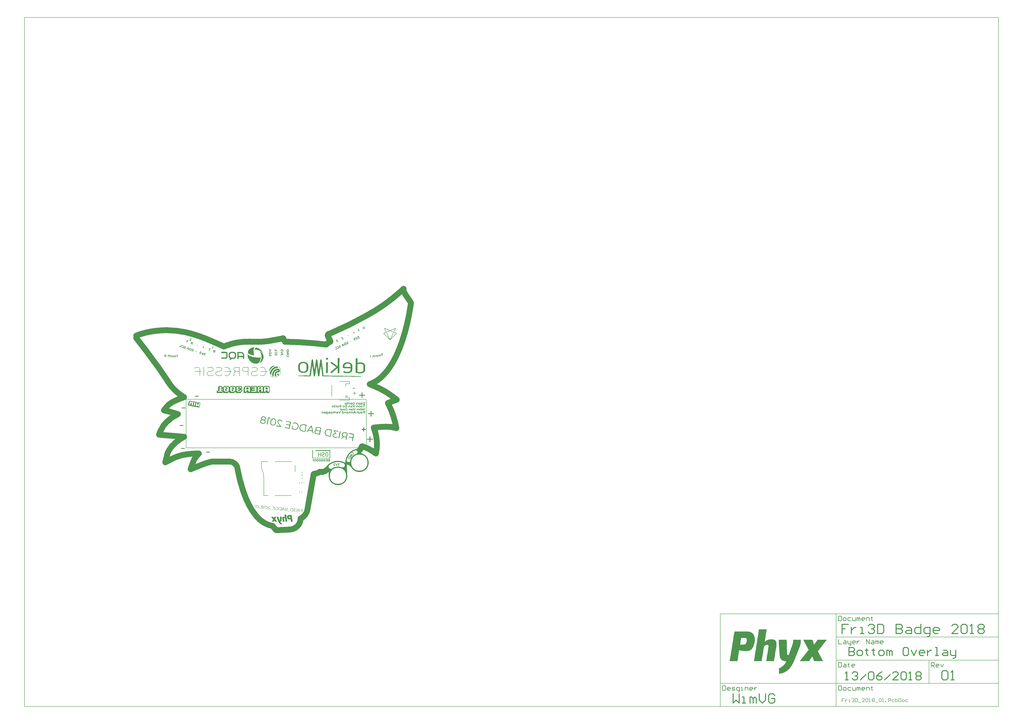
<source format=gbo>
G04*
G04 #@! TF.GenerationSoftware,Altium Limited,Altium Designer,18.1.6 (161)*
G04*
G04 Layer_Color=32896*
%FSLAX25Y25*%
%MOIN*%
G70*
G01*
G75*
%ADD10C,0.01968*%
%ADD11C,0.00984*%
%ADD13C,0.00787*%
%ADD14C,0.09843*%
%ADD15C,0.00394*%
%ADD16C,0.00591*%
%ADD17C,0.01575*%
%ADD137C,0.01181*%
G36*
X152589Y345587D02*
X152626Y345587D01*
X152663Y345586D01*
X152687Y345586D01*
X152699Y345586D01*
X152706Y345584D01*
X152872Y345555D01*
X153030Y345505D01*
X153181Y345445D01*
X153310Y345380D01*
X153414Y345315D01*
X153458Y345288D01*
X153494Y345263D01*
X153528Y345243D01*
X153548Y345229D01*
X153560Y345216D01*
X153567Y345214D01*
X153710Y345083D01*
X153843Y344935D01*
X153959Y344785D01*
X154057Y344645D01*
X154103Y344576D01*
X154139Y344515D01*
X154173Y344458D01*
X154197Y344409D01*
X154223Y344367D01*
X154237Y344338D01*
X154247Y344318D01*
X154249Y344313D01*
X154342Y344097D01*
X154381Y343994D01*
X154414Y343901D01*
X154442Y343806D01*
X154463Y343713D01*
X154487Y343627D01*
X154501Y343549D01*
X154512Y343476D01*
X154524Y343414D01*
X154528Y343356D01*
X154533Y343309D01*
X154537Y343275D01*
X154539Y343246D01*
X154537Y343226D01*
X154539Y343221D01*
X154527Y343033D01*
X154501Y342863D01*
X154466Y342712D01*
X154423Y342575D01*
X154398Y342515D01*
X154378Y342468D01*
X154358Y342422D01*
X154340Y342383D01*
X154323Y342357D01*
X154310Y342332D01*
X154303Y342323D01*
X154300Y342315D01*
X154251Y342243D01*
X154201Y342182D01*
X154090Y342061D01*
X153977Y341957D01*
X153866Y341873D01*
X153817Y341837D01*
X153768Y341800D01*
X153726Y341774D01*
X153687Y341755D01*
X153660Y341736D01*
X153616Y341714D01*
X153530Y341678D01*
X153449Y341645D01*
X153285Y341595D01*
X153136Y341565D01*
X153062Y341553D01*
X152999Y341547D01*
X152935Y341540D01*
X152881Y341538D01*
X152833Y341539D01*
X152791Y341537D01*
X152759Y341539D01*
X152735Y341540D01*
X152720Y341545D01*
X152715Y341542D01*
X152547Y341576D01*
X152391Y341621D01*
X152245Y341684D01*
X152117Y341748D01*
X152007Y341810D01*
X151964Y341838D01*
X151927Y341863D01*
X151898Y341885D01*
X151879Y341900D01*
X151862Y341910D01*
X151859Y341915D01*
X151712Y342043D01*
X151579Y342191D01*
X151463Y342341D01*
X151365Y342481D01*
X151319Y342550D01*
X151283Y342611D01*
X151249Y342668D01*
X151225Y342717D01*
X151199Y342759D01*
X151184Y342788D01*
X151175Y342808D01*
X151172Y342813D01*
X151079Y343028D01*
X151041Y343131D01*
X151006Y343229D01*
X150980Y343320D01*
X150959Y343413D01*
X150940Y343501D01*
X150921Y343577D01*
X150910Y343650D01*
X150903Y343714D01*
X150894Y343770D01*
X150894Y343819D01*
X150890Y343853D01*
X150888Y343882D01*
X150890Y343902D01*
X150888Y343907D01*
X150894Y344092D01*
X150921Y344263D01*
X150959Y344421D01*
X150999Y344550D01*
X151024Y344611D01*
X151044Y344657D01*
X151064Y344704D01*
X151082Y344743D01*
X151099Y344769D01*
X151111Y344794D01*
X151116Y344808D01*
X151121Y344811D01*
X151166Y344881D01*
X151218Y344949D01*
X151329Y345070D01*
X151442Y345174D01*
X151558Y345260D01*
X151607Y345297D01*
X151652Y345330D01*
X151698Y345359D01*
X151737Y345378D01*
X151765Y345398D01*
X151892Y345460D01*
X151975Y345488D01*
X152135Y345536D01*
X152284Y345566D01*
X152357Y345577D01*
X152421Y345584D01*
X152487Y345586D01*
X152540Y345588D01*
X152589Y345587D01*
D02*
G37*
G36*
X144591Y341000D02*
X143874Y340650D01*
X145298Y337730D01*
X144469Y337326D01*
X142722Y340908D01*
X144268Y341662D01*
X144591Y341000D01*
D02*
G37*
G36*
X136022Y335812D02*
X136910Y336245D01*
X137217Y335617D01*
X136329Y335184D01*
X136752Y334315D01*
X136090Y333992D01*
X135666Y334861D01*
X134778Y334428D01*
X134471Y335056D01*
X135360Y335489D01*
X134936Y336358D01*
X135599Y336681D01*
X136022Y335812D01*
D02*
G37*
G36*
X127135Y330257D02*
X125687Y329550D01*
X125374Y330193D01*
X126821Y330899D01*
X127135Y330257D01*
D02*
G37*
G36*
X116453Y327957D02*
X116458Y327959D01*
X116627Y327950D01*
X116778Y327926D01*
X116914Y327896D01*
X117036Y327858D01*
X117136Y327816D01*
X117206Y327783D01*
X117238Y327768D01*
X117255Y327758D01*
X117265Y327751D01*
X117272Y327748D01*
X116857Y327066D01*
X116777Y327106D01*
X116697Y327134D01*
X116621Y327151D01*
X116553Y327167D01*
X116497Y327170D01*
X116451Y327178D01*
X116426Y327178D01*
X116414Y327178D01*
X116326Y327171D01*
X116241Y327160D01*
X116160Y327139D01*
X116089Y327123D01*
X116027Y327099D01*
X115981Y327082D01*
X115942Y327063D01*
X115846Y327010D01*
X115765Y326952D01*
X115701Y326897D01*
X115651Y326849D01*
X115612Y326805D01*
X115587Y326769D01*
X115575Y326744D01*
X115572Y326737D01*
X115545Y326669D01*
X115536Y326598D01*
X115533Y326530D01*
X115545Y326469D01*
X115559Y326415D01*
X115568Y326371D01*
X115580Y326346D01*
X115583Y326341D01*
X115585Y326336D01*
X115617Y326285D01*
X115648Y326233D01*
X115686Y326191D01*
X115725Y326149D01*
X115759Y326117D01*
X115783Y326093D01*
X115802Y326078D01*
X115810Y326075D01*
X115873Y326033D01*
X115948Y325991D01*
X116026Y325956D01*
X116104Y325921D01*
X116172Y325893D01*
X116230Y325873D01*
X116267Y325861D01*
X116274Y325858D01*
X116281Y325856D01*
X118302Y325225D01*
X118563Y324691D01*
X115854Y323369D01*
X115526Y324042D01*
X117067Y324793D01*
X115862Y325171D01*
X115769Y325199D01*
X115682Y325229D01*
X115599Y325262D01*
X115524Y325292D01*
X115397Y325352D01*
X115286Y325407D01*
X115208Y325454D01*
X115174Y325473D01*
X115147Y325491D01*
X115128Y325506D01*
X115111Y325516D01*
X115103Y325518D01*
X115101Y325523D01*
X115014Y325602D01*
X114939Y325681D01*
X114869Y325762D01*
X114811Y325843D01*
X114768Y325907D01*
X114751Y325942D01*
X114734Y325964D01*
X114725Y325983D01*
X114717Y325998D01*
X114713Y326008D01*
X114710Y326013D01*
X114658Y326133D01*
X114627Y326246D01*
X114609Y326358D01*
X114600Y326451D01*
X114596Y326534D01*
X114601Y326598D01*
X114602Y326622D01*
X114604Y326642D01*
X114607Y326649D01*
X114604Y326654D01*
X114632Y326771D01*
X114670Y326880D01*
X114717Y326982D01*
X114765Y327072D01*
X114814Y327145D01*
X114854Y327201D01*
X114869Y327220D01*
X114879Y327237D01*
X114886Y327247D01*
X114891Y327249D01*
X114987Y327351D01*
X115088Y327443D01*
X115196Y327520D01*
X115295Y327592D01*
X115341Y327621D01*
X115383Y327647D01*
X115422Y327666D01*
X115454Y327688D01*
X115523Y327722D01*
X115700Y327796D01*
X115871Y327855D01*
X116025Y327900D01*
X116104Y327914D01*
X116170Y327928D01*
X116231Y327939D01*
X116290Y327943D01*
X116336Y327948D01*
X116380Y327957D01*
X116412Y327955D01*
X116439Y327962D01*
X116453Y327957D01*
D02*
G37*
G36*
X144856Y329212D02*
X143330Y328467D01*
X144475Y327987D01*
X144741Y327443D01*
X144363Y327258D01*
X144247Y327196D01*
X144152Y327131D01*
X144068Y327066D01*
X144009Y327000D01*
X143957Y326933D01*
X143920Y326872D01*
X143897Y326806D01*
X143882Y326750D01*
X143871Y326696D01*
X143871Y326648D01*
X143875Y326601D01*
X143882Y326562D01*
X143892Y326530D01*
X143896Y326508D01*
X143904Y326494D01*
X143906Y326489D01*
X143954Y326415D01*
X144007Y326356D01*
X144065Y326311D01*
X144119Y326276D01*
X144172Y326254D01*
X144214Y326244D01*
X144243Y326234D01*
X144255Y326234D01*
X144348Y326230D01*
X144441Y326239D01*
X144529Y326258D01*
X144615Y326281D01*
X144693Y326307D01*
X144749Y326329D01*
X144803Y326355D01*
X144904Y326410D01*
X145002Y326470D01*
X145086Y326523D01*
X145160Y326584D01*
X145226Y326634D01*
X145270Y326668D01*
X145292Y326685D01*
X145300Y326695D01*
X145307Y326704D01*
X145312Y326707D01*
X145394Y326789D01*
X145463Y326871D01*
X145527Y326951D01*
X145577Y327024D01*
X145619Y327087D01*
X145649Y327138D01*
X145664Y327170D01*
X145671Y327179D01*
X146301Y326697D01*
X146234Y326585D01*
X146152Y326479D01*
X146073Y326379D01*
X145994Y326292D01*
X145928Y326217D01*
X145898Y326190D01*
X145869Y326164D01*
X145849Y326142D01*
X145832Y326128D01*
X145824Y326118D01*
X145819Y326116D01*
X145699Y326014D01*
X145578Y325925D01*
X145458Y325848D01*
X145350Y325783D01*
X145303Y325754D01*
X145256Y325726D01*
X145217Y325706D01*
X145185Y325685D01*
X145121Y325654D01*
X144942Y325572D01*
X144775Y325515D01*
X144697Y325489D01*
X144626Y325473D01*
X144555Y325457D01*
X144489Y325443D01*
X144433Y325433D01*
X144381Y325427D01*
X144335Y325422D01*
X144296Y325415D01*
X144267Y325413D01*
X144242Y325413D01*
X144230Y325413D01*
X144225Y325411D01*
X144076Y325417D01*
X143940Y325436D01*
X143818Y325461D01*
X143716Y325497D01*
X143633Y325529D01*
X143572Y325554D01*
X143548Y325567D01*
X143536Y325579D01*
X143523Y325579D01*
X143521Y325584D01*
X143417Y325661D01*
X143325Y325737D01*
X143247Y325821D01*
X143185Y325900D01*
X143137Y325974D01*
X143115Y326006D01*
X143098Y326028D01*
X143086Y326052D01*
X143079Y326067D01*
X143074Y326077D01*
X143072Y326082D01*
X143041Y326158D01*
X143010Y326234D01*
X142977Y326376D01*
X142959Y326513D01*
X142955Y326632D01*
X142960Y326683D01*
X142966Y326735D01*
X142969Y326779D01*
X142976Y326813D01*
X142982Y326840D01*
X142989Y326862D01*
X142989Y326874D01*
X142992Y326881D01*
X143017Y326954D01*
X143049Y327025D01*
X143124Y327158D01*
X143218Y327277D01*
X143312Y327383D01*
X143356Y327429D01*
X143398Y327468D01*
X143435Y327504D01*
X143469Y327533D01*
X143501Y327555D01*
X143524Y327572D01*
X143536Y327584D01*
X143541Y327586D01*
X142281Y328114D01*
X142020Y328649D01*
X144533Y329874D01*
X144856Y329212D01*
D02*
G37*
G36*
X141922Y324166D02*
X141103Y323767D01*
X137800Y326590D01*
X138624Y326992D01*
X140983Y324972D01*
X140823Y328065D01*
X141716Y328500D01*
X141922Y324166D01*
D02*
G37*
G36*
X-141302Y325384D02*
X-141162Y325385D01*
X-141026Y325376D01*
X-140896Y325352D01*
X-140775Y325331D01*
X-140722Y325318D01*
X-140674Y325306D01*
X-140633Y325291D01*
X-140595Y325283D01*
X-140523Y325257D01*
X-140348Y325182D01*
X-140186Y325099D01*
X-140046Y325020D01*
X-139982Y324973D01*
X-139926Y324935D01*
X-139875Y324899D01*
X-139831Y324860D01*
X-139796Y324830D01*
X-139758Y324804D01*
X-139738Y324780D01*
X-139715Y324765D01*
X-139708Y324751D01*
X-139703Y324749D01*
X-139592Y324622D01*
X-139504Y324497D01*
X-139432Y324377D01*
X-139374Y324264D01*
X-139336Y324162D01*
X-139310Y324089D01*
X-139299Y324056D01*
X-139294Y324037D01*
X-139293Y324025D01*
X-139289Y324018D01*
X-140068Y323842D01*
X-140095Y323927D01*
X-140131Y324005D01*
X-140171Y324071D01*
X-140207Y324131D01*
X-140244Y324173D01*
X-140270Y324212D01*
X-140287Y324230D01*
X-140296Y324239D01*
X-140361Y324297D01*
X-140429Y324351D01*
X-140500Y324395D01*
X-140561Y324434D01*
X-140621Y324462D01*
X-140665Y324484D01*
X-140706Y324499D01*
X-140811Y324531D01*
X-140909Y324549D01*
X-140993Y324557D01*
X-141062Y324558D01*
X-141121Y324557D01*
X-141165Y324549D01*
X-141191Y324541D01*
X-141198Y324538D01*
X-141266Y324511D01*
X-141322Y324467D01*
X-141374Y324422D01*
X-141409Y324371D01*
X-141438Y324324D01*
X-141464Y324286D01*
X-141473Y324260D01*
X-141475Y324255D01*
X-141477Y324250D01*
X-141492Y324192D01*
X-141507Y324134D01*
X-141511Y324077D01*
X-141514Y324020D01*
X-141514Y323973D01*
X-141515Y323939D01*
X-141512Y323914D01*
X-141508Y323907D01*
X-141495Y323833D01*
X-141473Y323749D01*
X-141444Y323669D01*
X-141415Y323589D01*
X-141388Y323521D01*
X-141362Y323465D01*
X-141345Y323430D01*
X-141342Y323423D01*
X-141339Y323416D01*
X-140389Y321524D01*
X-140592Y320965D01*
X-143424Y321996D01*
X-143169Y322699D01*
X-141558Y322112D01*
X-142123Y323242D01*
X-142167Y323328D01*
X-142206Y323412D01*
X-142240Y323494D01*
X-142271Y323569D01*
X-142316Y323701D01*
X-142354Y323820D01*
X-142374Y323909D01*
X-142383Y323947D01*
X-142389Y323978D01*
X-142392Y324002D01*
X-142397Y324022D01*
X-142400Y324028D01*
X-142398Y324034D01*
X-142402Y324151D01*
X-142397Y324260D01*
X-142387Y324367D01*
X-142369Y324465D01*
X-142353Y324540D01*
X-142340Y324576D01*
X-142336Y324604D01*
X-142328Y324624D01*
X-142323Y324640D01*
X-142319Y324650D01*
X-142317Y324655D01*
X-142267Y324776D01*
X-142207Y324876D01*
X-142139Y324968D01*
X-142079Y325039D01*
X-142022Y325099D01*
X-141972Y325139D01*
X-141955Y325156D01*
X-141939Y325168D01*
X-141932Y325171D01*
X-141930Y325176D01*
X-141826Y325237D01*
X-141721Y325286D01*
X-141615Y325323D01*
X-141517Y325352D01*
X-141431Y325366D01*
X-141363Y325377D01*
X-141339Y325379D01*
X-141320Y325384D01*
X-141307Y325386D01*
X-141302Y325384D01*
D02*
G37*
G36*
X138000Y325868D02*
X136474Y325124D01*
X137619Y324643D01*
X137885Y324099D01*
X137507Y323914D01*
X137392Y323852D01*
X137296Y323787D01*
X137212Y323722D01*
X137153Y323657D01*
X137101Y323589D01*
X137064Y323528D01*
X137041Y323462D01*
X137026Y323406D01*
X137016Y323353D01*
X137015Y323304D01*
X137020Y323257D01*
X137027Y323218D01*
X137036Y323186D01*
X137041Y323165D01*
X137048Y323150D01*
X137050Y323145D01*
X137098Y323071D01*
X137152Y323012D01*
X137210Y322968D01*
X137263Y322933D01*
X137317Y322910D01*
X137358Y322900D01*
X137387Y322890D01*
X137399Y322890D01*
X137492Y322886D01*
X137585Y322895D01*
X137673Y322914D01*
X137759Y322938D01*
X137837Y322964D01*
X137894Y322985D01*
X137948Y323011D01*
X138048Y323067D01*
X138147Y323127D01*
X138230Y323180D01*
X138304Y323240D01*
X138370Y323290D01*
X138415Y323324D01*
X138437Y323341D01*
X138444Y323351D01*
X138452Y323361D01*
X138457Y323363D01*
X138538Y323445D01*
X138607Y323528D01*
X138671Y323607D01*
X138721Y323680D01*
X138763Y323743D01*
X138793Y323794D01*
X138808Y323826D01*
X138815Y323836D01*
X139445Y323353D01*
X139378Y323241D01*
X139297Y323135D01*
X139218Y323036D01*
X139139Y322948D01*
X139072Y322873D01*
X139042Y322847D01*
X139013Y322820D01*
X138993Y322798D01*
X138976Y322784D01*
X138969Y322774D01*
X138964Y322772D01*
X138843Y322671D01*
X138722Y322581D01*
X138602Y322504D01*
X138494Y322440D01*
X138447Y322411D01*
X138400Y322382D01*
X138361Y322363D01*
X138329Y322341D01*
X138266Y322310D01*
X138086Y322229D01*
X137920Y322172D01*
X137841Y322146D01*
X137770Y322129D01*
X137699Y322113D01*
X137633Y322099D01*
X137577Y322090D01*
X137526Y322083D01*
X137479Y322078D01*
X137440Y322071D01*
X137411Y322069D01*
X137387Y322070D01*
X137374Y322070D01*
X137369Y322067D01*
X137221Y322074D01*
X137084Y322092D01*
X136962Y322118D01*
X136860Y322153D01*
X136777Y322185D01*
X136716Y322210D01*
X136692Y322223D01*
X136680Y322235D01*
X136668Y322235D01*
X136665Y322240D01*
X136561Y322317D01*
X136469Y322394D01*
X136392Y322477D01*
X136329Y322556D01*
X136281Y322630D01*
X136259Y322662D01*
X136242Y322684D01*
X136230Y322709D01*
X136223Y322723D01*
X136219Y322733D01*
X136216Y322738D01*
X136185Y322814D01*
X136154Y322890D01*
X136121Y323032D01*
X136103Y323169D01*
X136099Y323288D01*
X136105Y323340D01*
X136110Y323391D01*
X136113Y323435D01*
X136121Y323469D01*
X136126Y323496D01*
X136133Y323518D01*
X136134Y323530D01*
X136136Y323537D01*
X136161Y323610D01*
X136194Y323681D01*
X136268Y323814D01*
X136362Y323933D01*
X136456Y324040D01*
X136500Y324085D01*
X136542Y324124D01*
X136579Y324160D01*
X136614Y324189D01*
X136646Y324211D01*
X136668Y324228D01*
X136680Y324240D01*
X136685Y324242D01*
X135425Y324770D01*
X135164Y325305D01*
X137677Y326531D01*
X138000Y325868D01*
D02*
G37*
G36*
X-144876Y321636D02*
X-145134Y320928D01*
X-146334Y321365D01*
X-147440Y318328D01*
X-148307Y318643D01*
X-147201Y321681D01*
X-148402Y322118D01*
X-148144Y322826D01*
X-144876Y321636D01*
D02*
G37*
G36*
X124901Y320117D02*
X125036Y320104D01*
X125157Y320078D01*
X125262Y320050D01*
X125345Y320017D01*
X125406Y319992D01*
X125430Y319980D01*
X125447Y319970D01*
X125459Y319970D01*
X125461Y319965D01*
X125563Y319893D01*
X125653Y319822D01*
X125730Y319738D01*
X125793Y319659D01*
X125839Y319590D01*
X125860Y319558D01*
X125872Y319534D01*
X125889Y319512D01*
X125896Y319497D01*
X125901Y319487D01*
X125903Y319482D01*
X125956Y319350D01*
X125991Y319227D01*
X126010Y319115D01*
X126016Y319015D01*
X126013Y318934D01*
X126007Y318870D01*
X126002Y318831D01*
X125995Y318822D01*
X125997Y318817D01*
X125959Y318707D01*
X125914Y318600D01*
X125867Y318511D01*
X125813Y318435D01*
X125770Y318372D01*
X125733Y318324D01*
X125719Y318304D01*
X125706Y318292D01*
X125704Y318285D01*
X125699Y318283D01*
X125612Y318198D01*
X125516Y318109D01*
X125420Y318019D01*
X125332Y317939D01*
X125245Y317867D01*
X125211Y317838D01*
X125181Y317812D01*
X125154Y317792D01*
X125137Y317778D01*
X125125Y317766D01*
X125120Y317763D01*
X125039Y317693D01*
X124965Y317633D01*
X124901Y317578D01*
X124849Y317534D01*
X124807Y317495D01*
X124777Y317469D01*
X124758Y317447D01*
X124753Y317445D01*
X124708Y317399D01*
X124666Y317348D01*
X124632Y317307D01*
X124609Y317265D01*
X124590Y317231D01*
X124577Y317207D01*
X124567Y317190D01*
X124565Y317183D01*
X124547Y317132D01*
X124539Y317085D01*
X124541Y317044D01*
X124543Y317002D01*
X124553Y316970D01*
X124560Y316944D01*
X124567Y316929D01*
X124569Y316924D01*
X124603Y316867D01*
X124651Y316818D01*
X124702Y316788D01*
X124753Y316758D01*
X124802Y316746D01*
X124839Y316733D01*
X124865Y316728D01*
X124878Y316728D01*
X124963Y316727D01*
X125058Y316743D01*
X125152Y316764D01*
X125245Y316798D01*
X125323Y316824D01*
X125357Y316840D01*
X125389Y316850D01*
X125448Y316879D01*
X125564Y316941D01*
X125672Y317006D01*
X125772Y317073D01*
X125856Y317138D01*
X125930Y317199D01*
X125962Y317220D01*
X125987Y317244D01*
X126009Y317261D01*
X126021Y317273D01*
X126028Y317283D01*
X126033Y317285D01*
X126127Y317380D01*
X126211Y317481D01*
X126283Y317571D01*
X126340Y317654D01*
X126389Y317726D01*
X126424Y317780D01*
X126432Y317802D01*
X126444Y317814D01*
X126444Y317826D01*
X126449Y317828D01*
X127033Y317342D01*
X126965Y317230D01*
X126894Y317116D01*
X126810Y317014D01*
X126733Y316922D01*
X126656Y316842D01*
X126622Y316813D01*
X126595Y316782D01*
X126575Y316760D01*
X126558Y316745D01*
X126546Y316733D01*
X126541Y316731D01*
X126412Y316620D01*
X126277Y316524D01*
X126149Y316437D01*
X126029Y316360D01*
X125977Y316329D01*
X125926Y316298D01*
X125882Y316276D01*
X125850Y316254D01*
X125776Y316218D01*
X125597Y316137D01*
X125426Y316078D01*
X125347Y316052D01*
X125271Y316033D01*
X125203Y316012D01*
X125137Y315998D01*
X125075Y315986D01*
X125024Y315979D01*
X124980Y315970D01*
X124941Y315963D01*
X124912Y315961D01*
X124887Y315961D01*
X124875Y315961D01*
X124870Y315959D01*
X124719Y315958D01*
X124584Y315971D01*
X124463Y315997D01*
X124358Y316025D01*
X124278Y316053D01*
X124214Y316083D01*
X124176Y316100D01*
X124163Y316100D01*
X124161Y316105D01*
X124054Y316174D01*
X123967Y316253D01*
X123892Y316332D01*
X123825Y316409D01*
X123779Y316477D01*
X123757Y316509D01*
X123745Y316534D01*
X123728Y316556D01*
X123721Y316571D01*
X123716Y316581D01*
X123714Y316586D01*
X123661Y316718D01*
X123626Y316840D01*
X123610Y316948D01*
X123604Y317048D01*
X123607Y317129D01*
X123615Y317187D01*
X123620Y317226D01*
X123625Y317241D01*
X123663Y317350D01*
X123705Y317450D01*
X123753Y317540D01*
X123805Y317620D01*
X123849Y317678D01*
X123886Y317727D01*
X123901Y317746D01*
X123914Y317758D01*
X123916Y317765D01*
X123921Y317768D01*
X124007Y317852D01*
X124101Y317947D01*
X124199Y318031D01*
X124286Y318116D01*
X124372Y318188D01*
X124406Y318217D01*
X124436Y318244D01*
X124463Y318263D01*
X124480Y318278D01*
X124493Y318290D01*
X124497Y318292D01*
X124620Y318389D01*
X124722Y318480D01*
X124810Y318560D01*
X124882Y318625D01*
X124936Y318676D01*
X124970Y318717D01*
X124995Y318741D01*
X125003Y318751D01*
X125047Y318821D01*
X125075Y318889D01*
X125083Y318948D01*
X125083Y319009D01*
X125079Y319056D01*
X125067Y319092D01*
X125062Y319114D01*
X125057Y319124D01*
X125022Y319185D01*
X124973Y319235D01*
X124920Y319269D01*
X124869Y319299D01*
X124823Y319319D01*
X124781Y319330D01*
X124754Y319335D01*
X124747Y319337D01*
X124659Y319343D01*
X124564Y319327D01*
X124471Y319306D01*
X124380Y319280D01*
X124297Y319251D01*
X124263Y319234D01*
X124236Y319227D01*
X124177Y319199D01*
X124086Y319148D01*
X123995Y319098D01*
X123909Y319038D01*
X123830Y318975D01*
X123685Y318849D01*
X123618Y318787D01*
X123557Y318726D01*
X123507Y318666D01*
X123456Y318610D01*
X123418Y318562D01*
X123379Y318518D01*
X123354Y318482D01*
X123337Y318455D01*
X123319Y318440D01*
X123317Y318433D01*
X122755Y318937D01*
X122822Y319036D01*
X122897Y319133D01*
X122976Y319220D01*
X123047Y319298D01*
X123114Y319361D01*
X123143Y319387D01*
X123168Y319411D01*
X123185Y319426D01*
X123202Y319440D01*
X123210Y319450D01*
X123215Y319452D01*
X123323Y319542D01*
X123436Y319621D01*
X123542Y319691D01*
X123640Y319751D01*
X123721Y319797D01*
X123758Y319821D01*
X123846Y319864D01*
X124025Y319945D01*
X124197Y320004D01*
X124275Y320030D01*
X124351Y320049D01*
X124422Y320066D01*
X124481Y320082D01*
X124542Y320094D01*
X124598Y320103D01*
X124645Y320107D01*
X124679Y320112D01*
X124713Y320116D01*
X124738Y320116D01*
X124750Y320116D01*
X124755Y320118D01*
X124901Y320117D01*
D02*
G37*
G36*
X131410Y320424D02*
X129962Y319718D01*
X129648Y320361D01*
X131096Y321067D01*
X131410Y320424D01*
D02*
G37*
G36*
X108320Y323309D02*
X106794Y322565D01*
X107939Y322085D01*
X108205Y321540D01*
X107827Y321356D01*
X107712Y321293D01*
X107616Y321228D01*
X107532Y321163D01*
X107473Y321098D01*
X107421Y321030D01*
X107384Y320969D01*
X107361Y320904D01*
X107346Y320848D01*
X107335Y320794D01*
X107335Y320745D01*
X107340Y320699D01*
X107346Y320660D01*
X107356Y320628D01*
X107360Y320606D01*
X107368Y320591D01*
X107370Y320586D01*
X107418Y320512D01*
X107471Y320453D01*
X107529Y320409D01*
X107583Y320374D01*
X107636Y320352D01*
X107678Y320341D01*
X107707Y320331D01*
X107719Y320331D01*
X107812Y320328D01*
X107905Y320337D01*
X107993Y320355D01*
X108079Y320379D01*
X108157Y320405D01*
X108213Y320426D01*
X108267Y320453D01*
X108368Y320508D01*
X108466Y320568D01*
X108550Y320621D01*
X108624Y320681D01*
X108690Y320732D01*
X108735Y320766D01*
X108757Y320782D01*
X108764Y320792D01*
X108772Y320802D01*
X108776Y320804D01*
X108858Y320886D01*
X108927Y320969D01*
X108991Y321049D01*
X109041Y321122D01*
X109083Y321185D01*
X109113Y321236D01*
X109128Y321267D01*
X109135Y321277D01*
X109765Y320795D01*
X109698Y320683D01*
X109617Y320576D01*
X109537Y320477D01*
X109458Y320390D01*
X109392Y320315D01*
X109362Y320288D01*
X109333Y320262D01*
X109313Y320240D01*
X109296Y320225D01*
X109288Y320216D01*
X109283Y320213D01*
X109163Y320112D01*
X109042Y320023D01*
X108922Y319946D01*
X108814Y319881D01*
X108767Y319852D01*
X108720Y319823D01*
X108681Y319804D01*
X108649Y319782D01*
X108585Y319751D01*
X108406Y319670D01*
X108240Y319613D01*
X108161Y319587D01*
X108090Y319570D01*
X108019Y319554D01*
X107953Y319540D01*
X107897Y319531D01*
X107846Y319524D01*
X107799Y319520D01*
X107760Y319513D01*
X107731Y319511D01*
X107706Y319511D01*
X107694Y319511D01*
X107689Y319509D01*
X107540Y319515D01*
X107404Y319533D01*
X107282Y319559D01*
X107180Y319594D01*
X107097Y319627D01*
X107036Y319652D01*
X107012Y319664D01*
X107000Y319676D01*
X106988Y319677D01*
X106985Y319682D01*
X106881Y319758D01*
X106789Y319835D01*
X106711Y319919D01*
X106649Y319997D01*
X106601Y320071D01*
X106579Y320103D01*
X106562Y320125D01*
X106550Y320150D01*
X106543Y320164D01*
X106538Y320174D01*
X106536Y320179D01*
X106505Y320255D01*
X106474Y320331D01*
X106441Y320473D01*
X106423Y320610D01*
X106419Y320730D01*
X106425Y320781D01*
X106430Y320832D01*
X106433Y320876D01*
X106440Y320910D01*
X106446Y320937D01*
X106453Y320959D01*
X106453Y320971D01*
X106456Y320978D01*
X106481Y321052D01*
X106513Y321122D01*
X106588Y321256D01*
X106682Y321374D01*
X106776Y321481D01*
X106820Y321527D01*
X106862Y321566D01*
X106899Y321602D01*
X106933Y321631D01*
X106965Y321652D01*
X106988Y321669D01*
X107000Y321681D01*
X107005Y321684D01*
X105745Y322211D01*
X105484Y322746D01*
X107997Y323972D01*
X108320Y323309D01*
D02*
G37*
G36*
X-139046Y319439D02*
X-138888Y319410D01*
X-138747Y319382D01*
X-138683Y319365D01*
X-138625Y319349D01*
X-138572Y319336D01*
X-138524Y319324D01*
X-136821Y318704D01*
X-138184Y314959D01*
X-139051Y315274D01*
X-138672Y316316D01*
X-139472Y316607D01*
X-140575Y315829D01*
X-141503Y316167D01*
X-140230Y317063D01*
X-140334Y317177D01*
X-140424Y317297D01*
X-140494Y317409D01*
X-140548Y317516D01*
X-140585Y317605D01*
X-140612Y317673D01*
X-140620Y317699D01*
X-140625Y317718D01*
X-140632Y317732D01*
X-140630Y317737D01*
X-140654Y317880D01*
X-140660Y318021D01*
X-140653Y318152D01*
X-140632Y318273D01*
X-140612Y318376D01*
X-140603Y318419D01*
X-140589Y318455D01*
X-140583Y318487D01*
X-140576Y318508D01*
X-140570Y318523D01*
X-140568Y318529D01*
X-140502Y318679D01*
X-140431Y318810D01*
X-140356Y318922D01*
X-140282Y319011D01*
X-140245Y319050D01*
X-140209Y319083D01*
X-140181Y319114D01*
X-140154Y319139D01*
X-140137Y319156D01*
X-140121Y319167D01*
X-140107Y319174D01*
X-140105Y319179D01*
X-139984Y319257D01*
X-139861Y319323D01*
X-139739Y319371D01*
X-139622Y319404D01*
X-139521Y319426D01*
X-139478Y319433D01*
X-139442Y319437D01*
X-139410Y319443D01*
X-139386Y319446D01*
X-139374Y319448D01*
X-139369Y319446D01*
X-139205Y319450D01*
X-139046Y319439D01*
D02*
G37*
G36*
X123657Y315258D02*
X122028Y314463D01*
X121917Y314415D01*
X121812Y314370D01*
X121704Y314330D01*
X121604Y314299D01*
X121508Y314270D01*
X121410Y314247D01*
X121322Y314228D01*
X121236Y314217D01*
X121163Y314205D01*
X121095Y314196D01*
X121036Y314192D01*
X120985Y314185D01*
X120943Y314183D01*
X120914Y314181D01*
X120894Y314184D01*
X120889Y314181D01*
X120784Y314185D01*
X120684Y314191D01*
X120592Y314206D01*
X120497Y314227D01*
X120409Y314245D01*
X120329Y314272D01*
X120251Y314295D01*
X120178Y314320D01*
X120115Y314350D01*
X120059Y314377D01*
X120005Y314400D01*
X119964Y314422D01*
X119932Y314437D01*
X119908Y314450D01*
X119896Y314462D01*
X119888Y314465D01*
X119806Y314522D01*
X119729Y314581D01*
X119653Y314648D01*
X119586Y314712D01*
X119463Y314852D01*
X119361Y314985D01*
X119320Y315044D01*
X119284Y315106D01*
X119253Y315157D01*
X119224Y315204D01*
X119203Y315236D01*
X119188Y315265D01*
X119179Y315285D01*
X119176Y315290D01*
X119133Y315390D01*
X119090Y315491D01*
X119034Y315682D01*
X119013Y315775D01*
X118994Y315863D01*
X118983Y315949D01*
X118971Y316022D01*
X118967Y316093D01*
X118965Y316159D01*
X118961Y316217D01*
X118961Y316266D01*
X118962Y316303D01*
X118967Y316330D01*
X118965Y316347D01*
X118967Y316354D01*
X118996Y316544D01*
X119049Y316722D01*
X119114Y316887D01*
X119184Y317031D01*
X119248Y317147D01*
X119278Y317198D01*
X119305Y317242D01*
X119328Y317271D01*
X119345Y317298D01*
X119355Y317315D01*
X119360Y317317D01*
X119424Y317397D01*
X119496Y317475D01*
X119644Y317619D01*
X119796Y317743D01*
X119872Y317798D01*
X119946Y317846D01*
X120015Y317892D01*
X120079Y317935D01*
X120135Y317969D01*
X120185Y317993D01*
X120221Y318017D01*
X121910Y318840D01*
X123657Y315258D01*
D02*
G37*
G36*
X112029Y313839D02*
X112163Y313825D01*
X112285Y313800D01*
X112390Y313772D01*
X112473Y313739D01*
X112533Y313714D01*
X112558Y313702D01*
X112575Y313692D01*
X112587Y313692D01*
X112589Y313687D01*
X112691Y313615D01*
X112781Y313543D01*
X112858Y313459D01*
X112921Y313381D01*
X112967Y313312D01*
X112988Y313280D01*
X113000Y313256D01*
X113017Y313233D01*
X113024Y313219D01*
X113029Y313209D01*
X113031Y313204D01*
X113084Y313071D01*
X113119Y312949D01*
X113138Y312837D01*
X113144Y312736D01*
X113141Y312656D01*
X113135Y312592D01*
X113130Y312553D01*
X113123Y312544D01*
X113125Y312539D01*
X113087Y312429D01*
X113042Y312322D01*
X112995Y312232D01*
X112941Y312157D01*
X112898Y312094D01*
X112861Y312046D01*
X112846Y312026D01*
X112834Y312014D01*
X112832Y312007D01*
X112827Y312004D01*
X112740Y311920D01*
X112644Y311830D01*
X112548Y311741D01*
X112459Y311661D01*
X112373Y311589D01*
X112339Y311560D01*
X112309Y311533D01*
X112282Y311514D01*
X112265Y311500D01*
X112253Y311488D01*
X112248Y311485D01*
X112166Y311415D01*
X112093Y311355D01*
X112029Y311299D01*
X111977Y311256D01*
X111935Y311217D01*
X111905Y311191D01*
X111886Y311169D01*
X111881Y311167D01*
X111836Y311121D01*
X111794Y311070D01*
X111760Y311029D01*
X111737Y310987D01*
X111717Y310953D01*
X111705Y310929D01*
X111695Y310912D01*
X111693Y310905D01*
X111675Y310854D01*
X111667Y310807D01*
X111669Y310766D01*
X111671Y310724D01*
X111681Y310692D01*
X111688Y310665D01*
X111695Y310651D01*
X111697Y310646D01*
X111731Y310589D01*
X111779Y310540D01*
X111830Y310510D01*
X111881Y310480D01*
X111930Y310468D01*
X111967Y310455D01*
X111993Y310450D01*
X112005Y310450D01*
X112091Y310449D01*
X112186Y310465D01*
X112279Y310486D01*
X112373Y310519D01*
X112451Y310545D01*
X112485Y310562D01*
X112517Y310572D01*
X112576Y310600D01*
X112691Y310663D01*
X112799Y310728D01*
X112900Y310795D01*
X112984Y310860D01*
X113058Y310920D01*
X113090Y310942D01*
X113114Y310966D01*
X113136Y310983D01*
X113149Y310995D01*
X113156Y311005D01*
X113161Y311007D01*
X113255Y311102D01*
X113339Y311203D01*
X113411Y311293D01*
X113468Y311375D01*
X113517Y311448D01*
X113552Y311502D01*
X113559Y311524D01*
X113572Y311536D01*
X113572Y311548D01*
X113577Y311550D01*
X114160Y311063D01*
X114093Y310952D01*
X114021Y310838D01*
X113937Y310736D01*
X113861Y310644D01*
X113784Y310564D01*
X113750Y310535D01*
X113723Y310504D01*
X113703Y310482D01*
X113686Y310467D01*
X113673Y310455D01*
X113669Y310453D01*
X113540Y310342D01*
X113405Y310245D01*
X113277Y310159D01*
X113157Y310082D01*
X113105Y310051D01*
X113054Y310019D01*
X113010Y309998D01*
X112978Y309976D01*
X112904Y309940D01*
X112725Y309859D01*
X112553Y309800D01*
X112475Y309774D01*
X112399Y309755D01*
X112330Y309734D01*
X112265Y309719D01*
X112203Y309708D01*
X112152Y309701D01*
X112108Y309692D01*
X112069Y309685D01*
X112039Y309683D01*
X112015Y309683D01*
X112003Y309683D01*
X111998Y309681D01*
X111846Y309680D01*
X111712Y309693D01*
X111591Y309719D01*
X111486Y309747D01*
X111405Y309774D01*
X111342Y309804D01*
X111303Y309822D01*
X111291Y309822D01*
X111289Y309827D01*
X111182Y309896D01*
X111095Y309975D01*
X111020Y310054D01*
X110952Y310131D01*
X110907Y310199D01*
X110885Y310231D01*
X110873Y310256D01*
X110856Y310278D01*
X110849Y310293D01*
X110844Y310302D01*
X110842Y310307D01*
X110789Y310440D01*
X110754Y310562D01*
X110738Y310670D01*
X110731Y310770D01*
X110735Y310851D01*
X110743Y310909D01*
X110748Y310948D01*
X110753Y310963D01*
X110791Y311072D01*
X110833Y311172D01*
X110880Y311262D01*
X110933Y311342D01*
X110977Y311400D01*
X111014Y311449D01*
X111029Y311468D01*
X111041Y311480D01*
X111044Y311487D01*
X111049Y311490D01*
X111135Y311574D01*
X111229Y311669D01*
X111327Y311753D01*
X111414Y311838D01*
X111500Y311910D01*
X111534Y311939D01*
X111564Y311966D01*
X111591Y311985D01*
X111608Y311999D01*
X111620Y312012D01*
X111625Y312014D01*
X111748Y312110D01*
X111849Y312202D01*
X111938Y312282D01*
X112010Y312347D01*
X112064Y312398D01*
X112098Y312439D01*
X112123Y312463D01*
X112130Y312473D01*
X112175Y312543D01*
X112203Y312611D01*
X112211Y312670D01*
X112211Y312731D01*
X112207Y312777D01*
X112195Y312814D01*
X112190Y312836D01*
X112185Y312846D01*
X112149Y312907D01*
X112101Y312957D01*
X112048Y312991D01*
X111997Y313021D01*
X111951Y313041D01*
X111909Y313051D01*
X111882Y313056D01*
X111875Y313059D01*
X111787Y313065D01*
X111692Y313049D01*
X111599Y313028D01*
X111508Y313002D01*
X111425Y312973D01*
X111390Y312956D01*
X111363Y312949D01*
X111305Y312920D01*
X111214Y312870D01*
X111123Y312820D01*
X111037Y312760D01*
X110958Y312697D01*
X110813Y312571D01*
X110746Y312509D01*
X110685Y312448D01*
X110635Y312387D01*
X110583Y312332D01*
X110546Y312283D01*
X110507Y312240D01*
X110482Y312203D01*
X110465Y312177D01*
X110447Y312162D01*
X110445Y312155D01*
X109883Y312659D01*
X109950Y312758D01*
X110024Y312855D01*
X110103Y312942D01*
X110175Y313020D01*
X110241Y313082D01*
X110271Y313109D01*
X110296Y313133D01*
X110313Y313148D01*
X110330Y313162D01*
X110338Y313172D01*
X110343Y313174D01*
X110451Y313264D01*
X110564Y313343D01*
X110670Y313413D01*
X110768Y313473D01*
X110849Y313518D01*
X110886Y313543D01*
X110974Y313586D01*
X111153Y313667D01*
X111325Y313726D01*
X111403Y313752D01*
X111479Y313771D01*
X111550Y313787D01*
X111609Y313804D01*
X111670Y313816D01*
X111726Y313825D01*
X111773Y313829D01*
X111807Y313834D01*
X111841Y313838D01*
X111865Y313838D01*
X111878Y313838D01*
X111883Y313840D01*
X112029Y313839D01*
D02*
G37*
G36*
X-155077Y313745D02*
X-154921Y313726D01*
X-154775Y313698D01*
X-154711Y313682D01*
X-154653Y313667D01*
X-154600Y313654D01*
X-154557Y313645D01*
X-154474Y313616D01*
X-154368Y313573D01*
X-154266Y313532D01*
X-154081Y313432D01*
X-153994Y313385D01*
X-153913Y313333D01*
X-153845Y313281D01*
X-153775Y313233D01*
X-153717Y313184D01*
X-153662Y313141D01*
X-153620Y313098D01*
X-153584Y313068D01*
X-153553Y313040D01*
X-153533Y313015D01*
X-153519Y313005D01*
X-153516Y312998D01*
X-153387Y312837D01*
X-153281Y312678D01*
X-153235Y312593D01*
X-153198Y312517D01*
X-153161Y312440D01*
X-153128Y312371D01*
X-153106Y312299D01*
X-153081Y312239D01*
X-153065Y312187D01*
X-153053Y312136D01*
X-153039Y312097D01*
X-153030Y312070D01*
X-153031Y312053D01*
X-153027Y312046D01*
X-153010Y311947D01*
X-152999Y311845D01*
X-152994Y311745D01*
X-152993Y311647D01*
X-153005Y311466D01*
X-153013Y311376D01*
X-153028Y311300D01*
X-153037Y311223D01*
X-153054Y311159D01*
X-153068Y311101D01*
X-153081Y311047D01*
X-153089Y311009D01*
X-153100Y310978D01*
X-153107Y310958D01*
X-153109Y310953D01*
X-153150Y310851D01*
X-153191Y310750D01*
X-153287Y310575D01*
X-153338Y310495D01*
X-153389Y310414D01*
X-153442Y310346D01*
X-153491Y310288D01*
X-153540Y310230D01*
X-153586Y310182D01*
X-153624Y310138D01*
X-153659Y310104D01*
X-153686Y310079D01*
X-153710Y310058D01*
X-153721Y310045D01*
X-153728Y310041D01*
X-153890Y309924D01*
X-154057Y309827D01*
X-154222Y309751D01*
X-154297Y309719D01*
X-154375Y309695D01*
X-154441Y309671D01*
X-154505Y309653D01*
X-154562Y309639D01*
X-154607Y309626D01*
X-154646Y309616D01*
X-154677Y309609D01*
X-154694Y309610D01*
X-154701Y309606D01*
X-154803Y309596D01*
X-154910Y309587D01*
X-155112Y309588D01*
X-155297Y309606D01*
X-155390Y309621D01*
X-155473Y309633D01*
X-155548Y309648D01*
X-155617Y309666D01*
X-155677Y309676D01*
X-155729Y309694D01*
X-155772Y309703D01*
X-155829Y309723D01*
X-156007Y309791D01*
X-156165Y309869D01*
X-156306Y309947D01*
X-156367Y309986D01*
X-156427Y310030D01*
X-156478Y310065D01*
X-156524Y310099D01*
X-156562Y310123D01*
X-156598Y310153D01*
X-156620Y310173D01*
X-156642Y310192D01*
X-156651Y310201D01*
X-156656Y310202D01*
X-156775Y310325D01*
X-156877Y310447D01*
X-156961Y310569D01*
X-157032Y310681D01*
X-157084Y310780D01*
X-157105Y310822D01*
X-157125Y310864D01*
X-157138Y310891D01*
X-157148Y310912D01*
X-157150Y310924D01*
X-157153Y310931D01*
X-156409Y311256D01*
X-156364Y311153D01*
X-156312Y311054D01*
X-156254Y310970D01*
X-156190Y310890D01*
X-156129Y310817D01*
X-156059Y310752D01*
X-155991Y310699D01*
X-155928Y310648D01*
X-155868Y310604D01*
X-155809Y310572D01*
X-155756Y310542D01*
X-155709Y310513D01*
X-155672Y310501D01*
X-155643Y310485D01*
X-155617Y310476D01*
X-155487Y310436D01*
X-155361Y310415D01*
X-155249Y310405D01*
X-155147Y310398D01*
X-155059Y310402D01*
X-155025Y310402D01*
X-154995Y310403D01*
X-154971Y310406D01*
X-154952Y310411D01*
X-154945Y310414D01*
X-154940Y310413D01*
X-154820Y310440D01*
X-154713Y310484D01*
X-154612Y310524D01*
X-154530Y310576D01*
X-154457Y310620D01*
X-154410Y310655D01*
X-154387Y310670D01*
X-154371Y310682D01*
X-154364Y310686D01*
X-154362Y310691D01*
X-154275Y310776D01*
X-154201Y310872D01*
X-154132Y310969D01*
X-154084Y311056D01*
X-154043Y311140D01*
X-154026Y311175D01*
X-154015Y311206D01*
X-154003Y311225D01*
X-153995Y311245D01*
X-153992Y311255D01*
X-153990Y311261D01*
X-153950Y311391D01*
X-153929Y311517D01*
X-153919Y311629D01*
X-153912Y311731D01*
X-153916Y311819D01*
X-153916Y311854D01*
X-153917Y311883D01*
X-153920Y311907D01*
X-153925Y311926D01*
X-153928Y311933D01*
X-153927Y311938D01*
X-153954Y312058D01*
X-153998Y312165D01*
X-154038Y312266D01*
X-154090Y312348D01*
X-154134Y312421D01*
X-154168Y312474D01*
X-154185Y312491D01*
X-154197Y312507D01*
X-154200Y312514D01*
X-154205Y312516D01*
X-154290Y312603D01*
X-154386Y312677D01*
X-154483Y312746D01*
X-154571Y312794D01*
X-154655Y312835D01*
X-154689Y312852D01*
X-154718Y312868D01*
X-154775Y312888D01*
X-154880Y312919D01*
X-154988Y312940D01*
X-155088Y312951D01*
X-155185Y312956D01*
X-155280Y312949D01*
X-155375Y312942D01*
X-155461Y312926D01*
X-155538Y312906D01*
X-155614Y312886D01*
X-155680Y312863D01*
X-155739Y312843D01*
X-155788Y312820D01*
X-155822Y312803D01*
X-155855Y312791D01*
X-155871Y312780D01*
X-155878Y312776D01*
X-156260Y313488D01*
X-156112Y313563D01*
X-155962Y313627D01*
X-155825Y313672D01*
X-155692Y313706D01*
X-155581Y313725D01*
X-155538Y313733D01*
X-155495Y313741D01*
X-155458Y313746D01*
X-155436Y313744D01*
X-155422Y313751D01*
X-155417Y313749D01*
X-155247Y313753D01*
X-155077Y313745D01*
D02*
G37*
G36*
X-128945Y314011D02*
X-129190Y313339D01*
X-130703Y313890D01*
X-130459Y314562D01*
X-128945Y314011D01*
D02*
G37*
G36*
X119893Y313422D02*
X119049Y313010D01*
X118356Y313620D01*
X116693Y312809D01*
X116747Y311888D01*
X115874Y311462D01*
X115731Y315827D01*
X116551Y316226D01*
X119893Y313422D01*
D02*
G37*
G36*
X108373Y312031D02*
X108390Y312034D01*
X108397Y312031D01*
X108602Y312010D01*
X108790Y311974D01*
X108882Y311946D01*
X108963Y311918D01*
X109043Y311890D01*
X109116Y311865D01*
X109182Y311830D01*
X109242Y311805D01*
X109291Y311781D01*
X109335Y311753D01*
X109374Y311736D01*
X109398Y311723D01*
X109410Y311711D01*
X109417Y311708D01*
X109500Y311651D01*
X109580Y311587D01*
X109655Y311521D01*
X109725Y311451D01*
X109846Y311316D01*
X109904Y311247D01*
X109947Y311183D01*
X109995Y311122D01*
X110029Y311065D01*
X110060Y311014D01*
X110089Y310967D01*
X110110Y310935D01*
X110125Y310905D01*
X110134Y310886D01*
X110137Y310881D01*
X110180Y310780D01*
X110223Y310680D01*
X110279Y310489D01*
X110301Y310396D01*
X110322Y310303D01*
X110333Y310217D01*
X110339Y310141D01*
X110346Y310066D01*
X110348Y310000D01*
X110352Y309941D01*
X110352Y309892D01*
X110351Y309856D01*
X110349Y309824D01*
X110351Y309807D01*
X110348Y309799D01*
X110317Y309602D01*
X110269Y309414D01*
X110206Y309244D01*
X110176Y309169D01*
X110139Y309096D01*
X110109Y309033D01*
X110076Y308974D01*
X110047Y308923D01*
X110024Y308882D01*
X110004Y308848D01*
X109987Y308821D01*
X109975Y308809D01*
X109972Y308802D01*
X109908Y308722D01*
X109839Y308640D01*
X109696Y308497D01*
X109553Y308379D01*
X109477Y308323D01*
X109410Y308273D01*
X109346Y308229D01*
X109285Y308193D01*
X109236Y308157D01*
X109187Y308133D01*
X109150Y308109D01*
X109096Y308083D01*
X108922Y308004D01*
X108755Y307947D01*
X108601Y307902D01*
X108530Y307886D01*
X108456Y307874D01*
X108395Y307863D01*
X108339Y307854D01*
X108295Y307844D01*
X108248Y307840D01*
X108219Y307838D01*
X108190Y307836D01*
X108178Y307836D01*
X108173Y307833D01*
X108002Y307835D01*
X107843Y307849D01*
X107697Y307874D01*
X107568Y307903D01*
X107461Y307935D01*
X107417Y307950D01*
X107373Y307966D01*
X107344Y307976D01*
X107322Y307983D01*
X107312Y307991D01*
X107305Y307993D01*
X107598Y308750D01*
X107703Y308710D01*
X107810Y308677D01*
X107910Y308659D01*
X108012Y308648D01*
X108107Y308640D01*
X108203Y308644D01*
X108288Y308655D01*
X108369Y308664D01*
X108442Y308675D01*
X108506Y308694D01*
X108565Y308711D01*
X108619Y308725D01*
X108653Y308742D01*
X108685Y308751D01*
X108709Y308763D01*
X108830Y308828D01*
X108933Y308903D01*
X109019Y308975D01*
X109096Y309043D01*
X109155Y309108D01*
X109179Y309132D01*
X109199Y309154D01*
X109214Y309173D01*
X109224Y309190D01*
X109227Y309198D01*
X109231Y309200D01*
X109296Y309304D01*
X109341Y309411D01*
X109383Y309511D01*
X109404Y309606D01*
X109424Y309689D01*
X109432Y309747D01*
X109437Y309774D01*
X109440Y309794D01*
X109442Y309801D01*
X109440Y309806D01*
X109441Y309928D01*
X109425Y310048D01*
X109405Y310165D01*
X109376Y310261D01*
X109345Y310349D01*
X109333Y310386D01*
X109319Y310415D01*
X109314Y310437D01*
X109305Y310457D01*
X109300Y310467D01*
X109298Y310472D01*
X109233Y310592D01*
X109158Y310695D01*
X109086Y310781D01*
X109018Y310858D01*
X108953Y310917D01*
X108929Y310942D01*
X108907Y310961D01*
X108888Y310976D01*
X108870Y310986D01*
X108863Y310989D01*
X108861Y310994D01*
X108756Y311058D01*
X108649Y311103D01*
X108550Y311146D01*
X108455Y311166D01*
X108372Y311186D01*
X108311Y311199D01*
X108286Y311199D01*
X108267Y311202D01*
X108260Y311205D01*
X108255Y311202D01*
X108133Y311203D01*
X108013Y311188D01*
X107896Y311167D01*
X107800Y311138D01*
X107712Y311107D01*
X107675Y311096D01*
X107643Y311086D01*
X107589Y311060D01*
X107493Y311007D01*
X107403Y310945D01*
X107324Y310882D01*
X107252Y310817D01*
X107191Y310744D01*
X107129Y310671D01*
X107079Y310598D01*
X107039Y310530D01*
X107000Y310462D01*
X106970Y310399D01*
X106942Y310343D01*
X106925Y310292D01*
X106912Y310256D01*
X106897Y310224D01*
X106895Y310205D01*
X106892Y310197D01*
X106118Y310427D01*
X106168Y310585D01*
X106228Y310736D01*
X106293Y310865D01*
X106363Y310984D01*
X106427Y311076D01*
X106452Y311113D01*
X106477Y311149D01*
X106499Y311178D01*
X106516Y311192D01*
X106521Y311207D01*
X106526Y311210D01*
X106642Y311333D01*
X106768Y311449D01*
X106891Y311545D01*
X107014Y311630D01*
X107070Y311663D01*
X107122Y311695D01*
X107168Y311723D01*
X107205Y311747D01*
X107284Y311786D01*
X107389Y311831D01*
X107490Y311874D01*
X107691Y311935D01*
X107786Y311964D01*
X107879Y311985D01*
X107965Y311996D01*
X108048Y312013D01*
X108124Y312019D01*
X108192Y312028D01*
X108253Y312028D01*
X108300Y312032D01*
X108341Y312034D01*
X108373Y312031D01*
D02*
G37*
G36*
X-156632Y314295D02*
X-157946Y310532D01*
X-160709Y311497D01*
X-160462Y312203D01*
X-158571Y311542D01*
X-157503Y314599D01*
X-156632Y314295D01*
D02*
G37*
G36*
X-118690Y311713D02*
X-119020Y310805D01*
X-118091Y310467D01*
X-118330Y309810D01*
X-119259Y310148D01*
X-119590Y309240D01*
X-120282Y309492D01*
X-119952Y310400D01*
X-120880Y310738D01*
X-120641Y311395D01*
X-119713Y311057D01*
X-119382Y311965D01*
X-118690Y311713D01*
D02*
G37*
G36*
X-151471Y312428D02*
X-151431Y312426D01*
X-151397Y312425D01*
X-151374Y312423D01*
X-151352Y312421D01*
X-151340Y312422D01*
X-151335Y312421D01*
X-151195Y312407D01*
X-151059Y312382D01*
X-150935Y312356D01*
X-150823Y312329D01*
X-150734Y312303D01*
X-150691Y312294D01*
X-150598Y312262D01*
X-150414Y312192D01*
X-150251Y312112D01*
X-150178Y312074D01*
X-150111Y312034D01*
X-150049Y311995D01*
X-149996Y311965D01*
X-149945Y311929D01*
X-149899Y311896D01*
X-149863Y311866D01*
X-149836Y311845D01*
X-149808Y311824D01*
X-149791Y311806D01*
X-149783Y311797D01*
X-149777Y311796D01*
X-149676Y311691D01*
X-149591Y311586D01*
X-149523Y311481D01*
X-149469Y311387D01*
X-149434Y311305D01*
X-149409Y311245D01*
X-149401Y311219D01*
X-149396Y311200D01*
X-149387Y311191D01*
X-149389Y311186D01*
X-149369Y311063D01*
X-149356Y310949D01*
X-149361Y310835D01*
X-149373Y310735D01*
X-149390Y310654D01*
X-149397Y310616D01*
X-149406Y310590D01*
X-149410Y310563D01*
X-149416Y310547D01*
X-149419Y310537D01*
X-149421Y310532D01*
X-149478Y310401D01*
X-149540Y310290D01*
X-149607Y310198D01*
X-149674Y310123D01*
X-149733Y310068D01*
X-149782Y310028D01*
X-149814Y310004D01*
X-149826Y310002D01*
X-149828Y309997D01*
X-149932Y309947D01*
X-150040Y309904D01*
X-150137Y309874D01*
X-150229Y309859D01*
X-150303Y309845D01*
X-150364Y309837D01*
X-150388Y309834D01*
X-150405Y309835D01*
X-150412Y309831D01*
X-150417Y309833D01*
X-150538Y309835D01*
X-150669Y309840D01*
X-150800Y309845D01*
X-150919Y309852D01*
X-151031Y309862D01*
X-151076Y309867D01*
X-151116Y309869D01*
X-151149Y309875D01*
X-151171Y309877D01*
X-151188Y309877D01*
X-151193Y309879D01*
X-151300Y309887D01*
X-151395Y309897D01*
X-151480Y309904D01*
X-151547Y309910D01*
X-151604Y309912D01*
X-151644Y309914D01*
X-151673Y309913D01*
X-151678Y309915D01*
X-151742Y309914D01*
X-151808Y309908D01*
X-151861Y309904D01*
X-151907Y309891D01*
X-151945Y309881D01*
X-151971Y309873D01*
X-151990Y309868D01*
X-151997Y309864D01*
X-152045Y309841D01*
X-152084Y309814D01*
X-152112Y309783D01*
X-152140Y309752D01*
X-152156Y309723D01*
X-152170Y309699D01*
X-152175Y309684D01*
X-152177Y309679D01*
X-152194Y309615D01*
X-152195Y309546D01*
X-152180Y309489D01*
X-152165Y309432D01*
X-152140Y309388D01*
X-152123Y309353D01*
X-152108Y309331D01*
X-152099Y309322D01*
X-152040Y309261D01*
X-151961Y309204D01*
X-151881Y309153D01*
X-151792Y309110D01*
X-151718Y309073D01*
X-151682Y309060D01*
X-151653Y309044D01*
X-151591Y309023D01*
X-151465Y308985D01*
X-151343Y308953D01*
X-151224Y308929D01*
X-151119Y308916D01*
X-151024Y308906D01*
X-150987Y308898D01*
X-150952Y308898D01*
X-150925Y308894D01*
X-150907Y308894D01*
X-150895Y308895D01*
X-150890Y308893D01*
X-150757Y308893D01*
X-150626Y308905D01*
X-150511Y308917D01*
X-150413Y308935D01*
X-150326Y308951D01*
X-150264Y308964D01*
X-150243Y308974D01*
X-150226Y308974D01*
X-150217Y308982D01*
X-150212Y308980D01*
X-150147Y308223D01*
X-150273Y308192D01*
X-150405Y308163D01*
X-150536Y308151D01*
X-150655Y308141D01*
X-150766Y308139D01*
X-150811Y308143D01*
X-150852Y308140D01*
X-150882Y308139D01*
X-150904Y308141D01*
X-150921Y308141D01*
X-150927Y308143D01*
X-151096Y308156D01*
X-151259Y308184D01*
X-151411Y308214D01*
X-151550Y308245D01*
X-151609Y308260D01*
X-151667Y308274D01*
X-151714Y308291D01*
X-151751Y308298D01*
X-151829Y308325D01*
X-152013Y308395D01*
X-152175Y308475D01*
X-152249Y308512D01*
X-152316Y308553D01*
X-152379Y308587D01*
X-152436Y308624D01*
X-152487Y308659D01*
X-152528Y308691D01*
X-152566Y308716D01*
X-152598Y308738D01*
X-152620Y308758D01*
X-152637Y308775D01*
X-152646Y308784D01*
X-152651Y308786D01*
X-152758Y308893D01*
X-152843Y308998D01*
X-152911Y309102D01*
X-152965Y309196D01*
X-153001Y309273D01*
X-153025Y309339D01*
X-153040Y309379D01*
X-153048Y309387D01*
X-153046Y309392D01*
X-153072Y309517D01*
X-153077Y309635D01*
X-153074Y309743D01*
X-153068Y309845D01*
X-153051Y309926D01*
X-153043Y309964D01*
X-153034Y309990D01*
X-153031Y310017D01*
X-153025Y310033D01*
X-153022Y310043D01*
X-153020Y310048D01*
X-152963Y310179D01*
X-152901Y310290D01*
X-152835Y310377D01*
X-152769Y310452D01*
X-152709Y310507D01*
X-152662Y310542D01*
X-152631Y310566D01*
X-152617Y310573D01*
X-152512Y310623D01*
X-152412Y310663D01*
X-152314Y310693D01*
X-152221Y310712D01*
X-152148Y310721D01*
X-152088Y310729D01*
X-152064Y310732D01*
X-152046Y310732D01*
X-152039Y310735D01*
X-152034Y310733D01*
X-151913Y310732D01*
X-151780Y310731D01*
X-151651Y310721D01*
X-151530Y310719D01*
X-151418Y310709D01*
X-151373Y310705D01*
X-151334Y310703D01*
X-151301Y310697D01*
X-151278Y310695D01*
X-151261Y310695D01*
X-151256Y310693D01*
X-151101Y310673D01*
X-150965Y310666D01*
X-150846Y310659D01*
X-150749Y310654D01*
X-150675Y310652D01*
X-150621Y310656D01*
X-150587Y310656D01*
X-150574Y310657D01*
X-150493Y310675D01*
X-150425Y310703D01*
X-150378Y310739D01*
X-150334Y310781D01*
X-150304Y310817D01*
X-150287Y310852D01*
X-150274Y310870D01*
X-150271Y310881D01*
X-150252Y310949D01*
X-150251Y311019D01*
X-150264Y311081D01*
X-150279Y311138D01*
X-150297Y311185D01*
X-150319Y311222D01*
X-150335Y311244D01*
X-150338Y311251D01*
X-150396Y311318D01*
X-150474Y311374D01*
X-150555Y311425D01*
X-150637Y311471D01*
X-150716Y311510D01*
X-150752Y311523D01*
X-150776Y311537D01*
X-150838Y311559D01*
X-150937Y311588D01*
X-151037Y311617D01*
X-151141Y311636D01*
X-151241Y311648D01*
X-151432Y311662D01*
X-151523Y311665D01*
X-151610Y311667D01*
X-151688Y311659D01*
X-151764Y311657D01*
X-151824Y311649D01*
X-151883Y311646D01*
X-151926Y311638D01*
X-151957Y311632D01*
X-151980Y311634D01*
X-151987Y311631D01*
X-152024Y312384D01*
X-151907Y312406D01*
X-151785Y312422D01*
X-151668Y312427D01*
X-151562Y312431D01*
X-151471Y312428D01*
D02*
G37*
G36*
X-102180Y311226D02*
X-102432Y310533D01*
X-103181Y310806D01*
X-104292Y307753D01*
X-105159Y308069D01*
X-103796Y311814D01*
X-102180Y311226D01*
D02*
G37*
G36*
X-34493Y310312D02*
X-34494Y310192D01*
X-34375Y310191D01*
X-34374Y310311D01*
X-34254Y310310D01*
X-34255Y310190D01*
X-34135Y310189D01*
X-34135Y310309D01*
X-34015Y310308D01*
X-34016Y310188D01*
X-33896Y310187D01*
X-33895Y310307D01*
X-31862Y310289D01*
X-31863Y310169D01*
X-32222Y310172D01*
X-32223Y310053D01*
X-32343Y310054D01*
X-32342Y310174D01*
X-32461Y310174D01*
X-32462Y310055D01*
X-32582Y310056D01*
X-32583Y309936D01*
X-32702Y309937D01*
X-32704Y309818D01*
X-32823Y309819D01*
X-32824Y309699D01*
X-33063Y309701D01*
X-33064Y309582D01*
X-33066Y309462D01*
X-33185Y309463D01*
X-33186Y309344D01*
X-33306Y309345D01*
X-33307Y309225D01*
X-33426Y309226D01*
X-33427Y309107D01*
X-33547Y309108D01*
X-33548Y308988D01*
X-33668Y308989D01*
X-33669Y308870D01*
X-33549Y308868D01*
X-33550Y308749D01*
X-33670Y308750D01*
X-33671Y308630D01*
X-33790Y308631D01*
X-33791Y308512D01*
X-33911Y308513D01*
X-33912Y308393D01*
X-33913Y308274D01*
X-33914Y308154D01*
X-34034Y308155D01*
X-34035Y308035D01*
X-34036Y307916D01*
X-34037Y307796D01*
X-34156Y307797D01*
X-34157Y307678D01*
X-34038Y307677D01*
X-34039Y307557D01*
X-34159Y307558D01*
X-34159Y307439D01*
X-34161Y307319D01*
X-34162Y307199D01*
X-34281Y307200D01*
X-34282Y307081D01*
X-34283Y306961D01*
X-34284Y306842D01*
X-34404Y306843D01*
X-34405Y306723D01*
X-34285Y306722D01*
X-34286Y306603D01*
X-34406Y306604D01*
X-34407Y306484D01*
X-34288Y306483D01*
X-34288Y306363D01*
X-34408Y306364D01*
X-34409Y306245D01*
X-34410Y306125D01*
X-34411Y306006D01*
X-34412Y305886D01*
X-34413Y305766D01*
X-34414Y305647D01*
X-34415Y305527D01*
X-34535Y305528D01*
X-34536Y305409D01*
X-34416Y305408D01*
X-34418Y305288D01*
X-34537Y305289D01*
X-34538Y305170D01*
X-34418Y305168D01*
X-34420Y305049D01*
X-34539Y305050D01*
X-34540Y304930D01*
X-34421Y304929D01*
X-34422Y304810D01*
X-34541Y304811D01*
X-34542Y304691D01*
X-34423Y304690D01*
X-34424Y304571D01*
X-34543Y304572D01*
X-34544Y304452D01*
X-34425Y304451D01*
X-34426Y304331D01*
X-34545Y304332D01*
X-34547Y304213D01*
X-34427Y304212D01*
X-34428Y304092D01*
X-34547Y304093D01*
X-34549Y303974D01*
X-34429Y303973D01*
X-34430Y303853D01*
X-34431Y303733D01*
X-34432Y303614D01*
X-34433Y303494D01*
X-34434Y303375D01*
X-34435Y303255D01*
X-34436Y303135D01*
X-34437Y303016D01*
X-34438Y302896D01*
X-34319Y302895D01*
X-34320Y302776D01*
X-34439Y302777D01*
X-34440Y302657D01*
X-34321Y302656D01*
X-34322Y302536D01*
X-34442Y302537D01*
X-34442Y302418D01*
X-34323Y302417D01*
X-34324Y302297D01*
X-34444Y302298D01*
X-34445Y302179D01*
X-34325Y302178D01*
X-34326Y302058D01*
X-34327Y301938D01*
X-34328Y301819D01*
X-34329Y301699D01*
X-34330Y301580D01*
X-34211Y301579D01*
X-34212Y301459D01*
X-34331Y301460D01*
X-34332Y301341D01*
X-34213Y301339D01*
X-34214Y301220D01*
X-34215Y301100D01*
X-34216Y300981D01*
X-34217Y300861D01*
X-34218Y300742D01*
X-34098Y300740D01*
X-34099Y300621D01*
X-34219Y300622D01*
X-34220Y300502D01*
X-34100Y300501D01*
X-34102Y300382D01*
X-34103Y300262D01*
X-34104Y300143D01*
X-34105Y300023D01*
X-34106Y299903D01*
X-33986Y299902D01*
X-33987Y299783D01*
X-33988Y299663D01*
X-33989Y299543D01*
X-33870Y299542D01*
X-33871Y299423D01*
X-33990Y299424D01*
X-33991Y299304D01*
X-33872Y299303D01*
X-33873Y299184D01*
X-33992Y299185D01*
X-33993Y299065D01*
X-33874Y299064D01*
X-33875Y298944D01*
X-33876Y298825D01*
X-33877Y298705D01*
X-33757Y298704D01*
X-33758Y298585D01*
X-33759Y298465D01*
X-33760Y298345D01*
X-33641Y298344D01*
X-33642Y298225D01*
X-33762Y298226D01*
X-33763Y298106D01*
X-33643Y298105D01*
X-33644Y297986D01*
X-33764Y297987D01*
X-33765Y297867D01*
X-33645Y297866D01*
X-33646Y297746D01*
X-33647Y297627D01*
X-33648Y297507D01*
X-33529Y297506D01*
X-33530Y297387D01*
X-33531Y297267D01*
X-33532Y297147D01*
X-33412Y297146D01*
X-33413Y297027D01*
X-33533Y297028D01*
X-33534Y296908D01*
X-33414Y296907D01*
X-33415Y296788D01*
X-33416Y296668D01*
X-33417Y296549D01*
X-33537Y296550D01*
X-33536Y296669D01*
X-33656Y296670D01*
X-33656Y296551D01*
X-33776Y296552D01*
X-33775Y296671D01*
X-34134Y296674D01*
X-34133Y296794D01*
X-34252Y296795D01*
X-34253Y296675D01*
X-34373Y296676D01*
X-34372Y296796D01*
X-34970Y296801D01*
X-34969Y296921D01*
X-35089Y296922D01*
X-35090Y296802D01*
X-35209Y296803D01*
X-35208Y296923D01*
X-35328Y296924D01*
X-35327Y297043D01*
X-35446Y297045D01*
X-35447Y296925D01*
X-35567Y296926D01*
X-35566Y297046D01*
X-36164Y297051D01*
X-36163Y297170D01*
X-36522Y297174D01*
X-36520Y297293D01*
X-37118Y297298D01*
X-37117Y297418D01*
X-37476Y297421D01*
X-37475Y297541D01*
X-38073Y297546D01*
X-38072Y297666D01*
X-38192Y297667D01*
X-38191Y297786D01*
X-38310Y297787D01*
X-38311Y297668D01*
X-38431Y297669D01*
X-38430Y297788D01*
X-38789Y297791D01*
X-38787Y297911D01*
X-38907Y297912D01*
X-38906Y298032D01*
X-39026Y298033D01*
X-39027Y297913D01*
X-39146Y297914D01*
X-39145Y298034D01*
X-39504Y298037D01*
X-39503Y298156D01*
X-39862Y298160D01*
X-39861Y298279D01*
X-40219Y298282D01*
X-40218Y298402D01*
X-40338Y298403D01*
X-40337Y298522D01*
X-40457Y298523D01*
X-40458Y298404D01*
X-40577Y298405D01*
X-40576Y298525D01*
X-40935Y298528D01*
X-40934Y298647D01*
X-41053Y298648D01*
X-41052Y298768D01*
X-41411Y298771D01*
X-41410Y298891D01*
X-41530Y298892D01*
X-41529Y299011D01*
X-41888Y299014D01*
X-41886Y299134D01*
X-42006Y299135D01*
X-42005Y299255D01*
X-42364Y299258D01*
X-42363Y299377D01*
X-42482Y299378D01*
X-42481Y299498D01*
X-42601Y299499D01*
X-42600Y299619D01*
X-42719Y299620D01*
X-42718Y299739D01*
X-43077Y299742D01*
X-43076Y299862D01*
X-43196Y299863D01*
X-43195Y299983D01*
X-43314Y299984D01*
X-43313Y300103D01*
X-43433Y300104D01*
X-43432Y300224D01*
X-43551Y300225D01*
X-43550Y300344D01*
X-43670Y300346D01*
X-43669Y300465D01*
X-43788Y300466D01*
X-43787Y300586D01*
X-43907Y300587D01*
X-43906Y300706D01*
X-43905Y300826D01*
X-43904Y300946D01*
X-44023Y300947D01*
X-44022Y301066D01*
X-44142Y301067D01*
X-44141Y301187D01*
X-44140Y301306D01*
X-44139Y301426D01*
X-44258Y301427D01*
X-44257Y301547D01*
X-44138Y301546D01*
X-44137Y301665D01*
X-44256Y301666D01*
X-44255Y301786D01*
X-44136Y301785D01*
X-44135Y301904D01*
X-44254Y301905D01*
X-44253Y302025D01*
X-44252Y302145D01*
X-44251Y302264D01*
X-44131Y302263D01*
X-44131Y302383D01*
X-44250Y302384D01*
X-44249Y302503D01*
X-44129Y302502D01*
X-44128Y302622D01*
X-44127Y302742D01*
X-44126Y302861D01*
X-44007Y302860D01*
X-44006Y302980D01*
X-43886Y302979D01*
X-43885Y303098D01*
X-44005Y303099D01*
X-44004Y303219D01*
X-43884Y303218D01*
X-43883Y303337D01*
X-43882Y303457D01*
X-43881Y303577D01*
X-43761Y303576D01*
X-43760Y303695D01*
X-43641Y303694D01*
X-43640Y303814D01*
X-43759Y303815D01*
X-43758Y303934D01*
X-43639Y303933D01*
X-43637Y304053D01*
X-43636Y304172D01*
X-43517Y304171D01*
X-43516Y304291D01*
X-43515Y304411D01*
X-43395Y304410D01*
X-43394Y304529D01*
X-43393Y304649D01*
X-43392Y304768D01*
X-43272Y304767D01*
X-43271Y304887D01*
X-43152Y304886D01*
X-43151Y305005D01*
X-43270Y305007D01*
X-43269Y305126D01*
X-43150Y305125D01*
X-43149Y305245D01*
X-43029Y305244D01*
X-43028Y305363D01*
X-42908Y305362D01*
X-42907Y305482D01*
X-42906Y305601D01*
X-42787Y305600D01*
X-42786Y305720D01*
X-42785Y305839D01*
X-42665Y305838D01*
X-42664Y305958D01*
X-42544Y305957D01*
X-42543Y306077D01*
X-42424Y306076D01*
X-42423Y306195D01*
X-42422Y306315D01*
X-42302Y306314D01*
X-42301Y306433D01*
X-42300Y306553D01*
X-42180Y306552D01*
X-42179Y306671D01*
X-42060Y306670D01*
X-42059Y306790D01*
X-41939Y306789D01*
X-41938Y306908D01*
X-41819Y306907D01*
X-41818Y307027D01*
X-41698Y307026D01*
X-41697Y307146D01*
X-41577Y307144D01*
X-41576Y307264D01*
X-41457Y307263D01*
X-41456Y307383D01*
X-41336Y307382D01*
X-41335Y307501D01*
X-41215Y307500D01*
X-41214Y307620D01*
X-41095Y307619D01*
X-41094Y307738D01*
X-40974Y307737D01*
X-40973Y307857D01*
X-40854Y307856D01*
X-40852Y307975D01*
X-40733Y307974D01*
X-40732Y308094D01*
X-40612Y308093D01*
X-40611Y308212D01*
X-40492Y308211D01*
X-40490Y308331D01*
X-40371Y308330D01*
X-40370Y308450D01*
X-40011Y308446D01*
X-40010Y308566D01*
X-39891Y308565D01*
X-39889Y308685D01*
X-39531Y308681D01*
X-39530Y308801D01*
X-39410Y308800D01*
X-39409Y308920D01*
X-39289Y308918D01*
X-39288Y309038D01*
X-38930Y309035D01*
X-38929Y309155D01*
X-38809Y309154D01*
X-38808Y309273D01*
X-38449Y309270D01*
X-38448Y309390D01*
X-38089Y309386D01*
X-38088Y309506D01*
X-37969Y309505D01*
X-37968Y309625D01*
X-37848Y309624D01*
X-37849Y309504D01*
X-37729Y309503D01*
X-37729Y309623D01*
X-37370Y309619D01*
X-37369Y309739D01*
X-37249Y309738D01*
X-37248Y309858D01*
X-37128Y309857D01*
X-37130Y309737D01*
X-37010Y309736D01*
X-37009Y309855D01*
X-36650Y309852D01*
X-36649Y309972D01*
X-36529Y309971D01*
X-36531Y309851D01*
X-36411Y309850D01*
X-36410Y309970D01*
X-36290Y309969D01*
X-36289Y310088D01*
X-36170Y310087D01*
X-36171Y309968D01*
X-36051Y309967D01*
X-36050Y310086D01*
X-35213Y310079D01*
X-35212Y310198D01*
X-35092Y310197D01*
X-35093Y310078D01*
X-34974Y310077D01*
X-34973Y310196D01*
X-34614Y310193D01*
X-34613Y310313D01*
X-34493Y310312D01*
D02*
G37*
G36*
X-30071Y309914D02*
X-30073Y309795D01*
X-29953Y309794D01*
X-29952Y309913D01*
X-29832Y309912D01*
X-29833Y309793D01*
X-29235Y309788D01*
X-29237Y309668D01*
X-29117Y309667D01*
X-29116Y309787D01*
X-28996Y309786D01*
X-28997Y309666D01*
X-28638Y309663D01*
X-28640Y309543D01*
X-28281Y309540D01*
X-28282Y309420D01*
X-28162Y309419D01*
X-28161Y309539D01*
X-28042Y309538D01*
X-28043Y309418D01*
X-27923Y309417D01*
X-27924Y309298D01*
X-27804Y309297D01*
X-27804Y309416D01*
X-27684Y309415D01*
X-27685Y309296D01*
X-27326Y309293D01*
X-27327Y309173D01*
X-27208Y309172D01*
X-27209Y309052D01*
X-26850Y309049D01*
X-26851Y308930D01*
X-26492Y308926D01*
X-26493Y308807D01*
X-26374Y308806D01*
X-26375Y308686D01*
X-26016Y308683D01*
X-26017Y308563D01*
X-25658Y308560D01*
X-25659Y308441D01*
X-25540Y308440D01*
X-25541Y308320D01*
X-25421Y308319D01*
X-25422Y308200D01*
X-25063Y308196D01*
X-25064Y308077D01*
X-24945Y308076D01*
X-24946Y307956D01*
X-24826Y307955D01*
X-24827Y307836D01*
X-24468Y307832D01*
X-24469Y307713D01*
X-24350Y307712D01*
X-24351Y307592D01*
X-24231Y307591D01*
X-24232Y307471D01*
X-24113Y307470D01*
X-24114Y307351D01*
X-23755Y307348D01*
X-23756Y307228D01*
X-23637Y307227D01*
X-23638Y307107D01*
X-23518Y307106D01*
X-23519Y306987D01*
X-23400Y306986D01*
X-23401Y306866D01*
X-23281Y306865D01*
X-23282Y306746D01*
X-23162Y306745D01*
X-23163Y306625D01*
X-22924Y306623D01*
X-22925Y306503D01*
X-22926Y306384D01*
X-22568Y306381D01*
X-22569Y306261D01*
X-22570Y306141D01*
X-22331Y306139D01*
X-22332Y306020D01*
X-22333Y305900D01*
X-22093Y305898D01*
X-22094Y305779D01*
X-22095Y305659D01*
X-21856Y305657D01*
X-21857Y305537D01*
X-21858Y305418D01*
X-21619Y305416D01*
X-21620Y305296D01*
X-21621Y305176D01*
X-21382Y305174D01*
X-21383Y305055D01*
X-21503Y305056D01*
X-21504Y304936D01*
X-21265Y304934D01*
X-21266Y304814D01*
X-21267Y304695D01*
X-21147Y304694D01*
X-21148Y304574D01*
X-21029Y304573D01*
X-21030Y304454D01*
X-20910Y304452D01*
X-20911Y304333D01*
X-20791Y304332D01*
X-20793Y304212D01*
X-20673Y304211D01*
X-20674Y304092D01*
X-20554Y304091D01*
X-20555Y303971D01*
X-20557Y303851D01*
X-20558Y303732D01*
X-20438Y303731D01*
X-20439Y303611D01*
X-20319Y303610D01*
X-20320Y303491D01*
X-20201Y303490D01*
X-20202Y303370D01*
X-20082Y303369D01*
X-20083Y303249D01*
X-19964Y303248D01*
X-19965Y303129D01*
X-19966Y303009D01*
X-19846Y303008D01*
X-19847Y302888D01*
X-19848Y302769D01*
X-19729Y302768D01*
X-19730Y302648D01*
X-19610Y302647D01*
X-19611Y302528D01*
X-19612Y302408D01*
X-19613Y302288D01*
X-19494Y302287D01*
X-19495Y302168D01*
X-19375Y302167D01*
X-19376Y302047D01*
X-19257Y302046D01*
X-19258Y301926D01*
X-19259Y301807D01*
X-19260Y301687D01*
X-19140Y301686D01*
X-19141Y301567D01*
X-19022Y301566D01*
X-19023Y301446D01*
X-19024Y301326D01*
X-19025Y301207D01*
X-18905Y301206D01*
X-18906Y301086D01*
X-18787Y301085D01*
X-18788Y300966D01*
X-18789Y300846D01*
X-18790Y300726D01*
X-18670Y300725D01*
X-18671Y300606D01*
X-18552Y300605D01*
X-18553Y300485D01*
X-18554Y300366D01*
X-18555Y300246D01*
X-18435Y300245D01*
X-18436Y300125D01*
X-18317Y300124D01*
X-18318Y300005D01*
X-18437Y300006D01*
X-18438Y299886D01*
X-18558Y299887D01*
X-18557Y300007D01*
X-18676Y300008D01*
X-18675Y300127D01*
X-18795Y300129D01*
X-18794Y300248D01*
X-18914Y300249D01*
X-18912Y300369D01*
X-19032Y300370D01*
X-19031Y300489D01*
X-19151Y300490D01*
X-19150Y300610D01*
X-19149Y300730D01*
X-19268Y300731D01*
X-19267Y300850D01*
X-19387Y300851D01*
X-19386Y300971D01*
X-19505Y300972D01*
X-19504Y301092D01*
X-19503Y301211D01*
X-19742Y301213D01*
X-19741Y301333D01*
X-19740Y301452D01*
X-19979Y301454D01*
X-19978Y301574D01*
X-19977Y301694D01*
X-20097Y301695D01*
X-20096Y301814D01*
X-20215Y301815D01*
X-20214Y301935D01*
X-20454Y301937D01*
X-20452Y302057D01*
X-20451Y302176D01*
X-20691Y302178D01*
X-20690Y302298D01*
X-20809Y302299D01*
X-20808Y302418D01*
X-21047Y302420D01*
X-21046Y302540D01*
X-21166Y302541D01*
X-21165Y302661D01*
X-21284Y302662D01*
X-21283Y302781D01*
X-21403Y302782D01*
X-21402Y302902D01*
X-21521Y302903D01*
X-21520Y303023D01*
X-21640Y303024D01*
X-21639Y303143D01*
X-21998Y303146D01*
X-21997Y303266D01*
X-22116Y303267D01*
X-22115Y303387D01*
X-22235Y303388D01*
X-22234Y303507D01*
X-22354Y303508D01*
X-22352Y303628D01*
X-22711Y303631D01*
X-22710Y303751D01*
X-22830Y303752D01*
X-22829Y303871D01*
X-22948Y303872D01*
X-22947Y303992D01*
X-23067Y303993D01*
X-23066Y304113D01*
X-23425Y304116D01*
X-23424Y304235D01*
X-23543Y304236D01*
X-23542Y304356D01*
X-23901Y304359D01*
X-23900Y304479D01*
X-24019Y304480D01*
X-24018Y304599D01*
X-24377Y304602D01*
X-24376Y304722D01*
X-24496Y304723D01*
X-24495Y304843D01*
X-24614Y304844D01*
X-24615Y304724D01*
X-24735Y304725D01*
X-24734Y304845D01*
X-24853Y304846D01*
X-24852Y304965D01*
X-24972Y304966D01*
X-24971Y305086D01*
X-25091Y305087D01*
X-25091Y304967D01*
X-25211Y304969D01*
X-25210Y305088D01*
X-25569Y305091D01*
X-25568Y305211D01*
X-25687Y305212D01*
X-25686Y305331D01*
X-26045Y305334D01*
X-26044Y305454D01*
X-26403Y305457D01*
X-26402Y305577D01*
X-26761Y305580D01*
X-26759Y305700D01*
X-27118Y305703D01*
X-27117Y305822D01*
X-27476Y305825D01*
X-27475Y305945D01*
X-27834Y305948D01*
X-27833Y306068D01*
X-28192Y306071D01*
X-28190Y306190D01*
X-28310Y306191D01*
X-28311Y306072D01*
X-28431Y306073D01*
X-28430Y306192D01*
X-28549Y306194D01*
X-28548Y306313D01*
X-28668Y306314D01*
X-28669Y306195D01*
X-28788Y306196D01*
X-28787Y306315D01*
X-29385Y306321D01*
X-29384Y306440D01*
X-29504Y306441D01*
X-29505Y306322D01*
X-29625Y306323D01*
X-29623Y306442D01*
X-29743Y306443D01*
X-29742Y306563D01*
X-29862Y306564D01*
X-29863Y306444D01*
X-29982Y306445D01*
X-29981Y306565D01*
X-30101Y306566D01*
X-30102Y306446D01*
X-30221Y306447D01*
X-30220Y306567D01*
X-30340Y306568D01*
X-30341Y306448D01*
X-30461Y306450D01*
X-30459Y306569D01*
X-30579Y306570D01*
X-30580Y306451D01*
X-30700Y306452D01*
X-30699Y306571D01*
X-30818Y306572D01*
X-30819Y306453D01*
X-30939Y306454D01*
X-30938Y306573D01*
X-31058Y306574D01*
X-31058Y306455D01*
X-31178Y306456D01*
X-31177Y306575D01*
X-31297Y306576D01*
X-31298Y306457D01*
X-31417Y306458D01*
X-31418Y306338D01*
X-31538Y306339D01*
X-31537Y306459D01*
X-31657Y306460D01*
X-31657Y306340D01*
X-32016Y306343D01*
X-32017Y306224D01*
X-32137Y306225D01*
X-32138Y306105D01*
X-32258Y306106D01*
X-32259Y305987D01*
X-32378Y305988D01*
X-32379Y305868D01*
X-32499Y305869D01*
X-32498Y305989D01*
X-32497Y306108D01*
X-32496Y306228D01*
X-32495Y306348D01*
X-32494Y306467D01*
X-32374Y306466D01*
X-32373Y306586D01*
X-32493Y306587D01*
X-32491Y306706D01*
X-32372Y306705D01*
X-32371Y306825D01*
X-32491Y306826D01*
X-32489Y306946D01*
X-32370Y306944D01*
X-32369Y307064D01*
X-32368Y307184D01*
X-32367Y307303D01*
X-32247Y307302D01*
X-32246Y307422D01*
X-32245Y307541D01*
X-32244Y307661D01*
X-32124Y307660D01*
X-32123Y307780D01*
X-32243Y307781D01*
X-32242Y307900D01*
X-32122Y307899D01*
X-32121Y308019D01*
X-32120Y308138D01*
X-32001Y308137D01*
X-32000Y308257D01*
X-31999Y308377D01*
X-31879Y308376D01*
X-31878Y308495D01*
X-31877Y308615D01*
X-31876Y308734D01*
X-31756Y308733D01*
X-31755Y308853D01*
X-31636Y308852D01*
X-31635Y308971D01*
X-31633Y309091D01*
X-31394Y309089D01*
X-31393Y309208D01*
X-31392Y309328D01*
X-31153Y309326D01*
X-31152Y309446D01*
X-31151Y309565D01*
X-30912Y309563D01*
X-30911Y309683D01*
X-30791Y309682D01*
X-30790Y309801D01*
X-30192Y309796D01*
X-30191Y309915D01*
X-30071Y309914D01*
D02*
G37*
G36*
X-141630Y308943D02*
X-141435Y308921D01*
X-141342Y308906D01*
X-141256Y308888D01*
X-141175Y308871D01*
X-141100Y308856D01*
X-141036Y308840D01*
X-140984Y308822D01*
X-140941Y308812D01*
X-139168Y308193D01*
X-140483Y304430D01*
X-142194Y305028D01*
X-142306Y305073D01*
X-142412Y305116D01*
X-142517Y305164D01*
X-142609Y305214D01*
X-142697Y305261D01*
X-142782Y305315D01*
X-142858Y305364D01*
X-142926Y305417D01*
X-142986Y305461D01*
X-143040Y305503D01*
X-143085Y305542D01*
X-143126Y305573D01*
X-143156Y305601D01*
X-143179Y305621D01*
X-143190Y305637D01*
X-143196Y305638D01*
X-143267Y305715D01*
X-143333Y305790D01*
X-143387Y305867D01*
X-143440Y305949D01*
X-143489Y306024D01*
X-143526Y306101D01*
X-143564Y306172D01*
X-143598Y306241D01*
X-143621Y306308D01*
X-143641Y306366D01*
X-143663Y306420D01*
X-143676Y306465D01*
X-143687Y306498D01*
X-143696Y306524D01*
X-143695Y306542D01*
X-143699Y306549D01*
X-143716Y306647D01*
X-143729Y306744D01*
X-143734Y306844D01*
X-143736Y306938D01*
X-143723Y307124D01*
X-143700Y307289D01*
X-143687Y307360D01*
X-143669Y307429D01*
X-143654Y307487D01*
X-143641Y307541D01*
X-143634Y307579D01*
X-143623Y307610D01*
X-143616Y307630D01*
X-143614Y307635D01*
X-143573Y307736D01*
X-143532Y307838D01*
X-143436Y308013D01*
X-143385Y308093D01*
X-143335Y308168D01*
X-143282Y308237D01*
X-143238Y308296D01*
X-143191Y308349D01*
X-143146Y308397D01*
X-143107Y308441D01*
X-143072Y308475D01*
X-143046Y308501D01*
X-143023Y308516D01*
X-143012Y308530D01*
X-143005Y308533D01*
X-142850Y308646D01*
X-142686Y308734D01*
X-142523Y308804D01*
X-142372Y308856D01*
X-142244Y308892D01*
X-142187Y308906D01*
X-142137Y308918D01*
X-142100Y308922D01*
X-142069Y308929D01*
X-142050Y308934D01*
X-142045Y308932D01*
X-141943Y308943D01*
X-141837Y308946D01*
X-141630Y308943D01*
D02*
G37*
G36*
X-107081Y307856D02*
X-107338Y307149D01*
X-108539Y307586D01*
X-109644Y304548D01*
X-110512Y304864D01*
X-109406Y307901D01*
X-110607Y308338D01*
X-110349Y309046D01*
X-107081Y307856D01*
D02*
G37*
G36*
X-137951Y307704D02*
X-137911Y307702D01*
X-137877Y307701D01*
X-137854Y307699D01*
X-137832Y307697D01*
X-137820Y307699D01*
X-137815Y307697D01*
X-137675Y307683D01*
X-137539Y307658D01*
X-137415Y307632D01*
X-137303Y307605D01*
X-137214Y307579D01*
X-137171Y307570D01*
X-137078Y307538D01*
X-136894Y307468D01*
X-136731Y307388D01*
X-136658Y307350D01*
X-136591Y307310D01*
X-136529Y307271D01*
X-136476Y307241D01*
X-136425Y307206D01*
X-136379Y307172D01*
X-136343Y307142D01*
X-136316Y307121D01*
X-136288Y307100D01*
X-136271Y307082D01*
X-136263Y307074D01*
X-136258Y307072D01*
X-136155Y306967D01*
X-136071Y306862D01*
X-136003Y306757D01*
X-135949Y306663D01*
X-135914Y306582D01*
X-135889Y306521D01*
X-135881Y306495D01*
X-135876Y306476D01*
X-135867Y306467D01*
X-135869Y306462D01*
X-135848Y306339D01*
X-135836Y306225D01*
X-135841Y306111D01*
X-135853Y306011D01*
X-135870Y305930D01*
X-135877Y305892D01*
X-135886Y305866D01*
X-135890Y305839D01*
X-135896Y305823D01*
X-135899Y305813D01*
X-135901Y305808D01*
X-135958Y305677D01*
X-136020Y305566D01*
X-136087Y305474D01*
X-136154Y305399D01*
X-136213Y305344D01*
X-136262Y305304D01*
X-136294Y305280D01*
X-136306Y305278D01*
X-136308Y305273D01*
X-136412Y305223D01*
X-136520Y305180D01*
X-136617Y305150D01*
X-136708Y305136D01*
X-136783Y305121D01*
X-136843Y305113D01*
X-136868Y305110D01*
X-136885Y305111D01*
X-136892Y305107D01*
X-136897Y305109D01*
X-137018Y305111D01*
X-137149Y305116D01*
X-137280Y305121D01*
X-137399Y305128D01*
X-137511Y305139D01*
X-137556Y305143D01*
X-137596Y305145D01*
X-137628Y305151D01*
X-137651Y305153D01*
X-137668Y305153D01*
X-137673Y305155D01*
X-137780Y305163D01*
X-137875Y305173D01*
X-137960Y305180D01*
X-138027Y305186D01*
X-138084Y305188D01*
X-138124Y305191D01*
X-138153Y305189D01*
X-138158Y305191D01*
X-138222Y305190D01*
X-138288Y305184D01*
X-138341Y305180D01*
X-138386Y305167D01*
X-138425Y305157D01*
X-138451Y305149D01*
X-138470Y305144D01*
X-138477Y305140D01*
X-138525Y305117D01*
X-138564Y305090D01*
X-138592Y305059D01*
X-138620Y305029D01*
X-138636Y304999D01*
X-138650Y304975D01*
X-138655Y304960D01*
X-138657Y304955D01*
X-138673Y304891D01*
X-138674Y304822D01*
X-138660Y304765D01*
X-138645Y304708D01*
X-138620Y304664D01*
X-138603Y304629D01*
X-138588Y304607D01*
X-138579Y304598D01*
X-138520Y304537D01*
X-138441Y304480D01*
X-138361Y304429D01*
X-138272Y304386D01*
X-138198Y304349D01*
X-138162Y304336D01*
X-138133Y304320D01*
X-138071Y304299D01*
X-137945Y304261D01*
X-137823Y304230D01*
X-137704Y304205D01*
X-137599Y304192D01*
X-137504Y304182D01*
X-137467Y304174D01*
X-137432Y304174D01*
X-137404Y304170D01*
X-137387Y304170D01*
X-137375Y304171D01*
X-137370Y304170D01*
X-137237Y304169D01*
X-137106Y304181D01*
X-136991Y304193D01*
X-136893Y304211D01*
X-136806Y304227D01*
X-136744Y304240D01*
X-136723Y304250D01*
X-136706Y304250D01*
X-136697Y304258D01*
X-136692Y304257D01*
X-136627Y303499D01*
X-136753Y303468D01*
X-136885Y303439D01*
X-137016Y303427D01*
X-137136Y303417D01*
X-137246Y303415D01*
X-137291Y303419D01*
X-137332Y303416D01*
X-137362Y303415D01*
X-137384Y303417D01*
X-137401Y303417D01*
X-137407Y303419D01*
X-137576Y303432D01*
X-137739Y303460D01*
X-137891Y303490D01*
X-138030Y303521D01*
X-138089Y303536D01*
X-138147Y303551D01*
X-138194Y303567D01*
X-138231Y303574D01*
X-138309Y303601D01*
X-138493Y303671D01*
X-138655Y303751D01*
X-138729Y303788D01*
X-138796Y303829D01*
X-138859Y303863D01*
X-138916Y303900D01*
X-138967Y303935D01*
X-139008Y303967D01*
X-139046Y303992D01*
X-139078Y304014D01*
X-139100Y304034D01*
X-139117Y304051D01*
X-139126Y304060D01*
X-139131Y304062D01*
X-139238Y304169D01*
X-139323Y304274D01*
X-139391Y304378D01*
X-139444Y304472D01*
X-139481Y304549D01*
X-139505Y304615D01*
X-139520Y304655D01*
X-139528Y304663D01*
X-139526Y304668D01*
X-139552Y304793D01*
X-139557Y304911D01*
X-139554Y305019D01*
X-139547Y305121D01*
X-139531Y305202D01*
X-139523Y305240D01*
X-139514Y305266D01*
X-139510Y305293D01*
X-139505Y305309D01*
X-139501Y305319D01*
X-139500Y305324D01*
X-139443Y305455D01*
X-139380Y305566D01*
X-139315Y305653D01*
X-139249Y305728D01*
X-139189Y305783D01*
X-139142Y305818D01*
X-139111Y305842D01*
X-139097Y305849D01*
X-138992Y305899D01*
X-138892Y305939D01*
X-138795Y305969D01*
X-138701Y305988D01*
X-138628Y305997D01*
X-138568Y306005D01*
X-138543Y306008D01*
X-138526Y306008D01*
X-138519Y306011D01*
X-138514Y306010D01*
X-138393Y306008D01*
X-138260Y306008D01*
X-138131Y305997D01*
X-138010Y305995D01*
X-137898Y305985D01*
X-137853Y305981D01*
X-137813Y305979D01*
X-137781Y305973D01*
X-137758Y305971D01*
X-137741Y305971D01*
X-137736Y305969D01*
X-137581Y305949D01*
X-137444Y305942D01*
X-137325Y305935D01*
X-137229Y305931D01*
X-137155Y305928D01*
X-137101Y305932D01*
X-137066Y305932D01*
X-137054Y305933D01*
X-136973Y305951D01*
X-136905Y305979D01*
X-136858Y306015D01*
X-136814Y306058D01*
X-136784Y306093D01*
X-136767Y306128D01*
X-136754Y306147D01*
X-136751Y306157D01*
X-136732Y306226D01*
X-136731Y306295D01*
X-136744Y306357D01*
X-136759Y306414D01*
X-136777Y306461D01*
X-136799Y306498D01*
X-136814Y306520D01*
X-136818Y306527D01*
X-136876Y306594D01*
X-136954Y306650D01*
X-137035Y306701D01*
X-137117Y306747D01*
X-137196Y306787D01*
X-137232Y306799D01*
X-137256Y306813D01*
X-137318Y306835D01*
X-137417Y306864D01*
X-137517Y306893D01*
X-137620Y306912D01*
X-137721Y306924D01*
X-137912Y306939D01*
X-138003Y306942D01*
X-138090Y306943D01*
X-138168Y306935D01*
X-138244Y306933D01*
X-138304Y306925D01*
X-138363Y306923D01*
X-138406Y306914D01*
X-138437Y306908D01*
X-138460Y306910D01*
X-138467Y306907D01*
X-138504Y307660D01*
X-138386Y307683D01*
X-138265Y307698D01*
X-138148Y307703D01*
X-138042Y307707D01*
X-137951Y307704D01*
D02*
G37*
G36*
X107030Y307149D02*
X104400Y305866D01*
X104072Y306538D01*
X105873Y307416D01*
X104454Y310326D01*
X105283Y310731D01*
X107030Y307149D01*
D02*
G37*
G36*
X-144797Y310160D02*
X-144436Y305812D01*
X-145323Y306121D01*
X-145377Y307042D01*
X-147124Y307653D01*
X-147740Y306966D01*
X-148658Y307287D01*
X-145658Y310460D01*
X-144797Y310160D01*
D02*
G37*
G36*
X-101251Y305659D02*
X-101093Y305631D01*
X-100952Y305603D01*
X-100888Y305585D01*
X-100830Y305570D01*
X-100777Y305556D01*
X-100729Y305545D01*
X-99025Y304925D01*
X-100389Y301179D01*
X-101256Y301495D01*
X-100877Y302536D01*
X-101677Y302828D01*
X-102779Y302049D01*
X-103708Y302387D01*
X-102435Y303284D01*
X-102539Y303397D01*
X-102629Y303517D01*
X-102698Y303629D01*
X-102752Y303736D01*
X-102790Y303825D01*
X-102817Y303893D01*
X-102825Y303920D01*
X-102830Y303939D01*
X-102836Y303953D01*
X-102834Y303958D01*
X-102858Y304100D01*
X-102865Y304242D01*
X-102858Y304373D01*
X-102837Y304493D01*
X-102817Y304596D01*
X-102807Y304639D01*
X-102794Y304675D01*
X-102788Y304708D01*
X-102781Y304729D01*
X-102775Y304744D01*
X-102773Y304749D01*
X-102707Y304899D01*
X-102636Y305030D01*
X-102560Y305142D01*
X-102487Y305232D01*
X-102450Y305270D01*
X-102414Y305304D01*
X-102386Y305334D01*
X-102359Y305360D01*
X-102341Y305376D01*
X-102325Y305388D01*
X-102312Y305394D01*
X-102310Y305400D01*
X-102188Y305477D01*
X-102066Y305543D01*
X-101943Y305592D01*
X-101827Y305625D01*
X-101726Y305646D01*
X-101683Y305654D01*
X-101646Y305658D01*
X-101615Y305664D01*
X-101591Y305667D01*
X-101579Y305668D01*
X-101574Y305666D01*
X-101409Y305670D01*
X-101251Y305659D01*
D02*
G37*
G36*
X2530Y305347D02*
X5768D01*
Y304424D01*
X1782D01*
Y307350D01*
X2530D01*
Y305347D01*
D02*
G37*
G36*
X13081Y307094D02*
X13163Y307088D01*
X13305Y307056D01*
X13436Y307012D01*
X13546Y306963D01*
X13589Y306936D01*
X13633Y306908D01*
X13671Y306886D01*
X13699Y306865D01*
X13720Y306848D01*
X13737Y306832D01*
X13748Y306826D01*
X13753Y306821D01*
X13808Y306766D01*
X13857Y306706D01*
X13944Y306581D01*
X14010Y306444D01*
X14064Y306313D01*
X14086Y306253D01*
X14103Y306198D01*
X14119Y306149D01*
X14130Y306105D01*
X14135Y306067D01*
X14141Y306040D01*
X14146Y306024D01*
Y306018D01*
X15173Y306919D01*
X15768D01*
Y304124D01*
X15031D01*
Y305822D01*
X14097Y305003D01*
X13491D01*
Y305423D01*
X13486Y305554D01*
X13469Y305669D01*
X13447Y305772D01*
X13415Y305854D01*
X13376Y305931D01*
X13338Y305991D01*
X13289Y306040D01*
X13245Y306078D01*
X13202Y306111D01*
X13158Y306133D01*
X13114Y306149D01*
X13076Y306160D01*
X13043Y306166D01*
X13022Y306171D01*
X13005D01*
X13000D01*
X12912Y306160D01*
X12836Y306138D01*
X12770Y306105D01*
X12716Y306073D01*
X12672Y306035D01*
X12645Y306002D01*
X12623Y305980D01*
X12617Y305969D01*
X12574Y305887D01*
X12541Y305800D01*
X12519Y305712D01*
X12503Y305625D01*
X12492Y305543D01*
X12486Y305483D01*
Y305423D01*
X12492Y305308D01*
X12503Y305194D01*
X12514Y305095D01*
X12536Y305003D01*
X12552Y304921D01*
X12563Y304866D01*
X12568Y304839D01*
X12574Y304828D01*
X12579Y304817D01*
Y304812D01*
X12617Y304702D01*
X12661Y304604D01*
X12705Y304511D01*
X12749Y304435D01*
X12787Y304369D01*
X12820Y304320D01*
X12841Y304293D01*
X12847Y304282D01*
X12137Y303927D01*
X12066Y304036D01*
X12006Y304156D01*
X11951Y304271D01*
X11908Y304380D01*
X11869Y304473D01*
X11858Y304511D01*
X11848Y304549D01*
X11837Y304577D01*
X11831Y304599D01*
X11826Y304609D01*
Y304615D01*
X11788Y304768D01*
X11760Y304915D01*
X11744Y305057D01*
X11733Y305183D01*
X11727Y305237D01*
X11722Y305292D01*
Y305336D01*
X11716Y305374D01*
Y305445D01*
X11722Y305641D01*
X11744Y305816D01*
X11755Y305898D01*
X11771Y305969D01*
X11788Y306040D01*
X11804Y306105D01*
X11820Y306160D01*
X11837Y306209D01*
X11853Y306253D01*
X11864Y306291D01*
X11875Y306318D01*
X11886Y306340D01*
X11891Y306351D01*
Y306357D01*
X11962Y306488D01*
X12039Y306602D01*
X12115Y306701D01*
X12191Y306777D01*
X12257Y306837D01*
X12306Y306881D01*
X12328Y306897D01*
X12344Y306903D01*
X12350Y306914D01*
X12355D01*
X12470Y306974D01*
X12579Y307023D01*
X12688Y307056D01*
X12787Y307077D01*
X12874Y307088D01*
X12912Y307094D01*
X12940Y307099D01*
X12967D01*
X12983D01*
X12994D01*
X13000D01*
X13081Y307094D01*
D02*
G37*
G36*
X-4232Y305940D02*
Y305028D01*
X-8218Y303254D01*
Y304193D01*
X-7366Y304548D01*
Y306399D01*
X-8218Y306753D01*
Y307725D01*
X-4232Y305940D01*
D02*
G37*
G36*
X23884Y307194D02*
X23993Y307189D01*
X24190Y307156D01*
X24283Y307134D01*
X24370Y307112D01*
X24452Y307085D01*
X24523Y307063D01*
X24588Y307036D01*
X24649Y307008D01*
X24703Y306987D01*
X24747Y306965D01*
X24780Y306948D01*
X24801Y306932D01*
X24818Y306926D01*
X24823Y306921D01*
X24982Y306812D01*
X25118Y306686D01*
X25238Y306555D01*
X25337Y306430D01*
X25413Y306321D01*
X25446Y306271D01*
X25473Y306228D01*
X25489Y306195D01*
X25506Y306168D01*
X25517Y306151D01*
Y306146D01*
X25560Y306053D01*
X25599Y305955D01*
X25664Y305758D01*
X25708Y305567D01*
X25724Y305474D01*
X25735Y305387D01*
X25746Y305305D01*
X25757Y305228D01*
X25762Y305163D01*
Y305108D01*
X25768Y305065D01*
Y303186D01*
X21782D01*
Y304999D01*
X21788Y305119D01*
X21793Y305234D01*
X21804Y305349D01*
X21820Y305452D01*
X21837Y305551D01*
X21858Y305649D01*
X21880Y305736D01*
X21908Y305818D01*
X21929Y305889D01*
X21951Y305955D01*
X21973Y306009D01*
X21990Y306058D01*
X22006Y306097D01*
X22017Y306124D01*
X22028Y306140D01*
Y306146D01*
X22077Y306239D01*
X22126Y306326D01*
X22181Y306402D01*
X22241Y306479D01*
X22295Y306550D01*
X22355Y306610D01*
X22410Y306670D01*
X22465Y306725D01*
X22519Y306768D01*
X22568Y306806D01*
X22612Y306845D01*
X22650Y306872D01*
X22678Y306894D01*
X22699Y306910D01*
X22716Y306916D01*
X22721Y306921D01*
X22808Y306970D01*
X22896Y307014D01*
X22989Y307052D01*
X23076Y307085D01*
X23256Y307134D01*
X23420Y307167D01*
X23491Y307178D01*
X23562Y307183D01*
X23622Y307189D01*
X23677Y307194D01*
X23715Y307200D01*
X23748D01*
X23769D01*
X23775D01*
X23884Y307194D01*
D02*
G37*
G36*
X-23075Y303036D02*
X-23076Y302917D01*
X-22957Y302916D01*
X-22958Y302796D01*
X-22838Y302795D01*
X-22839Y302675D01*
X-22480Y302672D01*
X-22481Y302553D01*
X-22362Y302552D01*
X-22363Y302432D01*
X-22243Y302431D01*
X-22244Y302311D01*
X-21885Y302308D01*
X-21887Y302189D01*
X-21767Y302188D01*
X-21768Y302068D01*
X-21648Y302067D01*
X-21650Y301947D01*
X-21530Y301946D01*
X-21531Y301827D01*
X-21411Y301826D01*
X-21412Y301706D01*
X-21293Y301705D01*
X-21294Y301586D01*
X-20935Y301582D01*
X-20936Y301463D01*
X-20817Y301462D01*
X-20818Y301342D01*
X-20698Y301341D01*
X-20699Y301221D01*
X-20579Y301220D01*
X-20581Y301101D01*
X-20461Y301100D01*
X-20462Y300980D01*
X-20342Y300979D01*
X-20343Y300860D01*
X-20224Y300859D01*
X-20225Y300739D01*
X-20105Y300738D01*
X-20106Y300618D01*
X-19987Y300617D01*
X-19988Y300498D01*
X-19868Y300497D01*
X-19869Y300377D01*
X-19750Y300376D01*
X-19751Y300256D01*
X-19631Y300255D01*
X-19632Y300136D01*
X-19512Y300135D01*
X-19513Y300015D01*
X-19394Y300014D01*
X-19395Y299894D01*
X-19275Y299893D01*
X-19276Y299774D01*
X-19396Y299775D01*
X-19397Y299655D01*
X-19158Y299653D01*
X-19159Y299534D01*
X-19160Y299414D01*
X-19040Y299413D01*
X-19041Y299293D01*
X-18922Y299292D01*
X-18923Y299173D01*
X-18803Y299172D01*
X-18804Y299052D01*
X-18685Y299051D01*
X-18686Y298932D01*
X-18566Y298931D01*
X-18567Y298811D01*
X-18687Y298812D01*
X-18688Y298692D01*
X-18568Y298691D01*
X-18569Y298572D01*
X-18450Y298571D01*
X-18451Y298451D01*
X-18331Y298450D01*
X-18332Y298330D01*
X-18452Y298331D01*
X-18453Y298212D01*
X-18333Y298211D01*
X-18334Y298091D01*
X-18215Y298090D01*
X-18216Y297971D01*
X-18096Y297970D01*
X-18097Y297850D01*
X-18098Y297730D01*
X-18099Y297611D01*
X-17980Y297610D01*
X-17981Y297490D01*
X-17982Y297371D01*
X-17983Y297251D01*
X-17863Y297250D01*
X-17864Y297130D01*
X-17865Y297011D01*
X-17866Y296891D01*
X-17747Y296890D01*
X-17748Y296771D01*
X-17749Y296651D01*
X-17750Y296531D01*
X-17630Y296530D01*
X-17631Y296411D01*
X-17632Y296291D01*
X-17634Y296171D01*
X-17514Y296170D01*
X-17515Y296051D01*
X-17635Y296052D01*
X-17636Y295932D01*
X-17516Y295931D01*
X-17517Y295812D01*
X-17518Y295692D01*
X-17519Y295572D01*
X-17520Y295453D01*
X-17521Y295333D01*
X-17402Y295332D01*
X-17403Y295213D01*
X-17522Y295214D01*
X-17523Y295094D01*
X-17404Y295093D01*
X-17405Y294973D01*
X-17524Y294975D01*
X-17525Y294855D01*
X-17406Y294854D01*
X-17407Y294734D01*
X-17408Y294615D01*
X-17409Y294495D01*
X-17528Y294496D01*
X-17529Y294377D01*
X-17410Y294376D01*
X-17411Y294256D01*
X-17412Y294136D01*
X-17413Y294017D01*
X-17533Y294018D01*
X-17534Y293898D01*
X-17414Y293897D01*
X-17415Y293778D01*
X-17535Y293779D01*
X-17536Y293659D01*
X-17416Y293658D01*
X-17417Y293538D01*
X-17537Y293540D01*
X-17538Y293420D01*
X-17418Y293419D01*
X-17419Y293299D01*
X-17539Y293300D01*
X-17540Y293181D01*
X-17541Y293061D01*
X-17542Y292941D01*
X-17543Y292822D01*
X-17544Y292702D01*
X-17664Y292703D01*
X-17665Y292584D01*
X-17666Y292464D01*
X-17667Y292345D01*
X-17668Y292225D01*
X-17669Y292106D01*
X-17789Y292107D01*
X-17790Y291987D01*
X-17670Y291986D01*
X-17671Y291866D01*
X-17791Y291867D01*
X-17792Y291748D01*
X-17793Y291628D01*
X-17794Y291509D01*
X-17913Y291510D01*
X-17914Y291390D01*
X-17915Y291270D01*
X-17917Y291151D01*
X-18036Y291152D01*
X-18037Y291032D01*
X-17918Y291031D01*
X-17919Y290912D01*
X-18038Y290913D01*
X-18039Y290793D01*
X-18040Y290673D01*
X-18160Y290674D01*
X-18161Y290555D01*
X-18162Y290435D01*
X-18282Y290436D01*
X-18283Y290317D01*
X-18163Y290316D01*
X-18164Y290196D01*
X-18284Y290197D01*
X-18285Y290078D01*
X-18286Y289958D01*
X-18405Y289959D01*
X-18406Y289840D01*
X-18407Y289720D01*
X-18527Y289721D01*
X-18528Y289601D01*
X-18408Y289600D01*
X-18409Y289481D01*
X-18529Y289482D01*
X-18530Y289362D01*
X-18650Y289363D01*
X-18651Y289244D01*
X-18770Y289245D01*
X-18771Y289125D01*
X-18652Y289124D01*
X-18653Y289004D01*
X-18772Y289005D01*
X-18774Y288886D01*
X-18893Y288887D01*
X-18894Y288767D01*
X-19014Y288768D01*
X-19015Y288649D01*
X-18895Y288648D01*
X-18896Y288528D01*
X-19016Y288529D01*
X-19017Y288410D01*
X-19136Y288411D01*
X-19137Y288291D01*
X-19257Y288292D01*
X-19258Y288173D01*
X-19139Y288172D01*
X-19139Y288052D01*
X-19259Y288053D01*
X-19260Y287933D01*
X-19380Y287934D01*
X-19381Y287815D01*
X-19500Y287816D01*
X-19501Y287696D01*
X-19502Y287577D01*
X-19622Y287578D01*
X-19623Y287458D01*
X-19624Y287338D01*
X-19744Y287340D01*
X-19745Y287220D01*
X-19864Y287221D01*
X-19865Y287101D01*
X-19985Y287103D01*
X-19986Y286983D01*
X-20106Y286984D01*
X-20107Y286864D01*
X-20226Y286865D01*
X-20227Y286746D01*
X-20108Y286745D01*
X-20109Y286625D01*
X-20348Y286627D01*
X-20349Y286508D01*
X-20350Y286388D01*
X-20470Y286389D01*
X-20471Y286269D01*
X-20590Y286271D01*
X-20591Y286151D01*
X-20711Y286152D01*
X-20712Y286032D01*
X-20831Y286033D01*
X-20833Y285914D01*
X-20952Y285915D01*
X-20953Y285795D01*
X-21073Y285796D01*
X-21074Y285677D01*
X-21193Y285678D01*
X-21194Y285558D01*
X-21314Y285559D01*
X-21315Y285440D01*
X-21435Y285441D01*
X-21436Y285321D01*
X-21555Y285322D01*
X-21556Y285203D01*
X-21676Y285204D01*
X-21677Y285084D01*
X-21797Y285085D01*
X-21798Y284965D01*
X-22037Y284968D01*
X-22038Y284848D01*
X-22039Y284728D01*
X-22398Y284732D01*
X-22399Y284612D01*
X-22518Y284613D01*
X-22519Y284493D01*
X-22639Y284494D01*
X-22640Y284375D01*
X-22760Y284376D01*
X-22761Y284256D01*
X-23119Y284259D01*
X-23121Y284140D01*
X-23240Y284141D01*
X-23241Y284021D01*
X-23480Y284023D01*
X-23481Y283904D01*
X-23720Y283906D01*
X-23722Y283786D01*
X-23841Y283787D01*
X-23842Y283668D01*
X-23962Y283669D01*
X-23961Y283788D01*
X-24080Y283789D01*
X-24081Y283670D01*
X-24201Y283671D01*
X-24202Y283551D01*
X-24561Y283554D01*
X-24562Y283435D01*
X-24681Y283436D01*
X-24680Y283555D01*
X-24679Y283675D01*
X-24560Y283674D01*
X-24559Y283794D01*
X-24558Y283913D01*
X-24438Y283912D01*
X-24437Y284032D01*
X-24317Y284031D01*
X-24316Y284150D01*
X-24197Y284149D01*
X-24196Y284269D01*
X-24076Y284268D01*
X-24075Y284387D01*
X-23956Y284386D01*
X-23955Y284506D01*
X-24074Y284507D01*
X-24073Y284627D01*
X-23953Y284626D01*
X-23952Y284745D01*
X-23833Y284744D01*
X-23832Y284864D01*
X-23712Y284863D01*
X-23711Y284982D01*
X-23592Y284981D01*
X-23591Y285101D01*
X-23589Y285220D01*
X-23588Y285340D01*
X-23469Y285339D01*
X-23468Y285458D01*
X-23348Y285457D01*
X-23347Y285577D01*
X-23227Y285576D01*
X-23226Y285696D01*
X-23346Y285697D01*
X-23345Y285816D01*
X-23225Y285815D01*
X-23224Y285935D01*
X-23105Y285934D01*
X-23104Y286053D01*
X-22984Y286052D01*
X-22983Y286172D01*
X-22982Y286291D01*
X-22862Y286290D01*
X-22861Y286410D01*
X-22860Y286530D01*
X-22741Y286528D01*
X-22740Y286648D01*
X-22739Y286768D01*
X-22738Y286887D01*
X-22618Y286886D01*
X-22617Y287006D01*
X-22498Y287005D01*
X-22496Y287124D01*
X-22616Y287125D01*
X-22615Y287245D01*
X-22495Y287244D01*
X-22494Y287364D01*
X-22375Y287363D01*
X-22374Y287482D01*
X-22373Y287602D01*
X-22372Y287721D01*
X-22252Y287720D01*
X-22251Y287840D01*
X-22250Y287959D01*
X-22130Y287958D01*
X-22129Y288078D01*
X-22128Y288198D01*
X-22009Y288196D01*
X-22008Y288316D01*
X-22127Y288317D01*
X-22126Y288437D01*
X-22007Y288436D01*
X-22005Y288555D01*
X-21886Y288554D01*
X-21885Y288674D01*
X-21884Y288793D01*
X-21883Y288913D01*
X-21763Y288912D01*
X-21762Y289032D01*
X-21882Y289033D01*
X-21881Y289152D01*
X-21761Y289151D01*
X-21760Y289271D01*
X-21641Y289270D01*
X-21640Y289389D01*
X-21638Y289509D01*
X-21637Y289629D01*
X-21518Y289627D01*
X-21517Y289747D01*
X-21636Y289748D01*
X-21635Y289868D01*
X-21516Y289867D01*
X-21515Y289986D01*
X-21514Y290106D01*
X-21512Y290225D01*
X-21393Y290224D01*
X-21392Y290344D01*
X-21511Y290345D01*
X-21510Y290465D01*
X-21391Y290463D01*
X-21390Y290583D01*
X-21270Y290582D01*
X-21269Y290702D01*
X-21389Y290703D01*
X-21388Y290822D01*
X-21268Y290821D01*
X-21267Y290941D01*
X-21387Y290942D01*
X-21386Y291061D01*
X-21266Y291060D01*
X-21265Y291180D01*
X-21264Y291300D01*
X-21263Y291419D01*
X-21262Y291539D01*
X-21261Y291658D01*
X-21141Y291657D01*
X-21140Y291777D01*
X-21139Y291897D01*
X-21138Y292016D01*
X-21137Y292136D01*
X-21136Y292255D01*
X-21016Y292254D01*
X-21015Y292374D01*
X-21135Y292375D01*
X-21134Y292495D01*
X-21014Y292493D01*
X-21013Y292613D01*
X-21133Y292614D01*
X-21132Y292734D01*
X-21012Y292733D01*
X-21011Y292852D01*
X-21131Y292853D01*
X-21130Y292973D01*
X-21010Y292972D01*
X-21009Y293091D01*
X-21129Y293092D01*
X-21128Y293212D01*
X-21008Y293211D01*
X-21007Y293331D01*
X-21006Y293450D01*
X-21005Y293570D01*
X-21125Y293571D01*
X-21124Y293690D01*
X-21004Y293689D01*
X-21003Y293809D01*
X-21002Y293929D01*
X-21001Y294048D01*
X-21000Y294168D01*
X-20999Y294287D01*
X-20998Y294407D01*
X-20997Y294527D01*
X-21116Y294528D01*
X-21115Y294647D01*
X-20996Y294646D01*
X-20994Y294766D01*
X-21114Y294767D01*
X-21113Y294886D01*
X-20993Y294885D01*
X-20992Y295005D01*
X-21112Y295006D01*
X-21111Y295126D01*
X-20991Y295124D01*
X-20990Y295244D01*
X-21110Y295245D01*
X-21109Y295365D01*
X-20989Y295364D01*
X-20988Y295483D01*
X-21108Y295484D01*
X-21107Y295604D01*
X-20987Y295603D01*
X-20986Y295722D01*
X-21106Y295724D01*
X-21105Y295843D01*
X-21104Y295963D01*
X-21103Y296082D01*
X-21102Y296202D01*
X-21101Y296321D01*
X-21220Y296322D01*
X-21219Y296442D01*
X-21218Y296562D01*
X-21217Y296681D01*
X-21337Y296682D01*
X-21336Y296802D01*
X-21216Y296801D01*
X-21215Y296920D01*
X-21335Y296921D01*
X-21334Y297041D01*
X-21214Y297040D01*
X-21213Y297160D01*
X-21332Y297161D01*
X-21331Y297280D01*
X-21212Y297279D01*
X-21211Y297399D01*
X-21330Y297400D01*
X-21329Y297519D01*
X-21449Y297520D01*
X-21448Y297640D01*
X-21447Y297760D01*
X-21446Y297879D01*
X-21565Y297880D01*
X-21564Y298000D01*
X-21445Y297999D01*
X-21444Y298118D01*
X-21563Y298119D01*
X-21562Y298239D01*
X-21561Y298359D01*
X-21560Y298478D01*
X-21680Y298479D01*
X-21679Y298599D01*
X-21678Y298718D01*
X-21677Y298838D01*
X-21796Y298839D01*
X-21795Y298959D01*
X-21676Y298958D01*
X-21675Y299077D01*
X-21794Y299078D01*
X-21793Y299198D01*
X-21792Y299317D01*
X-21791Y299437D01*
X-21911Y299438D01*
X-21910Y299558D01*
X-22029Y299559D01*
X-22028Y299678D01*
X-21908Y299677D01*
X-21907Y299797D01*
X-22027Y299798D01*
X-22026Y299918D01*
X-22146Y299919D01*
X-22144Y300038D01*
X-22143Y300158D01*
X-22142Y300277D01*
X-22262Y300278D01*
X-22261Y300398D01*
X-22260Y300518D01*
X-22259Y300637D01*
X-22378Y300638D01*
X-22377Y300758D01*
X-22497Y300759D01*
X-22496Y300878D01*
X-22376Y300877D01*
X-22375Y300997D01*
X-22495Y300998D01*
X-22494Y301118D01*
X-22614Y301119D01*
X-22613Y301238D01*
X-22611Y301358D01*
X-22610Y301477D01*
X-22730Y301478D01*
X-22729Y301598D01*
X-22849Y301599D01*
X-22848Y301719D01*
X-22967Y301720D01*
X-22966Y301839D01*
X-22846Y301838D01*
X-22845Y301958D01*
X-22965Y301959D01*
X-22964Y302079D01*
X-23084Y302080D01*
X-23083Y302199D01*
X-23081Y302319D01*
X-23080Y302438D01*
X-23200Y302439D01*
X-23199Y302559D01*
X-23318Y302560D01*
X-23317Y302679D01*
X-23437Y302681D01*
X-23436Y302800D01*
X-23316Y302799D01*
X-23315Y302919D01*
X-23435Y302920D01*
X-23434Y303039D01*
X-23075Y303036D01*
D02*
G37*
G36*
X-89096Y302895D02*
X-89097Y302775D01*
X-88977Y302774D01*
X-88976Y302894D01*
X-88856Y302893D01*
X-88857Y302773D01*
X-88738Y302772D01*
X-88737Y302892D01*
X-88617Y302891D01*
X-88618Y302771D01*
X-88499Y302770D01*
X-88498Y302890D01*
X-88378Y302888D01*
X-88379Y302769D01*
X-88260Y302768D01*
X-88258Y302888D01*
X-88139Y302886D01*
X-88140Y302767D01*
X-88020Y302766D01*
X-88019Y302885D01*
X-87900Y302884D01*
X-87901Y302765D01*
X-87781Y302764D01*
X-87780Y302883D01*
X-87660Y302882D01*
X-87661Y302763D01*
X-87542Y302762D01*
X-87541Y302881D01*
X-87421Y302880D01*
X-87422Y302761D01*
X-87303Y302760D01*
X-87302Y302879D01*
X-87182Y302878D01*
X-87183Y302759D01*
X-87063Y302757D01*
X-87063Y302877D01*
X-86943Y302876D01*
X-86944Y302756D01*
X-86824Y302755D01*
X-86823Y302875D01*
X-86704Y302874D01*
X-86705Y302754D01*
X-86585Y302753D01*
X-86584Y302873D01*
X-86465Y302872D01*
X-86466Y302752D01*
X-86346Y302751D01*
X-86345Y302871D01*
X-86225Y302870D01*
X-86226Y302750D01*
X-86107Y302749D01*
X-86106Y302869D01*
X-85986Y302868D01*
X-85987Y302748D01*
X-85868Y302747D01*
X-85867Y302867D01*
X-85747Y302866D01*
X-85748Y302746D01*
X-85628Y302745D01*
X-85627Y302865D01*
X-85508Y302864D01*
X-85509Y302744D01*
X-85389Y302743D01*
X-85388Y302862D01*
X-85269Y302861D01*
X-85270Y302742D01*
X-85150Y302741D01*
X-85149Y302860D01*
X-85030Y302859D01*
X-85031Y302740D01*
X-84911Y302739D01*
X-84910Y302858D01*
X-84790Y302857D01*
X-84791Y302738D01*
X-84672Y302737D01*
X-84671Y302856D01*
X-84551Y302855D01*
X-84552Y302735D01*
X-84433Y302734D01*
X-84431Y302854D01*
X-84312Y302853D01*
X-84313Y302733D01*
X-84193Y302732D01*
X-84192Y302852D01*
X-84073Y302851D01*
X-84074Y302731D01*
X-83954Y302730D01*
X-83953Y302850D01*
X-83834Y302849D01*
X-83835Y302729D01*
X-83715Y302728D01*
X-83714Y302848D01*
X-83594Y302847D01*
X-83595Y302727D01*
X-83476Y302726D01*
X-83475Y302846D01*
X-83355Y302845D01*
X-83356Y302725D01*
X-83237Y302724D01*
X-83236Y302844D01*
X-83116Y302843D01*
X-83117Y302723D01*
X-82998Y302722D01*
X-82996Y302842D01*
X-82877Y302840D01*
X-82878Y302721D01*
X-82758Y302720D01*
X-82757Y302839D01*
X-82638Y302838D01*
X-82639Y302719D01*
X-82519Y302718D01*
X-82518Y302837D01*
X-82398Y302836D01*
X-82399Y302717D01*
X-82280Y302716D01*
X-82279Y302835D01*
X-82159Y302834D01*
X-82160Y302715D01*
X-82041Y302714D01*
X-82040Y302833D01*
X-81920Y302832D01*
X-81921Y302713D01*
X-81802Y302712D01*
X-81801Y302831D01*
X-81681Y302830D01*
X-81682Y302711D01*
X-81562Y302709D01*
X-81561Y302829D01*
X-81442Y302828D01*
X-81443Y302708D01*
X-81323Y302707D01*
X-81322Y302827D01*
X-81203Y302826D01*
X-81204Y302706D01*
X-81084Y302705D01*
X-81085Y302586D01*
X-80966Y302585D01*
X-80964Y302704D01*
X-80845Y302703D01*
X-80846Y302584D01*
X-80487Y302580D01*
X-80488Y302461D01*
X-80129Y302458D01*
X-80130Y302338D01*
X-80011Y302337D01*
X-80012Y302218D01*
X-79892Y302217D01*
X-79893Y302097D01*
X-79535Y302094D01*
X-79536Y301974D01*
X-79537Y301855D01*
X-79417Y301853D01*
X-79418Y301734D01*
X-79419Y301614D01*
X-79299Y301613D01*
X-79301Y301494D01*
X-79181Y301493D01*
X-79182Y301373D01*
X-79062Y301372D01*
X-79063Y301252D01*
X-79065Y301133D01*
X-78945Y301132D01*
X-78946Y301012D01*
X-78947Y300893D01*
X-78827Y300892D01*
X-78829Y300772D01*
X-78829Y300652D01*
X-78831Y300533D01*
X-78711Y300532D01*
X-78712Y300412D01*
X-78832Y300413D01*
X-78833Y300294D01*
X-78713Y300293D01*
X-78714Y300173D01*
X-78715Y300053D01*
X-78716Y299934D01*
X-78717Y299814D01*
X-78718Y299695D01*
X-78599Y299694D01*
X-78600Y299574D01*
X-78719Y299575D01*
X-78720Y299455D01*
X-78601Y299454D01*
X-78602Y299335D01*
X-78721Y299336D01*
X-78723Y299216D01*
X-78603Y299215D01*
X-78604Y299096D01*
X-78724Y299097D01*
X-78725Y298977D01*
X-78605Y298976D01*
X-78606Y298856D01*
X-78726Y298857D01*
X-78727Y298738D01*
X-78607Y298737D01*
X-78608Y298617D01*
X-78728Y298618D01*
X-78729Y298499D01*
X-78609Y298498D01*
X-78610Y298378D01*
X-78730Y298379D01*
X-78731Y298259D01*
X-78611Y298258D01*
X-78612Y298139D01*
X-78732Y298140D01*
X-78733Y298020D01*
X-78613Y298019D01*
X-78614Y297900D01*
X-78734Y297901D01*
X-78735Y297781D01*
X-78615Y297780D01*
X-78616Y297660D01*
X-78736Y297662D01*
X-78737Y297542D01*
X-78618Y297541D01*
X-78619Y297421D01*
X-78738Y297422D01*
X-78739Y297303D01*
X-78620Y297302D01*
X-78621Y297182D01*
X-78740Y297183D01*
X-78741Y297064D01*
X-78622Y297063D01*
X-78623Y296943D01*
X-78742Y296944D01*
X-78743Y296824D01*
X-78624Y296823D01*
X-78625Y296704D01*
X-78744Y296705D01*
X-78745Y296585D01*
X-78626Y296584D01*
X-78627Y296465D01*
X-78746Y296466D01*
X-78747Y296346D01*
X-78628Y296345D01*
X-78629Y296225D01*
X-78749Y296227D01*
X-78750Y296107D01*
X-78630Y296106D01*
X-78631Y295986D01*
X-78751Y295987D01*
X-78752Y295868D01*
X-78632Y295867D01*
X-78633Y295747D01*
X-78753Y295748D01*
X-78754Y295628D01*
X-78634Y295627D01*
X-78635Y295508D01*
X-78755Y295509D01*
X-78756Y295389D01*
X-78636Y295388D01*
X-78637Y295269D01*
X-78757Y295270D01*
X-78758Y295150D01*
X-78638Y295149D01*
X-78639Y295029D01*
X-78759Y295031D01*
X-78760Y294911D01*
X-78640Y294910D01*
X-78641Y294790D01*
X-78761Y294791D01*
X-78762Y294672D01*
X-78642Y294671D01*
X-78644Y294551D01*
X-78763Y294552D01*
X-78764Y294433D01*
X-78645Y294432D01*
X-78646Y294312D01*
X-78765Y294313D01*
X-78766Y294193D01*
X-78647Y294192D01*
X-78648Y294073D01*
X-78767Y294074D01*
X-78768Y293954D01*
X-78649Y293953D01*
X-78650Y293834D01*
X-78769Y293835D01*
X-78771Y293715D01*
X-78772Y293596D01*
X-78773Y293476D01*
X-78774Y293356D01*
X-78775Y293237D01*
X-78894Y293238D01*
X-78895Y293118D01*
X-78896Y292999D01*
X-78897Y292879D01*
X-79017Y292880D01*
X-79018Y292760D01*
X-78898Y292759D01*
X-78900Y292640D01*
X-79019Y292641D01*
X-79020Y292521D01*
X-79140Y292522D01*
X-79141Y292403D01*
X-79260Y292404D01*
X-79261Y292284D01*
X-79262Y292165D01*
X-79382Y292166D01*
X-79383Y292046D01*
X-79384Y291926D01*
X-79504Y291928D01*
X-79505Y291808D01*
X-79624Y291809D01*
X-79625Y291689D01*
X-79865Y291691D01*
X-79866Y291572D01*
X-79985Y291573D01*
X-79986Y291453D01*
X-80225Y291455D01*
X-80226Y291336D01*
X-80346Y291337D01*
X-80347Y291217D01*
X-80706Y291220D01*
X-80707Y291101D01*
X-81066Y291104D01*
X-81067Y290984D01*
X-89438Y291057D01*
X-89437Y291177D01*
X-89436Y291297D01*
X-89435Y291416D01*
X-89434Y291536D01*
X-89433Y291655D01*
X-89432Y291775D01*
X-89431Y291895D01*
X-89430Y292014D01*
X-89429Y292134D01*
X-89428Y292253D01*
X-89427Y292373D01*
X-89425Y292493D01*
X-89425Y292612D01*
X-89424Y292732D01*
X-89422Y292851D01*
X-89421Y292971D01*
X-89420Y293090D01*
X-89419Y293210D01*
X-89300Y293209D01*
X-89301Y293089D01*
X-89181Y293088D01*
X-89180Y293208D01*
X-89060Y293207D01*
X-89061Y293087D01*
X-88942Y293086D01*
X-88941Y293206D01*
X-88821Y293205D01*
X-88822Y293085D01*
X-88703Y293084D01*
X-88702Y293204D01*
X-88582Y293203D01*
X-88583Y293083D01*
X-88464Y293082D01*
X-88463Y293202D01*
X-88343Y293201D01*
X-88344Y293081D01*
X-88224Y293080D01*
X-88223Y293200D01*
X-88104Y293198D01*
X-88105Y293079D01*
X-87985Y293078D01*
X-87984Y293197D01*
X-87865Y293196D01*
X-87866Y293077D01*
X-87746Y293076D01*
X-87745Y293195D01*
X-87625Y293194D01*
X-87626Y293075D01*
X-87507Y293074D01*
X-87506Y293193D01*
X-87386Y293192D01*
X-87387Y293073D01*
X-87268Y293072D01*
X-87267Y293191D01*
X-87147Y293190D01*
X-87148Y293071D01*
X-87028Y293070D01*
X-87028Y293189D01*
X-86908Y293188D01*
X-86909Y293069D01*
X-86789Y293068D01*
X-86788Y293187D01*
X-86669Y293186D01*
X-86670Y293066D01*
X-86550Y293065D01*
X-86549Y293185D01*
X-86430Y293184D01*
X-86431Y293064D01*
X-86311Y293063D01*
X-86310Y293183D01*
X-86190Y293182D01*
X-86191Y293062D01*
X-86072Y293061D01*
X-86071Y293181D01*
X-85951Y293180D01*
X-85952Y293060D01*
X-85833Y293059D01*
X-85832Y293179D01*
X-85712Y293178D01*
X-85713Y293058D01*
X-85593Y293057D01*
X-85592Y293177D01*
X-85473Y293176D01*
X-85474Y293056D01*
X-85354Y293055D01*
X-85353Y293175D01*
X-85234Y293174D01*
X-85235Y293054D01*
X-85115Y293053D01*
X-85114Y293172D01*
X-84994Y293171D01*
X-84996Y293052D01*
X-84876Y293051D01*
X-84875Y293170D01*
X-84755Y293169D01*
X-84756Y293050D01*
X-84637Y293049D01*
X-84636Y293168D01*
X-84516Y293167D01*
X-84517Y293048D01*
X-84398Y293047D01*
X-84396Y293166D01*
X-84277Y293165D01*
X-84278Y293045D01*
X-84158Y293044D01*
X-84157Y293164D01*
X-84038Y293163D01*
X-84039Y293043D01*
X-83919Y293042D01*
X-83918Y293162D01*
X-83798Y293161D01*
X-83799Y293041D01*
X-83680Y293040D01*
X-83679Y293160D01*
X-83559Y293159D01*
X-83560Y293039D01*
X-83441Y293038D01*
X-83440Y293158D01*
X-83320Y293157D01*
X-83321Y293037D01*
X-83202Y293036D01*
X-83201Y293156D01*
X-83081Y293155D01*
X-83082Y293035D01*
X-82962Y293034D01*
X-82961Y293154D01*
X-82842Y293153D01*
X-82843Y293033D01*
X-82723Y293032D01*
X-82722Y293152D01*
X-82603Y293150D01*
X-82604Y293031D01*
X-82484Y293030D01*
X-82483Y293149D01*
X-82363Y293148D01*
X-82364Y293029D01*
X-82245Y293028D01*
X-82244Y293147D01*
X-82124Y293146D01*
X-82125Y293027D01*
X-82006Y293026D01*
X-82005Y293145D01*
X-81885Y293144D01*
X-81886Y293025D01*
X-81766Y293024D01*
X-81766Y293143D01*
X-81646Y293142D01*
X-81647Y293023D01*
X-81527Y293021D01*
X-81526Y293141D01*
X-81407Y293140D01*
X-81406Y293260D01*
X-81047Y293256D01*
X-81046Y293376D01*
X-81165Y293377D01*
X-81164Y293497D01*
X-81045Y293496D01*
X-81044Y293615D01*
X-80924Y293614D01*
X-80923Y293734D01*
X-80804Y293733D01*
X-80803Y293852D01*
X-80922Y293853D01*
X-80921Y293973D01*
X-80801Y293972D01*
X-80800Y294092D01*
X-80920Y294093D01*
X-80919Y294212D01*
X-80799Y294211D01*
X-80798Y294331D01*
X-80918Y294332D01*
X-80917Y294451D01*
X-80797Y294450D01*
X-80796Y294570D01*
X-80916Y294571D01*
X-80915Y294691D01*
X-80795Y294690D01*
X-80794Y294809D01*
X-80914Y294810D01*
X-80913Y294930D01*
X-80793Y294929D01*
X-80792Y295048D01*
X-80912Y295049D01*
X-80911Y295169D01*
X-80791Y295168D01*
X-80790Y295287D01*
X-80910Y295288D01*
X-80909Y295408D01*
X-80789Y295407D01*
X-80788Y295527D01*
X-80907Y295528D01*
X-80906Y295647D01*
X-80787Y295646D01*
X-80786Y295766D01*
X-80905Y295767D01*
X-80904Y295886D01*
X-80785Y295885D01*
X-80784Y296005D01*
X-80903Y296006D01*
X-80902Y296126D01*
X-80783Y296125D01*
X-80782Y296244D01*
X-80901Y296245D01*
X-80900Y296365D01*
X-80781Y296364D01*
X-80779Y296483D01*
X-80899Y296484D01*
X-80898Y296604D01*
X-80778Y296603D01*
X-80777Y296723D01*
X-80897Y296724D01*
X-80896Y296843D01*
X-80776Y296842D01*
X-80775Y296962D01*
X-80895Y296963D01*
X-80894Y297082D01*
X-80774Y297081D01*
X-80773Y297201D01*
X-80893Y297202D01*
X-80892Y297322D01*
X-80772Y297321D01*
X-80771Y297440D01*
X-80891Y297441D01*
X-80890Y297561D01*
X-80770Y297560D01*
X-80769Y297679D01*
X-80889Y297680D01*
X-80888Y297800D01*
X-80768Y297799D01*
X-80767Y297919D01*
X-80887Y297920D01*
X-80885Y298039D01*
X-80766Y298038D01*
X-80765Y298158D01*
X-80884Y298159D01*
X-80884Y298278D01*
X-80764Y298277D01*
X-80763Y298397D01*
X-80882Y298398D01*
X-80881Y298517D01*
X-80762Y298516D01*
X-80761Y298636D01*
X-80880Y298637D01*
X-80879Y298757D01*
X-80760Y298756D01*
X-80759Y298875D01*
X-80878Y298876D01*
X-80877Y298996D01*
X-80758Y298995D01*
X-80757Y299114D01*
X-80876Y299115D01*
X-80875Y299235D01*
X-80756Y299234D01*
X-80755Y299354D01*
X-80874Y299355D01*
X-80873Y299474D01*
X-80753Y299473D01*
X-80752Y299593D01*
X-80872Y299594D01*
X-80871Y299713D01*
X-80751Y299712D01*
X-80750Y299832D01*
X-80870Y299833D01*
X-80869Y299953D01*
X-80868Y300072D01*
X-80867Y300192D01*
X-80986Y300193D01*
X-80985Y300312D01*
X-81105Y300313D01*
X-81104Y300433D01*
X-81223Y300434D01*
X-81222Y300554D01*
X-81581Y300557D01*
X-81580Y300676D01*
X-81700Y300677D01*
X-81701Y300558D01*
X-81820Y300559D01*
X-81819Y300678D01*
X-81939Y300679D01*
X-81940Y300560D01*
X-82060Y300561D01*
X-82059Y300681D01*
X-82178Y300682D01*
X-82179Y300562D01*
X-82299Y300563D01*
X-82298Y300683D01*
X-82417Y300684D01*
X-82418Y300564D01*
X-82538Y300565D01*
X-82537Y300685D01*
X-82656Y300686D01*
X-82657Y300566D01*
X-82777Y300567D01*
X-82776Y300687D01*
X-82896Y300688D01*
X-82897Y300568D01*
X-83016Y300569D01*
X-83015Y300689D01*
X-83135Y300690D01*
X-83136Y300570D01*
X-83255Y300571D01*
X-83254Y300691D01*
X-83374Y300692D01*
X-83375Y300572D01*
X-83495Y300573D01*
X-83494Y300693D01*
X-83613Y300694D01*
X-83614Y300574D01*
X-83734Y300576D01*
X-83733Y300695D01*
X-83852Y300696D01*
X-83853Y300577D01*
X-83973Y300578D01*
X-83972Y300697D01*
X-84092Y300698D01*
X-84093Y300579D01*
X-84212Y300580D01*
X-84211Y300699D01*
X-84331Y300700D01*
X-84332Y300581D01*
X-84451Y300582D01*
X-84450Y300701D01*
X-84570Y300703D01*
X-84571Y300583D01*
X-84690Y300584D01*
X-84689Y300704D01*
X-84809Y300705D01*
X-84810Y300585D01*
X-84930Y300586D01*
X-84929Y300706D01*
X-85048Y300707D01*
X-85049Y300587D01*
X-85169Y300588D01*
X-85168Y300708D01*
X-85287Y300709D01*
X-85289Y300589D01*
X-85408Y300590D01*
X-85407Y300710D01*
X-85527Y300711D01*
X-85528Y300591D01*
X-85647Y300592D01*
X-85646Y300712D01*
X-85766Y300713D01*
X-85767Y300593D01*
X-85886Y300594D01*
X-85885Y300714D01*
X-86005Y300715D01*
X-86006Y300595D01*
X-86126Y300596D01*
X-86125Y300716D01*
X-86244Y300717D01*
X-86245Y300598D01*
X-86365Y300599D01*
X-86364Y300718D01*
X-86483Y300719D01*
X-86484Y300600D01*
X-86604Y300601D01*
X-86603Y300720D01*
X-86722Y300721D01*
X-86724Y300602D01*
X-86843Y300603D01*
X-86842Y300722D01*
X-86962Y300723D01*
X-86963Y300604D01*
X-87082Y300605D01*
X-87081Y300724D01*
X-87201Y300725D01*
X-87202Y300606D01*
X-87322Y300607D01*
X-87321Y300727D01*
X-87440Y300728D01*
X-87441Y300608D01*
X-87561Y300609D01*
X-87560Y300729D01*
X-87679Y300730D01*
X-87680Y300610D01*
X-87800Y300611D01*
X-87799Y300731D01*
X-87918Y300732D01*
X-87919Y300612D01*
X-88039Y300613D01*
X-88038Y300733D01*
X-88158Y300734D01*
X-88159Y300614D01*
X-88278Y300615D01*
X-88277Y300735D01*
X-88397Y300736D01*
X-88398Y300616D01*
X-88517Y300617D01*
X-88516Y300737D01*
X-88636Y300738D01*
X-88637Y300618D01*
X-88757Y300619D01*
X-88756Y300739D01*
X-88875Y300740D01*
X-88876Y300621D01*
X-88996Y300622D01*
X-88995Y300741D01*
X-89114Y300742D01*
X-89115Y300623D01*
X-89235Y300624D01*
X-89234Y300743D01*
X-89354Y300744D01*
X-89353Y300864D01*
X-89351Y300983D01*
X-89350Y301103D01*
X-89349Y301223D01*
X-89348Y301342D01*
X-89347Y301462D01*
X-89346Y301581D01*
X-89345Y301701D01*
X-89344Y301820D01*
X-89343Y301940D01*
X-89342Y302060D01*
X-89341Y302179D01*
X-89340Y302299D01*
X-89339Y302418D01*
X-89338Y302538D01*
X-89337Y302658D01*
X-89336Y302777D01*
X-89216Y302776D01*
X-89215Y302896D01*
X-89096Y302895D01*
D02*
G37*
G36*
X-72471Y302869D02*
X-72472Y302750D01*
X-72353Y302749D01*
X-72352Y302868D01*
X-72232Y302867D01*
X-72233Y302748D01*
X-72114Y302747D01*
X-72113Y302866D01*
X-71754Y302863D01*
X-71755Y302743D01*
X-71635Y302742D01*
X-71634Y302862D01*
X-71276Y302859D01*
X-71276Y302739D01*
X-71157Y302738D01*
X-71156Y302858D01*
X-70797Y302855D01*
X-70798Y302735D01*
X-70679Y302734D01*
X-70678Y302854D01*
X-70319Y302851D01*
X-70320Y302731D01*
X-70200Y302730D01*
X-70199Y302850D01*
X-69840Y302846D01*
X-69841Y302727D01*
X-69722Y302726D01*
X-69721Y302845D01*
X-69362Y302842D01*
X-69363Y302723D01*
X-69244Y302722D01*
X-69242Y302841D01*
X-68884Y302838D01*
X-68885Y302718D01*
X-68765Y302717D01*
X-68764Y302837D01*
X-68644Y302836D01*
X-68646Y302716D01*
X-68526Y302715D01*
X-68525Y302835D01*
X-68405Y302834D01*
X-68406Y302714D01*
X-68287Y302713D01*
X-68286Y302833D01*
X-68166Y302832D01*
X-68167Y302712D01*
X-67569Y302707D01*
X-67570Y302587D01*
X-67451Y302586D01*
X-67450Y302706D01*
X-67330Y302705D01*
X-67331Y302585D01*
X-67212Y302584D01*
X-67212Y302465D01*
X-66854Y302462D01*
X-66855Y302342D01*
X-66735Y302341D01*
X-66736Y302221D01*
X-66378Y302218D01*
X-66378Y302098D01*
X-66259Y302098D01*
X-66260Y301978D01*
X-66021Y301976D01*
X-66022Y301856D01*
X-66023Y301737D01*
X-65664Y301733D01*
X-65665Y301614D01*
X-65546Y301613D01*
X-65547Y301493D01*
X-65427Y301492D01*
X-65428Y301373D01*
X-65308Y301372D01*
X-65310Y301252D01*
X-65190Y301251D01*
X-65191Y301131D01*
X-65071Y301130D01*
X-65072Y301011D01*
X-64953Y301010D01*
X-64954Y300890D01*
X-64955Y300770D01*
X-64835Y300769D01*
X-64836Y300650D01*
X-64837Y300530D01*
X-64718Y300529D01*
X-64719Y300410D01*
X-64599Y300409D01*
X-64600Y300289D01*
X-64601Y300169D01*
X-64602Y300050D01*
X-64483Y300049D01*
X-64484Y299929D01*
X-64364Y299928D01*
X-64365Y299809D01*
X-64366Y299689D01*
X-64367Y299569D01*
X-64248Y299568D01*
X-64249Y299449D01*
X-64250Y299329D01*
X-64251Y299210D01*
X-64131Y299208D01*
X-64132Y299089D01*
X-64133Y298969D01*
X-64135Y298850D01*
X-64015Y298849D01*
X-64016Y298729D01*
X-64135Y298730D01*
X-64137Y298611D01*
X-64017Y298609D01*
X-64018Y298490D01*
X-64138Y298491D01*
X-64139Y298371D01*
X-64019Y298370D01*
X-64020Y298251D01*
X-64021Y298131D01*
X-64022Y298012D01*
X-64023Y297892D01*
X-64024Y297772D01*
X-64025Y297653D01*
X-64026Y297533D01*
X-64027Y297414D01*
X-64028Y297294D01*
X-64030Y297174D01*
X-64030Y297055D01*
X-64032Y296935D01*
X-64033Y296816D01*
X-64034Y296696D01*
X-64035Y296576D01*
X-64036Y296457D01*
X-64037Y296337D01*
X-64038Y296218D01*
X-64039Y296098D01*
X-64040Y295978D01*
X-64041Y295859D01*
X-64042Y295739D01*
X-64043Y295620D01*
X-64044Y295500D01*
X-64045Y295381D01*
X-64046Y295261D01*
X-64047Y295141D01*
X-64167Y295142D01*
X-64168Y295023D01*
X-64048Y295022D01*
X-64049Y294902D01*
X-64169Y294903D01*
X-64170Y294784D01*
X-64050Y294783D01*
X-64051Y294663D01*
X-64171Y294664D01*
X-64172Y294545D01*
X-64173Y294425D01*
X-64174Y294305D01*
X-64294Y294306D01*
X-64295Y294187D01*
X-64296Y294067D01*
X-64297Y293948D01*
X-64416Y293949D01*
X-64417Y293829D01*
X-64298Y293828D01*
X-64299Y293708D01*
X-64419Y293709D01*
X-64420Y293590D01*
X-64539Y293591D01*
X-64540Y293471D01*
X-64541Y293352D01*
X-64542Y293232D01*
X-64662Y293233D01*
X-64663Y293113D01*
X-64783Y293115D01*
X-64784Y292995D01*
X-64903Y292996D01*
X-64904Y292877D01*
X-64785Y292875D01*
X-64786Y292756D01*
X-64905Y292757D01*
X-64906Y292637D01*
X-65026Y292638D01*
X-65027Y292519D01*
X-65146Y292520D01*
X-65148Y292400D01*
X-65267Y292401D01*
X-65268Y292282D01*
X-65388Y292283D01*
X-65389Y292163D01*
X-65508Y292164D01*
X-65509Y292044D01*
X-65629Y292046D01*
X-65630Y291926D01*
X-65750Y291927D01*
X-65751Y291808D01*
X-65870Y291809D01*
X-65871Y291689D01*
X-65991Y291690D01*
X-65992Y291570D01*
X-66112Y291571D01*
X-66113Y291452D01*
X-66232Y291453D01*
D01*
D01*
X-66233Y291333D01*
X-66592Y291336D01*
X-66593Y291217D01*
X-66713Y291218D01*
X-66714Y291098D01*
X-67072Y291101D01*
X-67074Y290982D01*
X-67193Y290983D01*
X-67194Y290863D01*
X-67314Y290864D01*
X-67313Y290984D01*
X-67432Y290985D01*
X-67433Y290865D01*
X-67792Y290868D01*
X-67793Y290749D01*
X-67913Y290750D01*
X-67912Y290869D01*
X-68031Y290871D01*
X-68032Y290751D01*
X-68391Y290754D01*
X-68392Y290634D01*
X-68512Y290636D01*
X-68511Y290755D01*
X-68630Y290756D01*
X-68631Y290637D01*
X-68751Y290638D01*
X-68750Y290757D01*
X-68870Y290758D01*
X-68871Y290639D01*
X-68990Y290640D01*
X-68989Y290759D01*
X-69109Y290760D01*
X-69110Y290641D01*
X-69229Y290642D01*
X-69228Y290761D01*
X-69348Y290762D01*
X-69349Y290643D01*
X-69468Y290644D01*
X-69467Y290763D01*
X-69587Y290764D01*
X-69588Y290645D01*
X-69708Y290646D01*
X-69707Y290766D01*
X-69826Y290767D01*
X-69827Y290647D01*
X-69947Y290648D01*
X-69946Y290768D01*
X-70065Y290769D01*
X-70066Y290649D01*
X-70186Y290650D01*
X-70185Y290770D01*
X-70305Y290771D01*
X-70306Y290651D01*
X-70425Y290652D01*
X-70424Y290772D01*
X-70544Y290773D01*
X-70545Y290653D01*
X-70664Y290654D01*
X-70663Y290774D01*
X-70783Y290775D01*
X-70784Y290655D01*
X-70904Y290656D01*
X-70903Y290776D01*
X-71022Y290777D01*
X-71023Y290657D01*
X-71382Y290661D01*
X-71383Y290541D01*
X-71384Y290421D01*
X-71623Y290423D01*
X-71624Y290304D01*
X-71744Y290305D01*
X-71745Y290185D01*
X-71864Y290186D01*
X-71865Y290067D01*
X-71985Y290068D01*
X-71986Y289948D01*
X-72106Y289949D01*
X-72107Y289830D01*
X-72226Y289831D01*
X-72227Y289711D01*
X-72586Y289714D01*
X-72587Y289595D01*
X-72468Y289594D01*
X-72469Y289474D01*
X-72828Y289477D01*
X-72829Y289358D01*
X-72948Y289359D01*
X-72949Y289239D01*
X-73069Y289240D01*
X-73070Y289121D01*
X-73189Y289122D01*
X-73190Y289002D01*
X-73310Y289003D01*
X-73309Y289123D01*
X-73428Y289124D01*
X-73430Y289004D01*
X-73549Y289005D01*
X-73548Y289125D01*
X-73668Y289126D01*
X-73669Y289006D01*
X-73788Y289007D01*
X-73787Y289127D01*
X-73907Y289128D01*
X-73908Y289008D01*
X-74028Y289009D01*
X-74027Y289129D01*
X-74146Y289130D01*
X-74147Y289010D01*
X-74267Y289011D01*
X-74266Y289131D01*
X-74385Y289132D01*
X-74386Y289012D01*
X-74506Y289014D01*
X-74505Y289133D01*
X-74625Y289134D01*
X-74625Y289015D01*
X-74745Y289016D01*
X-74744Y289135D01*
X-74864Y289136D01*
X-74865Y289017D01*
X-74984Y289018D01*
X-74983Y289137D01*
X-75103Y289138D01*
X-75104Y289019D01*
X-75223Y289020D01*
X-75222Y289139D01*
X-75342Y289140D01*
X-75343Y289021D01*
X-75463Y289022D01*
X-75462Y289141D01*
X-75581Y289142D01*
X-75582Y289023D01*
X-75702Y289024D01*
X-75701Y289143D01*
X-75820Y289144D01*
X-75821Y289025D01*
X-75941Y289026D01*
X-75940Y289146D01*
X-76060Y289147D01*
X-76059Y289266D01*
X-75939Y289265D01*
X-75938Y289385D01*
X-75818Y289384D01*
X-75817Y289503D01*
X-75698Y289502D01*
X-75697Y289622D01*
X-75577Y289621D01*
X-75576Y289740D01*
X-75456Y289739D01*
X-75455Y289859D01*
X-75097Y289856D01*
X-75095Y289975D01*
X-75094Y290095D01*
X-74855Y290093D01*
X-74854Y290212D01*
X-74735Y290212D01*
X-74734Y290331D01*
X-74614Y290330D01*
X-74613Y290450D01*
X-74493Y290449D01*
X-74492Y290568D01*
X-74373Y290567D01*
X-74372Y290687D01*
X-74252Y290686D01*
X-74251Y290805D01*
X-74012Y290803D01*
X-74011Y290923D01*
X-74010Y291042D01*
X-73890Y291041D01*
X-73889Y291161D01*
X-74009Y291162D01*
X-74008Y291282D01*
X-74127Y291283D01*
X-74128Y291163D01*
X-74248Y291164D01*
X-74247Y291284D01*
X-74366Y291285D01*
X-74365Y291404D01*
X-74485Y291405D01*
X-74484Y291525D01*
X-74604Y291526D01*
X-74603Y291646D01*
X-74961Y291649D01*
X-74960Y291768D01*
X-75080Y291769D01*
X-75079Y291889D01*
X-75198Y291890D01*
X-75197Y292009D01*
X-75317Y292010D01*
X-75316Y292130D01*
X-75436Y292131D01*
X-75434Y292251D01*
X-75554Y292252D01*
X-75553Y292371D01*
X-75673Y292372D01*
X-75672Y292492D01*
X-75791Y292493D01*
X-75790Y292613D01*
X-75910Y292614D01*
X-75909Y292733D01*
X-75908Y292853D01*
X-76027Y292854D01*
X-76026Y292973D01*
X-76025Y293093D01*
X-76145Y293094D01*
X-76144Y293214D01*
X-76263Y293215D01*
X-76262Y293334D01*
X-76382Y293335D01*
X-76381Y293455D01*
X-76261Y293454D01*
X-76260Y293574D01*
X-76380Y293575D01*
X-76379Y293694D01*
X-76498Y293695D01*
X-76497Y293815D01*
X-76496Y293934D01*
X-76495Y294054D01*
X-76615Y294055D01*
X-76614Y294175D01*
X-76494Y294174D01*
X-76493Y294293D01*
X-76613Y294294D01*
X-76612Y294414D01*
X-76610Y294533D01*
X-76609Y294653D01*
X-76729Y294654D01*
X-76728Y294774D01*
X-76727Y294893D01*
X-76726Y295013D01*
X-76725Y295132D01*
X-76724Y295252D01*
X-76843Y295253D01*
X-76842Y295373D01*
X-76723Y295372D01*
X-76722Y295491D01*
X-76841Y295492D01*
X-76840Y295612D01*
X-76721Y295611D01*
X-76720Y295730D01*
X-76839Y295731D01*
X-76838Y295851D01*
X-76719Y295850D01*
X-76718Y295970D01*
X-76837Y295971D01*
X-76836Y296090D01*
X-76717Y296089D01*
X-76715Y296209D01*
X-76835Y296210D01*
X-76834Y296329D01*
X-76714Y296328D01*
X-76713Y296448D01*
X-76833Y296449D01*
X-76832Y296569D01*
X-76712Y296568D01*
X-76711Y296687D01*
X-76831Y296688D01*
X-76830Y296808D01*
X-76710Y296807D01*
X-76709Y296926D01*
X-76829Y296927D01*
X-76828Y297047D01*
X-76708Y297046D01*
X-76707Y297165D01*
X-76827Y297166D01*
X-76826Y297286D01*
X-76706Y297285D01*
X-76705Y297405D01*
X-76825Y297406D01*
X-76824Y297525D01*
X-76704Y297524D01*
X-76703Y297644D01*
X-76823Y297645D01*
X-76822Y297764D01*
X-76702Y297763D01*
X-76701Y297883D01*
X-76820Y297884D01*
X-76819Y298004D01*
X-76700Y298003D01*
X-76699Y298122D01*
X-76818Y298123D01*
X-76817Y298243D01*
X-76698Y298242D01*
X-76697Y298361D01*
X-76816Y298362D01*
X-76815Y298482D01*
X-76696Y298481D01*
X-76695Y298601D01*
X-76694Y298720D01*
X-76693Y298840D01*
X-76692Y298959D01*
X-76691Y299079D01*
X-76571Y299078D01*
X-76570Y299198D01*
X-76569Y299317D01*
X-76568Y299437D01*
X-76448Y299436D01*
X-76447Y299555D01*
X-76567Y299556D01*
X-76566Y299676D01*
X-76446Y299675D01*
X-76445Y299794D01*
X-76325Y299793D01*
X-76324Y299913D01*
X-76323Y300032D01*
X-76322Y300152D01*
X-76203Y300151D01*
X-76202Y300271D01*
X-76082Y300270D01*
X-76081Y300389D01*
X-76080Y300509D01*
X-76079Y300628D01*
X-75959Y300627D01*
X-75958Y300747D01*
X-75839Y300746D01*
X-75838Y300866D01*
X-75718Y300864D01*
X-75717Y300984D01*
X-75837Y300985D01*
X-75836Y301105D01*
X-75596Y301103D01*
X-75595Y301222D01*
X-75594Y301342D01*
X-75475Y301341D01*
X-75474Y301460D01*
X-75354Y301459D01*
X-75353Y301579D01*
X-75114Y301577D01*
X-75113Y301696D01*
X-75112Y301816D01*
X-74753Y301813D01*
X-74752Y301932D01*
X-74632Y301931D01*
X-74631Y302051D01*
X-74512Y302050D01*
X-74511Y302169D01*
X-74391Y302168D01*
X-74390Y302288D01*
X-74031Y302285D01*
X-74030Y302404D01*
X-73911Y302403D01*
X-73910Y302523D01*
X-73551Y302520D01*
X-73550Y302640D01*
X-73430Y302639D01*
X-73431Y302519D01*
X-73312Y302518D01*
X-73311Y302637D01*
X-73191Y302636D01*
X-73190Y302756D01*
X-73070Y302755D01*
X-73071Y302635D01*
X-72952Y302634D01*
X-72951Y302754D01*
X-72592Y302751D01*
X-72591Y302870D01*
X-72471Y302869D01*
D02*
G37*
G36*
X-131120Y303235D02*
X-131356Y302560D01*
X-132877Y303091D01*
X-132641Y303766D01*
X-131120Y303235D01*
D02*
G37*
G36*
X-60872Y302648D02*
X-60873Y302529D01*
X-60754Y302528D01*
X-60752Y302647D01*
X-60633Y302646D01*
X-60634Y302527D01*
X-60514Y302526D01*
X-60513Y302645D01*
X-60394Y302644D01*
X-60395Y302525D01*
X-60275Y302524D01*
X-60274Y302643D01*
X-60155Y302642D01*
X-60156Y302523D01*
X-60036Y302522D01*
X-60035Y302641D01*
X-59915Y302640D01*
X-59916Y302520D01*
X-59797Y302519D01*
X-59796Y302639D01*
X-59676Y302638D01*
X-59677Y302518D01*
X-59558Y302517D01*
X-59557Y302637D01*
X-59437Y302636D01*
X-59438Y302516D01*
X-59319Y302515D01*
X-59317Y302635D01*
X-59198Y302634D01*
X-59199Y302514D01*
X-59079Y302513D01*
X-59078Y302633D01*
X-58959Y302632D01*
X-58960Y302512D01*
X-58840Y302511D01*
X-58839Y302631D01*
X-58719Y302630D01*
X-58720Y302510D01*
X-58601Y302509D01*
X-58600Y302629D01*
X-58480Y302628D01*
X-58481Y302508D01*
X-58362Y302507D01*
X-58361Y302627D01*
X-58241Y302625D01*
X-58242Y302506D01*
X-58123Y302505D01*
X-58122Y302625D01*
X-58002Y302623D01*
X-58003Y302504D01*
X-57883Y302503D01*
X-57882Y302622D01*
X-57763Y302621D01*
X-57764Y302502D01*
X-57644Y302501D01*
X-57643Y302620D01*
X-57524Y302619D01*
X-57525Y302500D01*
X-57405Y302499D01*
X-57404Y302618D01*
X-57284Y302617D01*
X-57285Y302498D01*
X-57166Y302497D01*
X-57165Y302616D01*
X-57045Y302615D01*
X-57046Y302496D01*
X-56927Y302495D01*
X-56926Y302614D01*
X-56806Y302613D01*
X-56807Y302493D01*
X-56687Y302492D01*
X-56686Y302612D01*
X-56567Y302611D01*
X-56568Y302491D01*
X-56448Y302490D01*
X-56447Y302610D01*
X-56328Y302609D01*
X-56329Y302489D01*
X-56209Y302488D01*
X-56208Y302608D01*
X-56089Y302607D01*
X-56090Y302487D01*
X-55970Y302486D01*
X-55969Y302606D01*
X-55849Y302605D01*
X-55850Y302485D01*
X-55731Y302484D01*
X-55730Y302604D01*
X-55610Y302603D01*
X-55611Y302483D01*
X-55492Y302482D01*
X-55490Y302602D01*
X-55371Y302601D01*
X-55372Y302481D01*
X-55013Y302478D01*
X-55014Y302358D01*
X-54895Y302357D01*
X-54894Y302477D01*
X-54774Y302476D01*
X-54775Y302356D01*
X-54177Y302351D01*
X-54178Y302231D01*
X-54059Y302230D01*
X-54060Y302111D01*
X-53940Y302110D01*
X-53939Y302229D01*
X-53819Y302228D01*
X-53820Y302109D01*
X-53462Y302105D01*
X-53463Y301986D01*
X-53343Y301985D01*
X-53344Y301865D01*
X-52985Y301862D01*
X-52986Y301743D01*
X-52867Y301741D01*
X-52868Y301622D01*
X-52629Y301620D01*
X-52630Y301500D01*
X-52631Y301380D01*
X-52272Y301377D01*
X-52273Y301258D01*
X-52153Y301257D01*
X-52154Y301137D01*
X-52035Y301136D01*
X-52036Y301017D01*
X-51916Y301015D01*
X-51917Y300896D01*
X-51798Y300895D01*
X-51799Y300775D01*
X-51679Y300774D01*
X-51680Y300655D01*
X-51561Y300654D01*
X-51562Y300534D01*
X-51442Y300533D01*
X-51443Y300413D01*
X-51324Y300412D01*
X-51325Y300293D01*
X-51326Y300173D01*
X-51086Y300171D01*
X-51088Y300051D01*
X-51207Y300052D01*
X-51208Y299933D01*
X-51089Y299932D01*
X-51090Y299812D01*
X-50970Y299811D01*
X-50971Y299692D01*
X-50852Y299691D01*
X-50853Y299571D01*
X-50854Y299451D01*
X-50855Y299332D01*
X-50735Y299331D01*
X-50736Y299211D01*
X-50617Y299210D01*
X-50618Y299091D01*
X-50619Y298971D01*
X-50499Y298970D01*
X-50500Y298850D01*
X-50501Y298731D01*
X-50381Y298730D01*
X-50383Y298610D01*
X-50502Y298611D01*
X-50503Y298492D01*
X-50384Y298491D01*
X-50385Y298371D01*
X-50386Y298251D01*
X-50387Y298132D01*
X-50267Y298131D01*
X-50268Y298011D01*
X-50269Y297892D01*
X-50270Y297772D01*
X-50151Y297771D01*
X-50152Y297651D01*
X-50271Y297652D01*
X-50272Y297533D01*
X-50153Y297532D01*
X-50154Y297412D01*
X-50273Y297413D01*
X-50274Y297294D01*
X-50155Y297292D01*
X-50156Y297173D01*
X-50275Y297174D01*
X-50276Y297054D01*
X-50157Y297053D01*
X-50158Y296934D01*
X-50159Y296814D01*
X-50160Y296695D01*
X-50161Y296575D01*
X-50162Y296455D01*
X-50163Y296336D01*
X-50164Y296216D01*
X-50165Y296097D01*
X-50166Y295977D01*
X-50167Y295858D01*
X-50168Y295738D01*
X-50169Y295618D01*
X-50170Y295499D01*
X-50172Y295379D01*
X-50173Y295259D01*
X-50174Y295140D01*
X-50175Y295020D01*
X-50176Y294901D01*
X-50177Y294781D01*
X-50178Y294662D01*
X-50179Y294542D01*
X-50180Y294422D01*
X-50181Y294303D01*
X-50182Y294183D01*
X-50183Y294064D01*
X-50184Y293944D01*
X-50185Y293824D01*
X-50186Y293705D01*
X-50187Y293585D01*
X-50188Y293466D01*
X-50189Y293346D01*
X-50190Y293227D01*
X-50191Y293107D01*
X-50192Y292987D01*
X-50194Y292868D01*
X-50195Y292748D01*
X-50196Y292629D01*
X-50197Y292509D01*
X-50198Y292389D01*
X-50199Y292270D01*
X-50200Y292150D01*
X-50201Y292031D01*
X-50202Y291911D01*
X-50203Y291791D01*
X-50204Y291672D01*
X-50205Y291552D01*
X-50206Y291433D01*
X-50207Y291313D01*
X-50208Y291193D01*
X-50209Y291074D01*
X-50210Y290954D01*
X-50211Y290835D01*
X-50212Y290715D01*
X-52365Y290734D01*
X-52364Y290853D01*
X-52363Y290973D01*
X-52362Y291093D01*
X-52361Y291212D01*
X-52360Y291332D01*
X-52359Y291451D01*
X-52358Y291571D01*
X-52357Y291691D01*
X-52355Y291810D01*
X-52355Y291930D01*
X-52353Y292049D01*
X-52352Y292169D01*
X-52351Y292288D01*
X-52350Y292408D01*
X-52349Y292528D01*
X-52348Y292647D01*
X-52347Y292767D01*
X-52346Y292886D01*
X-52345Y293006D01*
X-52344Y293126D01*
X-52343Y293245D01*
X-52342Y293365D01*
X-52341Y293484D01*
X-52340Y293604D01*
X-59874Y293670D01*
X-59875Y293550D01*
X-59755Y293549D01*
X-59757Y293430D01*
X-59876Y293431D01*
X-59877Y293311D01*
X-59758Y293310D01*
X-59759Y293190D01*
X-59878Y293191D01*
X-59879Y293072D01*
X-59760Y293071D01*
X-59761Y292951D01*
X-59880Y292952D01*
X-59881Y292833D01*
X-59762Y292832D01*
X-59763Y292712D01*
X-59882Y292713D01*
X-59883Y292593D01*
X-59764Y292592D01*
X-59765Y292473D01*
X-59885Y292474D01*
X-59886Y292354D01*
X-59766Y292353D01*
X-59767Y292234D01*
X-59887Y292235D01*
X-59888Y292115D01*
X-59768Y292114D01*
X-59769Y291995D01*
X-59889Y291996D01*
X-59890Y291876D01*
X-59770Y291875D01*
X-59771Y291755D01*
X-59891Y291756D01*
X-59892Y291637D01*
X-59772Y291636D01*
X-59773Y291516D01*
X-59893Y291517D01*
X-59894Y291398D01*
X-59774Y291396D01*
X-59775Y291277D01*
X-59895Y291278D01*
X-59896Y291158D01*
X-59776Y291157D01*
X-59777Y291038D01*
X-59897Y291039D01*
X-59898Y290919D01*
X-59778Y290918D01*
X-59780Y290798D01*
X-62052Y290818D01*
X-62051Y290938D01*
X-61931Y290937D01*
X-61930Y291056D01*
X-62050Y291057D01*
X-62049Y291177D01*
X-61929Y291176D01*
X-61928Y291296D01*
X-62048Y291297D01*
X-62047Y291416D01*
X-61927Y291415D01*
X-61926Y291535D01*
X-62046Y291536D01*
X-62045Y291655D01*
X-61925Y291654D01*
X-61924Y291774D01*
X-62043Y291775D01*
X-62042Y291895D01*
X-61923Y291894D01*
X-61922Y292013D01*
X-62041Y292014D01*
X-62040Y292134D01*
X-61921Y292133D01*
X-61920Y292252D01*
X-62039Y292253D01*
X-62038Y292373D01*
X-61919Y292372D01*
X-61918Y292492D01*
X-62037Y292493D01*
X-62036Y292612D01*
X-61917Y292611D01*
X-61915Y292731D01*
X-62035Y292732D01*
X-62034Y292851D01*
X-61914Y292850D01*
X-61913Y292970D01*
X-62033Y292971D01*
X-62032Y293091D01*
X-61912Y293090D01*
X-61911Y293209D01*
X-62031Y293210D01*
X-62030Y293330D01*
X-61910Y293329D01*
X-61909Y293448D01*
X-62029Y293449D01*
X-62028Y293569D01*
X-61908Y293568D01*
X-61907Y293688D01*
X-62027Y293689D01*
X-62026Y293808D01*
X-61906Y293807D01*
X-61905Y293927D01*
X-62025Y293928D01*
X-62024Y294047D01*
X-61904Y294046D01*
X-61903Y294166D01*
X-62023Y294167D01*
X-62021Y294286D01*
X-61902Y294285D01*
X-61901Y294405D01*
X-62020Y294406D01*
X-62019Y294526D01*
X-61900Y294525D01*
X-61899Y294644D01*
X-62018Y294645D01*
X-62017Y294765D01*
X-61898Y294764D01*
X-61897Y294883D01*
X-62016Y294884D01*
X-62015Y295004D01*
X-61896Y295003D01*
X-61895Y295123D01*
X-62014Y295124D01*
X-62013Y295243D01*
X-61894Y295242D01*
X-61892Y295362D01*
X-62012Y295363D01*
X-62011Y295482D01*
X-61892Y295481D01*
X-61890Y295601D01*
X-62010Y295602D01*
X-62009Y295722D01*
X-61889Y295721D01*
X-61888Y295840D01*
X-62008Y295841D01*
X-62007Y295961D01*
X-61887Y295960D01*
X-61886Y296079D01*
X-62006Y296080D01*
X-62005Y296200D01*
X-61885Y296199D01*
X-61884Y296319D01*
X-62004Y296320D01*
X-62003Y296439D01*
X-61883Y296438D01*
X-61882Y296558D01*
X-62002Y296559D01*
X-62001Y296678D01*
X-61881Y296677D01*
X-61880Y296797D01*
X-62000Y296798D01*
X-61998Y296918D01*
X-61879Y296917D01*
X-61878Y297036D01*
X-61997Y297037D01*
X-61997Y297157D01*
X-61877Y297156D01*
X-61876Y297275D01*
X-61995Y297276D01*
X-61994Y297396D01*
X-61875Y297395D01*
X-61874Y297514D01*
X-61993Y297516D01*
X-61992Y297635D01*
X-61873Y297634D01*
X-61872Y297754D01*
X-61991Y297755D01*
X-61990Y297874D01*
X-61871Y297873D01*
X-61870Y297993D01*
X-61989Y297994D01*
X-61988Y298113D01*
X-61869Y298112D01*
X-61867Y298232D01*
X-61987Y298233D01*
X-61986Y298353D01*
X-61866Y298352D01*
X-61865Y298471D01*
X-61985Y298472D01*
X-61984Y298592D01*
X-61864Y298591D01*
X-61863Y298710D01*
X-61983Y298711D01*
X-61982Y298831D01*
X-61862Y298830D01*
X-61861Y298950D01*
X-61981Y298951D01*
X-61980Y299070D01*
X-61860Y299069D01*
X-61859Y299189D01*
X-61979Y299190D01*
X-61978Y299309D01*
X-61858Y299308D01*
X-61857Y299428D01*
X-61977Y299429D01*
X-61976Y299549D01*
X-61856Y299548D01*
X-61855Y299667D01*
X-61975Y299668D01*
X-61974Y299788D01*
X-61854Y299787D01*
X-61853Y299906D01*
X-61972Y299907D01*
X-61971Y300027D01*
X-61852Y300026D01*
X-61851Y300145D01*
X-61970Y300147D01*
X-61969Y300266D01*
X-61850Y300265D01*
X-61849Y300385D01*
X-61968Y300386D01*
X-61967Y300505D01*
X-61848Y300504D01*
X-61847Y300624D01*
X-61966Y300625D01*
X-61965Y300744D01*
X-61846Y300743D01*
X-61844Y300863D01*
X-61964Y300864D01*
X-61963Y300984D01*
X-61844Y300983D01*
X-61842Y301102D01*
X-61962Y301103D01*
X-61961Y301223D01*
X-61841Y301222D01*
X-61840Y301341D01*
X-61960Y301342D01*
X-61959Y301462D01*
X-61839Y301461D01*
X-61838Y301581D01*
X-61837Y301700D01*
X-61836Y301820D01*
X-61835Y301939D01*
X-61716Y301938D01*
X-61715Y302058D01*
X-61713Y302177D01*
X-61594Y302176D01*
X-61593Y302296D01*
X-61473Y302295D01*
X-61472Y302414D01*
X-61353Y302414D01*
X-61352Y302533D01*
X-60993Y302530D01*
X-60992Y302649D01*
X-60872Y302648D01*
D02*
G37*
G36*
X-122607Y302407D02*
X-122850Y301711D01*
X-124453Y302271D01*
X-123988Y301119D01*
X-124188Y300547D01*
X-124585Y300686D01*
X-124710Y300724D01*
X-124824Y300746D01*
X-124929Y300760D01*
X-125017Y300756D01*
X-125102Y300745D01*
X-125171Y300729D01*
X-125234Y300698D01*
X-125284Y300670D01*
X-125330Y300639D01*
X-125365Y300605D01*
X-125395Y300570D01*
X-125417Y300537D01*
X-125434Y300508D01*
X-125446Y300489D01*
X-125451Y300474D01*
X-125453Y300468D01*
X-125471Y300382D01*
X-125476Y300303D01*
X-125467Y300230D01*
X-125454Y300168D01*
X-125432Y300114D01*
X-125410Y300078D01*
X-125397Y300050D01*
X-125388Y300041D01*
X-125326Y299973D01*
X-125254Y299913D01*
X-125179Y299864D01*
X-125101Y299819D01*
X-125028Y299782D01*
X-124973Y299757D01*
X-124916Y299737D01*
X-124806Y299705D01*
X-124694Y299677D01*
X-124598Y299655D01*
X-124503Y299645D01*
X-124420Y299634D01*
X-124365Y299626D01*
X-124338Y299622D01*
X-124326Y299623D01*
X-124313Y299625D01*
X-124308Y299623D01*
X-124193Y299623D01*
X-124085Y299632D01*
X-123983Y299643D01*
X-123897Y299659D01*
X-123822Y299673D01*
X-123765Y299688D01*
X-123732Y299699D01*
X-123720Y299701D01*
X-123619Y298914D01*
X-123746Y298883D01*
X-123879Y298866D01*
X-124005Y298852D01*
X-124123Y298847D01*
X-124223Y298842D01*
X-124262Y298844D01*
X-124302Y298846D01*
X-124331Y298845D01*
X-124354Y298847D01*
X-124366Y298845D01*
X-124371Y298847D01*
X-124528Y298861D01*
X-124676Y298884D01*
X-124816Y298916D01*
X-124938Y298947D01*
X-124991Y298960D01*
X-125045Y298972D01*
X-125086Y298987D01*
X-125124Y298994D01*
X-125191Y299018D01*
X-125374Y299088D01*
X-125532Y299166D01*
X-125606Y299203D01*
X-125668Y299242D01*
X-125729Y299281D01*
X-125786Y299318D01*
X-125832Y299352D01*
X-125873Y299383D01*
X-125909Y299413D01*
X-125941Y299436D01*
X-125963Y299455D01*
X-125980Y299473D01*
X-125989Y299482D01*
X-125994Y299483D01*
X-126094Y299594D01*
X-126177Y299704D01*
X-126245Y299808D01*
X-126292Y299906D01*
X-126327Y299987D01*
X-126352Y300048D01*
X-126360Y300074D01*
X-126360Y300091D01*
X-126368Y300100D01*
X-126367Y300105D01*
X-126385Y300233D01*
X-126396Y300353D01*
X-126391Y300466D01*
X-126379Y300567D01*
X-126360Y300653D01*
X-126353Y300690D01*
X-126349Y300718D01*
X-126340Y300744D01*
X-126335Y300759D01*
X-126331Y300769D01*
X-126329Y300775D01*
X-126297Y300850D01*
X-126265Y300926D01*
X-126187Y301049D01*
X-126103Y301158D01*
X-126020Y301245D01*
X-125980Y301277D01*
X-125940Y301310D01*
X-125907Y301339D01*
X-125877Y301357D01*
X-125855Y301372D01*
X-125834Y301382D01*
X-125825Y301391D01*
X-125818Y301394D01*
X-125748Y301428D01*
X-125675Y301454D01*
X-125528Y301495D01*
X-125378Y301512D01*
X-125236Y301520D01*
X-125172Y301521D01*
X-125115Y301519D01*
X-125063Y301518D01*
X-125018Y301514D01*
X-124980Y301506D01*
X-124953Y301503D01*
X-124936Y301502D01*
X-124931Y301501D01*
X-125442Y302767D01*
X-125246Y303329D01*
X-122607Y302407D01*
D02*
G37*
G36*
X5249Y303692D02*
X5358Y303572D01*
X5446Y303457D01*
X5522Y303343D01*
X5577Y303244D01*
X5599Y303206D01*
X5620Y303168D01*
X5637Y303135D01*
X5642Y303114D01*
X5653Y303103D01*
Y303097D01*
X5713Y302939D01*
X5762Y302775D01*
X5795Y302622D01*
X5817Y302475D01*
X5822Y302409D01*
X5828Y302349D01*
X5833Y302294D01*
X5839Y302251D01*
Y302163D01*
X5833Y302049D01*
X5828Y301940D01*
X5795Y301732D01*
X5779Y301634D01*
X5757Y301541D01*
X5730Y301459D01*
X5708Y301377D01*
X5680Y301306D01*
X5659Y301241D01*
X5631Y301186D01*
X5615Y301142D01*
X5599Y301104D01*
X5582Y301077D01*
X5577Y301061D01*
X5571Y301055D01*
X5462Y300880D01*
X5347Y300727D01*
X5282Y300657D01*
X5222Y300596D01*
X5162Y300536D01*
X5107Y300482D01*
X5047Y300438D01*
X4998Y300394D01*
X4954Y300362D01*
X4911Y300334D01*
X4878Y300307D01*
X4856Y300291D01*
X4840Y300285D01*
X4834Y300280D01*
X4747Y300231D01*
X4654Y300187D01*
X4561Y300149D01*
X4468Y300116D01*
X4294Y300067D01*
X4206Y300045D01*
X4130Y300034D01*
X4053Y300018D01*
X3988Y300012D01*
X3928Y300007D01*
X3873Y300001D01*
X3835Y299996D01*
X3802D01*
X3780D01*
X3775D01*
X3666Y300001D01*
X3557Y300007D01*
X3360Y300040D01*
X3267Y300061D01*
X3174Y300083D01*
X3092Y300111D01*
X3022Y300138D01*
X2950Y300165D01*
X2890Y300192D01*
X2836Y300214D01*
X2792Y300236D01*
X2759Y300252D01*
X2732Y300269D01*
X2716Y300274D01*
X2710Y300280D01*
X2546Y300394D01*
X2399Y300520D01*
X2273Y300651D01*
X2219Y300711D01*
X2170Y300777D01*
X2126Y300831D01*
X2088Y300886D01*
X2055Y300935D01*
X2028Y300973D01*
X2006Y301006D01*
X1990Y301033D01*
X1984Y301050D01*
X1979Y301055D01*
X1935Y301148D01*
X1891Y301246D01*
X1826Y301437D01*
X1782Y301617D01*
X1766Y301710D01*
X1749Y301792D01*
X1738Y301869D01*
X1733Y301940D01*
X1722Y302000D01*
Y302054D01*
X1716Y302098D01*
Y302158D01*
X1722Y302349D01*
X1744Y302524D01*
X1771Y302682D01*
X1788Y302753D01*
X1809Y302824D01*
X1826Y302884D01*
X1842Y302939D01*
X1853Y302982D01*
X1869Y303026D01*
X1880Y303053D01*
X1891Y303081D01*
X1897Y303092D01*
Y303097D01*
X1973Y303250D01*
X2055Y303386D01*
X2142Y303507D01*
X2224Y303610D01*
X2301Y303692D01*
X2334Y303725D01*
X2366Y303758D01*
X2388Y303780D01*
X2404Y303796D01*
X2415Y303801D01*
X2421Y303807D01*
X2972Y303212D01*
X2890Y303135D01*
X2814Y303053D01*
X2754Y302972D01*
X2699Y302884D01*
X2650Y302802D01*
X2612Y302715D01*
X2585Y302633D01*
X2557Y302557D01*
X2536Y302486D01*
X2525Y302420D01*
X2514Y302360D01*
X2503Y302305D01*
Y302267D01*
X2497Y302234D01*
Y302207D01*
X2503Y302071D01*
X2525Y301945D01*
X2552Y301836D01*
X2579Y301738D01*
X2612Y301656D01*
X2623Y301623D01*
X2634Y301596D01*
X2645Y301574D01*
X2656Y301557D01*
X2661Y301552D01*
Y301547D01*
X2727Y301443D01*
X2803Y301355D01*
X2874Y301273D01*
X2950Y301213D01*
X3016Y301159D01*
X3065Y301126D01*
X3087Y301110D01*
X3103Y301099D01*
X3109Y301093D01*
X3114D01*
X3224Y301039D01*
X3338Y301000D01*
X3453Y300968D01*
X3551Y300951D01*
X3644Y300940D01*
X3682Y300935D01*
X3715D01*
X3737Y300929D01*
X3759D01*
X3770D01*
X3775D01*
X3911Y300935D01*
X4037Y300957D01*
X4146Y300984D01*
X4245Y301011D01*
X4326Y301044D01*
X4359Y301055D01*
X4386Y301066D01*
X4408Y301077D01*
X4425Y301088D01*
X4430Y301093D01*
X4436D01*
X4539Y301159D01*
X4627Y301235D01*
X4709Y301306D01*
X4769Y301383D01*
X4823Y301448D01*
X4862Y301497D01*
X4872Y301519D01*
X4883Y301536D01*
X4889Y301541D01*
Y301547D01*
X4943Y301656D01*
X4982Y301770D01*
X5014Y301885D01*
X5031Y301983D01*
X5042Y302076D01*
X5047Y302114D01*
X5053Y302147D01*
Y302207D01*
X5047Y302316D01*
X5031Y302426D01*
X5009Y302524D01*
X4982Y302617D01*
X4943Y302704D01*
X4905Y302791D01*
X4862Y302868D01*
X4818Y302933D01*
X4774Y302999D01*
X4730Y303053D01*
X4692Y303103D01*
X4654Y303141D01*
X4627Y303168D01*
X4605Y303195D01*
X4589Y303206D01*
X4583Y303212D01*
X5129Y303807D01*
X5249Y303692D01*
D02*
G37*
G36*
X-18200Y299764D02*
X-18201Y299645D01*
X-18202Y299525D01*
X-18441Y299527D01*
X-18440Y299647D01*
X-18321Y299646D01*
X-18320Y299765D01*
X-18200Y299764D01*
D02*
G37*
G36*
X15768Y303070D02*
X12918Y301836D01*
X15768Y300624D01*
Y299630D01*
X11782Y301344D01*
Y302256D01*
X15768Y303987D01*
Y303070D01*
D02*
G37*
G36*
X-115406Y299891D02*
X-115649Y299195D01*
X-117253Y299755D01*
X-116787Y298603D01*
X-116987Y298031D01*
X-117384Y298170D01*
X-117510Y298208D01*
X-117623Y298230D01*
X-117728Y298244D01*
X-117816Y298240D01*
X-117901Y298229D01*
X-117971Y298213D01*
X-118033Y298183D01*
X-118084Y298154D01*
X-118129Y298124D01*
X-118164Y298090D01*
X-118194Y298054D01*
X-118217Y298021D01*
X-118233Y297992D01*
X-118245Y297973D01*
X-118251Y297958D01*
X-118252Y297953D01*
X-118271Y297867D01*
X-118275Y297787D01*
X-118266Y297714D01*
X-118253Y297652D01*
X-118231Y297598D01*
X-118210Y297562D01*
X-118196Y297534D01*
X-118188Y297525D01*
X-118125Y297457D01*
X-118053Y297397D01*
X-117978Y297348D01*
X-117901Y297304D01*
X-117827Y297266D01*
X-117772Y297241D01*
X-117715Y297221D01*
X-117605Y297189D01*
X-117493Y297161D01*
X-117397Y297139D01*
X-117302Y297129D01*
X-117220Y297117D01*
X-117165Y297110D01*
X-117137Y297106D01*
X-117125Y297108D01*
X-117113Y297109D01*
X-117107Y297107D01*
X-116992Y297107D01*
X-116885Y297116D01*
X-116783Y297127D01*
X-116696Y297143D01*
X-116622Y297157D01*
X-116564Y297172D01*
X-116531Y297184D01*
X-116519Y297185D01*
X-116418Y296398D01*
X-116545Y296367D01*
X-116678Y296350D01*
X-116804Y296336D01*
X-116922Y296331D01*
X-117022Y296326D01*
X-117062Y296328D01*
X-117101Y296330D01*
X-117131Y296329D01*
X-117153Y296331D01*
X-117165Y296329D01*
X-117171Y296331D01*
X-117327Y296345D01*
X-117476Y296368D01*
X-117615Y296400D01*
X-117737Y296431D01*
X-117790Y296444D01*
X-117844Y296457D01*
X-117885Y296471D01*
X-117923Y296478D01*
X-117990Y296502D01*
X-118174Y296572D01*
X-118332Y296650D01*
X-118405Y296687D01*
X-118467Y296726D01*
X-118528Y296765D01*
X-118585Y296802D01*
X-118631Y296836D01*
X-118672Y296867D01*
X-118708Y296897D01*
X-118740Y296920D01*
X-118763Y296939D01*
X-118780Y296957D01*
X-118788Y296966D01*
X-118793Y296968D01*
X-118893Y297078D01*
X-118976Y297188D01*
X-119044Y297292D01*
X-119091Y297390D01*
X-119126Y297471D01*
X-119151Y297532D01*
X-119159Y297558D01*
X-119159Y297575D01*
X-119168Y297584D01*
X-119166Y297589D01*
X-119185Y297717D01*
X-119195Y297837D01*
X-119190Y297951D01*
X-119178Y298051D01*
X-119160Y298137D01*
X-119152Y298175D01*
X-119148Y298202D01*
X-119139Y298228D01*
X-119134Y298243D01*
X-119130Y298254D01*
X-119129Y298259D01*
X-119096Y298334D01*
X-119064Y298410D01*
X-118986Y298533D01*
X-118902Y298642D01*
X-118820Y298729D01*
X-118779Y298761D01*
X-118739Y298794D01*
X-118706Y298822D01*
X-118676Y298841D01*
X-118654Y298856D01*
X-118633Y298866D01*
X-118624Y298875D01*
X-118617Y298878D01*
X-118548Y298912D01*
X-118475Y298938D01*
X-118327Y298979D01*
X-118177Y298996D01*
X-118035Y299005D01*
X-117971Y299005D01*
X-117914Y299003D01*
X-117862Y299002D01*
X-117818Y298998D01*
X-117780Y298991D01*
X-117752Y298987D01*
X-117735Y298986D01*
X-117730Y298985D01*
X-118242Y300251D01*
X-118045Y300813D01*
X-115406Y299891D01*
D02*
G37*
G36*
X-6116Y303074D02*
X-6007Y303068D01*
X-5810Y303035D01*
X-5717Y303013D01*
X-5630Y302992D01*
X-5548Y302964D01*
X-5477Y302942D01*
X-5412Y302915D01*
X-5351Y302888D01*
X-5297Y302866D01*
X-5253Y302844D01*
X-5220Y302828D01*
X-5199Y302811D01*
X-5182Y302806D01*
X-5177Y302800D01*
X-5018Y302691D01*
X-4882Y302566D01*
X-4762Y302435D01*
X-4663Y302309D01*
X-4587Y302200D01*
X-4554Y302151D01*
X-4527Y302107D01*
X-4511Y302074D01*
X-4494Y302047D01*
X-4483Y302031D01*
Y302025D01*
X-4440Y301932D01*
X-4401Y301834D01*
X-4336Y301638D01*
X-4292Y301446D01*
X-4276Y301354D01*
X-4265Y301266D01*
X-4254Y301184D01*
X-4243Y301108D01*
X-4238Y301042D01*
Y300988D01*
X-4232Y300944D01*
Y299066D01*
X-8218D01*
Y300879D01*
X-8213Y300999D01*
X-8207Y301113D01*
X-8196Y301228D01*
X-8180Y301332D01*
X-8163Y301430D01*
X-8141Y301528D01*
X-8120Y301616D01*
X-8092Y301698D01*
X-8071Y301769D01*
X-8049Y301834D01*
X-8027Y301889D01*
X-8010Y301938D01*
X-7994Y301976D01*
X-7983Y302003D01*
X-7972Y302020D01*
Y302025D01*
X-7923Y302118D01*
X-7874Y302205D01*
X-7819Y302282D01*
X-7759Y302358D01*
X-7705Y302429D01*
X-7645Y302489D01*
X-7590Y302549D01*
X-7536Y302604D01*
X-7481Y302648D01*
X-7432Y302686D01*
X-7388Y302724D01*
X-7350Y302751D01*
X-7322Y302773D01*
X-7301Y302790D01*
X-7284Y302795D01*
X-7279Y302800D01*
X-7192Y302850D01*
X-7104Y302893D01*
X-7011Y302931D01*
X-6924Y302964D01*
X-6744Y303013D01*
X-6580Y303046D01*
X-6509Y303057D01*
X-6438Y303063D01*
X-6378Y303068D01*
X-6323Y303074D01*
X-6285Y303079D01*
X-6252D01*
X-6230D01*
X-6225D01*
X-6116Y303074D01*
D02*
G37*
G36*
X25768Y301325D02*
X23349D01*
X25768Y299343D01*
Y298578D01*
X21782D01*
Y299490D01*
X24201D01*
X21782Y301483D01*
Y302236D01*
X25768D01*
Y301325D01*
D02*
G37*
G36*
X-184117Y298260D02*
X-184030Y298245D01*
X-183867Y298211D01*
X-183721Y298167D01*
X-183651Y298142D01*
X-183592Y298118D01*
X-183534Y298088D01*
X-183485Y298064D01*
X-183442Y298041D01*
X-183410Y298023D01*
X-183378Y298005D01*
X-183357Y297993D01*
X-183346Y297988D01*
X-183341Y297982D01*
X-183209Y297878D01*
X-183093Y297759D01*
X-182989Y297634D01*
X-182907Y297516D01*
X-182845Y297410D01*
X-182820Y297365D01*
X-182800Y297326D01*
X-182779Y297292D01*
X-182769Y297270D01*
X-182764Y297253D01*
X-182759Y297248D01*
X-182696Y297065D01*
X-182649Y296871D01*
X-182618Y296684D01*
X-182598Y296514D01*
X-182591Y296432D01*
X-182588Y296361D01*
X-182585Y296295D01*
X-182588Y296240D01*
X-182584Y296191D01*
X-182585Y296159D01*
X-182586Y296137D01*
X-182587Y296131D01*
X-182607Y295897D01*
X-182623Y295788D01*
X-182637Y295691D01*
X-182658Y295593D01*
X-182684Y295501D01*
X-182703Y295415D01*
X-182728Y295339D01*
X-182753Y295269D01*
X-182772Y295210D01*
X-182796Y295156D01*
X-182814Y295113D01*
X-182826Y295081D01*
X-182838Y295054D01*
X-182850Y295038D01*
X-182850Y295033D01*
X-182950Y294873D01*
X-183054Y294735D01*
X-183157Y294619D01*
X-183259Y294519D01*
X-183310Y294478D01*
X-183350Y294447D01*
X-183389Y294415D01*
X-183423Y294390D01*
X-183451Y294374D01*
X-183474Y294359D01*
X-183485Y294354D01*
X-183490Y294349D01*
X-183569Y294308D01*
X-183641Y294278D01*
X-183796Y294225D01*
X-183945Y294187D01*
X-184083Y294165D01*
X-184143Y294157D01*
X-184204Y294148D01*
X-184253Y294145D01*
X-184297Y294147D01*
X-184329Y294143D01*
X-184379Y294145D01*
X-184471Y294154D01*
X-184558Y294163D01*
X-184726Y294197D01*
X-184872Y294241D01*
X-184942Y294266D01*
X-185001Y294290D01*
X-185060Y294315D01*
X-185108Y294339D01*
X-185151Y294362D01*
X-185189Y294380D01*
X-185215Y294398D01*
X-185237Y294409D01*
X-185247Y294421D01*
X-185252Y294421D01*
X-185385Y294530D01*
X-185500Y294644D01*
X-185599Y294769D01*
X-185681Y294887D01*
X-185748Y294993D01*
X-185774Y295038D01*
X-185794Y295077D01*
X-185809Y295111D01*
X-185819Y295133D01*
X-185829Y295150D01*
X-185829Y295155D01*
X-185898Y295338D01*
X-185945Y295532D01*
X-185975Y295719D01*
X-185995Y295889D01*
X-186003Y295971D01*
X-186006Y296042D01*
X-186008Y296108D01*
X-186006Y296162D01*
X-186010Y296212D01*
X-186008Y296245D01*
X-186007Y296266D01*
X-186007Y296272D01*
X-185986Y296506D01*
X-185971Y296615D01*
X-185956Y296718D01*
X-185936Y296810D01*
X-185910Y296902D01*
X-185885Y296988D01*
X-185865Y297064D01*
X-185840Y297134D01*
X-185816Y297193D01*
X-185798Y297247D01*
X-185774Y297289D01*
X-185762Y297322D01*
X-185750Y297349D01*
X-185738Y297365D01*
X-185738Y297370D01*
X-185644Y297530D01*
X-185540Y297668D01*
X-185431Y297789D01*
X-185334Y297884D01*
X-185283Y297925D01*
X-185244Y297956D01*
X-185204Y297987D01*
X-185170Y298013D01*
X-185143Y298029D01*
X-185120Y298044D01*
X-185109Y298055D01*
X-185103Y298054D01*
X-185030Y298095D01*
X-184952Y298130D01*
X-184797Y298184D01*
X-184648Y298221D01*
X-184505Y298243D01*
X-184445Y298251D01*
X-184390Y298260D01*
X-184335Y298263D01*
X-184291Y298261D01*
X-184258Y298266D01*
X-184117Y298260D01*
D02*
G37*
G36*
X-44639Y298919D02*
X-44640Y298799D01*
X-44521Y298798D01*
X-44522Y298679D01*
X-44402Y298677D01*
X-44403Y298558D01*
X-44404Y298438D01*
X-44284Y298437D01*
X-44286Y298318D01*
X-44287Y298198D01*
X-44167Y298197D01*
X-44168Y298078D01*
X-44048Y298077D01*
X-44050Y297957D01*
X-43930Y297956D01*
X-43931Y297836D01*
X-43811Y297835D01*
X-43812Y297716D01*
X-43693Y297715D01*
X-43694Y297595D01*
X-43574Y297594D01*
X-43575Y297474D01*
X-43456Y297473D01*
X-43457Y297354D01*
X-43337Y297353D01*
X-43338Y297233D01*
X-42979Y297230D01*
X-42981Y297110D01*
X-42981Y296991D01*
X-42742Y296989D01*
X-42743Y296869D01*
X-42624Y296868D01*
X-42625Y296748D01*
X-42386Y296746D01*
X-42387Y296627D01*
X-42147Y296625D01*
X-42149Y296505D01*
X-42029Y296504D01*
X-42030Y296384D01*
X-41791Y296382D01*
X-41792Y296263D01*
X-41553Y296261D01*
X-41554Y296141D01*
X-41434Y296140D01*
X-41435Y296020D01*
X-41076Y296017D01*
X-41077Y295898D01*
X-40958Y295897D01*
X-40959Y295777D01*
X-40600Y295774D01*
X-40601Y295654D01*
X-40242Y295651D01*
X-40243Y295532D01*
X-39885Y295529D01*
X-39886Y295409D01*
X-39766Y295408D01*
X-39767Y295288D01*
X-39648Y295287D01*
X-39647Y295407D01*
X-39527Y295406D01*
X-39528Y295286D01*
X-39169Y295283D01*
X-39170Y295163D01*
X-39051Y295162D01*
X-39052Y295043D01*
X-38454Y295038D01*
X-38455Y294918D01*
X-38335Y294917D01*
X-38336Y294797D01*
X-38217Y294796D01*
X-38216Y294916D01*
X-38096Y294915D01*
X-38097Y294795D01*
X-37738Y294792D01*
X-37739Y294673D01*
X-37381Y294670D01*
X-37382Y294550D01*
X-36784Y294545D01*
X-36785Y294425D01*
X-36426Y294422D01*
X-36427Y294302D01*
X-35829Y294297D01*
X-35830Y294178D01*
X-35471Y294174D01*
X-35472Y294055D01*
X-35353Y294054D01*
X-35352Y294173D01*
X-35232Y294172D01*
X-35233Y294053D01*
X-34635Y294047D01*
X-34636Y293928D01*
X-34517Y293927D01*
X-34516Y294046D01*
X-34396Y294045D01*
X-34397Y293926D01*
X-34038Y293923D01*
X-34039Y293803D01*
X-33920Y293802D01*
X-33919Y293922D01*
X-33799Y293921D01*
X-33800Y293801D01*
X-33441Y293798D01*
X-33442Y293678D01*
X-33323Y293677D01*
X-33322Y293797D01*
X-33202Y293796D01*
X-33203Y293676D01*
X-33084Y293675D01*
X-33083Y293795D01*
X-32963Y293794D01*
X-32964Y293674D01*
X-32844Y293673D01*
X-32846Y293553D01*
X-32726Y293552D01*
X-32725Y293672D01*
X-32605Y293671D01*
X-32606Y293551D01*
X-31530Y293542D01*
X-31531Y293422D01*
X-31411Y293421D01*
X-31410Y293541D01*
X-31291Y293540D01*
X-31292Y293420D01*
X-30933Y293417D01*
X-30934Y293298D01*
X-30815Y293297D01*
X-30814Y293416D01*
X-30694Y293415D01*
X-30695Y293296D01*
X-30575Y293295D01*
X-30574Y293414D01*
X-30455Y293413D01*
X-30456Y293293D01*
X-29858Y293288D01*
X-29859Y293169D01*
X-29739Y293168D01*
X-29738Y293287D01*
X-29619Y293286D01*
X-29620Y293166D01*
X-29261Y293163D01*
X-29262Y293044D01*
X-29142Y293043D01*
X-29141Y293162D01*
X-29022Y293161D01*
X-29023Y293042D01*
X-28903Y293041D01*
X-28902Y293160D01*
X-28782Y293159D01*
X-28784Y293040D01*
X-27946Y293032D01*
X-27948Y292913D01*
X-27828Y292912D01*
X-27827Y293031D01*
X-27707Y293030D01*
X-27708Y292911D01*
X-27350Y292908D01*
X-27351Y292788D01*
X-27231Y292787D01*
X-27230Y292906D01*
X-27110Y292905D01*
X-27111Y292786D01*
X-26992Y292785D01*
X-26991Y292904D01*
X-26871Y292903D01*
X-26872Y292784D01*
X-26753Y292783D01*
X-26752Y292902D01*
X-26632Y292901D01*
X-26633Y292782D01*
X-26274Y292778D01*
X-26273Y292898D01*
X-26154Y292897D01*
X-26155Y292777D01*
X-25317Y292770D01*
X-25317Y292890D01*
X-25197Y292889D01*
X-25198Y292769D01*
X-25078Y292768D01*
X-25077Y292888D01*
X-24958Y292887D01*
X-24959Y292767D01*
X-24839Y292766D01*
X-24838Y292886D01*
X-24479Y292882D01*
X-24478Y293002D01*
X-23880Y292997D01*
X-23879Y293116D01*
X-23760Y293115D01*
X-23759Y293235D01*
X-23400Y293232D01*
X-23399Y293352D01*
X-23279Y293350D01*
X-23278Y293470D01*
X-23039Y293468D01*
X-23038Y293587D01*
X-23037Y293707D01*
X-22798Y293705D01*
X-22797Y293825D01*
X-22796Y293944D01*
X-22676Y293943D01*
X-22675Y294063D01*
X-22556Y294062D01*
X-22554Y294181D01*
X-22435Y294180D01*
X-22434Y294300D01*
X-22433Y294419D01*
X-22432Y294539D01*
X-22312Y294538D01*
X-22311Y294658D01*
X-22192Y294656D01*
X-22193Y294537D01*
X-22312Y294538D01*
X-22313Y294418D01*
X-22194Y294417D01*
X-22195Y294298D01*
X-22314Y294299D01*
X-22315Y294179D01*
X-22196Y294178D01*
X-22197Y294059D01*
X-22316Y294060D01*
X-22317Y293940D01*
X-22198Y293939D01*
X-22199Y293819D01*
X-22318Y293820D01*
X-22319Y293701D01*
X-22321Y293581D01*
X-22321Y293462D01*
X-22323Y293342D01*
X-22324Y293222D01*
X-22325Y293103D01*
X-22326Y292983D01*
X-22327Y292864D01*
X-22328Y292744D01*
X-22447Y292745D01*
X-22448Y292626D01*
X-22449Y292506D01*
X-22451Y292386D01*
X-22452Y292267D01*
X-22453Y292147D01*
X-22454Y292028D01*
X-22455Y291908D01*
X-22574Y291909D01*
X-22575Y291790D01*
X-22456Y291788D01*
X-22457Y291669D01*
X-22576Y291670D01*
X-22577Y291550D01*
X-22458Y291549D01*
X-22459Y291430D01*
X-22578Y291431D01*
X-22580Y291311D01*
X-22580Y291192D01*
X-22582Y291072D01*
X-22583Y290952D01*
X-22584Y290833D01*
X-22703Y290834D01*
X-22704Y290714D01*
X-22705Y290595D01*
X-22706Y290475D01*
X-22707Y290355D01*
X-22708Y290236D01*
X-22828Y290237D01*
X-22829Y290117D01*
X-22709Y290116D01*
X-22711Y289997D01*
X-22830Y289998D01*
X-22831Y289878D01*
X-22832Y289758D01*
X-22833Y289639D01*
X-22953Y289640D01*
X-22954Y289520D01*
X-22955Y289401D01*
X-22956Y289281D01*
X-23076Y289282D01*
X-23077Y289163D01*
X-22957Y289162D01*
X-22958Y289042D01*
X-23078Y289043D01*
X-23079Y288924D01*
X-23080Y288804D01*
X-23081Y288684D01*
X-23200Y288685D01*
X-23201Y288566D01*
X-23202Y288446D01*
X-23203Y288327D01*
X-23323Y288328D01*
X-23324Y288208D01*
X-23205Y288207D01*
X-23206Y288087D01*
X-23325Y288088D01*
X-23326Y287969D01*
X-23446Y287970D01*
X-23447Y287850D01*
X-23448Y287731D01*
X-23449Y287611D01*
X-23569Y287612D01*
X-23570Y287492D01*
X-23571Y287373D01*
X-23572Y287253D01*
X-23691Y287254D01*
X-23692Y287135D01*
X-23812Y287136D01*
X-23813Y287016D01*
X-23693Y287015D01*
X-23694Y286896D01*
X-23814Y286897D01*
X-23815Y286777D01*
X-23935Y286778D01*
X-23936Y286659D01*
X-24055Y286660D01*
X-24056Y286540D01*
X-23937Y286539D01*
X-23938Y286419D01*
X-24057Y286420D01*
X-24058Y286301D01*
X-24178Y286302D01*
X-24179Y286182D01*
X-24180Y286063D01*
X-24181Y285943D01*
X-24301Y285944D01*
X-24302Y285824D01*
X-24421Y285826D01*
X-24422Y285706D01*
X-24542Y285707D01*
X-24543Y285587D01*
X-24544Y285468D01*
X-24664Y285469D01*
X-24665Y285349D01*
X-24666Y285230D01*
X-24785Y285231D01*
X-24786Y285111D01*
X-24906Y285112D01*
X-24907Y284993D01*
X-25027Y284994D01*
X-25028Y284874D01*
X-25029Y284754D01*
X-25268Y284757D01*
X-25269Y284637D01*
X-25270Y284517D01*
X-25390Y284518D01*
X-25391Y284399D01*
X-25392Y284279D01*
X-25631Y284281D01*
X-25632Y284162D01*
X-25633Y284042D01*
X-25872Y284044D01*
X-25873Y283925D01*
X-25874Y283805D01*
X-26233Y283808D01*
X-26234Y283689D01*
X-26354Y283690D01*
X-26355Y283570D01*
X-26474Y283571D01*
X-26475Y283452D01*
X-26595Y283453D01*
X-26596Y283333D01*
X-26955Y283336D01*
X-26956Y283217D01*
X-27075Y283218D01*
X-27076Y283098D01*
X-27435Y283101D01*
X-27436Y282981D01*
X-27556Y282982D01*
X-27557Y282863D01*
X-28155Y282868D01*
X-28156Y282749D01*
X-28515Y282752D01*
X-28516Y282632D01*
X-28635Y282633D01*
X-28634Y282753D01*
X-28754Y282754D01*
X-28755Y282634D01*
X-29831Y282644D01*
X-29832Y282524D01*
X-29952Y282525D01*
X-29951Y282645D01*
X-30070Y282646D01*
X-30071Y282526D01*
X-30191Y282527D01*
X-30190Y282647D01*
X-30310Y282648D01*
X-30310Y282528D01*
X-30430Y282529D01*
X-30429Y282649D01*
X-31984Y282662D01*
X-31983Y282782D01*
X-32102Y282783D01*
X-32103Y282663D01*
X-32223Y282664D01*
X-32222Y282784D01*
X-32581Y282787D01*
X-32580Y282907D01*
X-32699Y282908D01*
X-32700Y282788D01*
X-32820Y282789D01*
X-32819Y282909D01*
X-33178Y282912D01*
X-33176Y283032D01*
X-33296Y283033D01*
X-33297Y282913D01*
X-33417Y282914D01*
X-33416Y283034D01*
X-33535Y283035D01*
X-33534Y283154D01*
X-33654Y283155D01*
X-33655Y283036D01*
X-33775Y283037D01*
X-33773Y283156D01*
X-34132Y283159D01*
X-34131Y283279D01*
X-34490Y283282D01*
X-34489Y283402D01*
X-34848Y283405D01*
X-34847Y283525D01*
X-35205Y283528D01*
X-35204Y283647D01*
X-35563Y283650D01*
X-35562Y283770D01*
X-35682Y283771D01*
X-35681Y283891D01*
X-36039Y283894D01*
X-36038Y284013D01*
X-36158Y284014D01*
X-36157Y284134D01*
X-36516Y284137D01*
X-36515Y284257D01*
X-36634Y284258D01*
X-36633Y284377D01*
X-36992Y284381D01*
X-36991Y284500D01*
X-37110Y284501D01*
X-37110Y284621D01*
X-37468Y284624D01*
X-37467Y284743D01*
X-37587Y284745D01*
X-37586Y284864D01*
X-37705Y284865D01*
X-37704Y284985D01*
X-37824Y284986D01*
X-37823Y285105D01*
X-38062Y285107D01*
X-38061Y285227D01*
X-38300Y285229D01*
X-38299Y285349D01*
X-38419Y285350D01*
X-38418Y285469D01*
X-38537Y285470D01*
X-38536Y285590D01*
X-38656Y285591D01*
X-38655Y285711D01*
X-38774Y285712D01*
X-38773Y285831D01*
X-39132Y285834D01*
X-39131Y285954D01*
X-39011Y285953D01*
X-39010Y286072D01*
X-39369Y286076D01*
X-39368Y286195D01*
X-39488Y286196D01*
X-39487Y286316D01*
X-39606Y286317D01*
X-39605Y286437D01*
X-39725Y286438D01*
X-39724Y286557D01*
X-39843Y286558D01*
X-39842Y286678D01*
X-39962Y286679D01*
X-39961Y286798D01*
X-40080Y286799D01*
X-40079Y286919D01*
X-40199Y286920D01*
X-40198Y287040D01*
X-40317Y287041D01*
X-40317Y287160D01*
X-40436Y287161D01*
X-40435Y287281D01*
X-40555Y287282D01*
X-40554Y287402D01*
X-40673Y287403D01*
X-40672Y287522D01*
X-40792Y287523D01*
X-40791Y287643D01*
X-40910Y287644D01*
X-40909Y287764D01*
X-41029Y287765D01*
X-41028Y287884D01*
X-40908Y287883D01*
X-40907Y288003D01*
X-41146Y288005D01*
X-41145Y288124D01*
X-41144Y288244D01*
X-41264Y288245D01*
X-41263Y288365D01*
X-41382Y288366D01*
X-41381Y288485D01*
X-41501Y288486D01*
X-41500Y288606D01*
X-41620Y288607D01*
X-41618Y288726D01*
X-41738Y288727D01*
X-41737Y288847D01*
X-41857Y288848D01*
X-41855Y288968D01*
X-41855Y289087D01*
X-41853Y289207D01*
X-41973Y289208D01*
X-41972Y289328D01*
X-42092Y289329D01*
X-42090Y289448D01*
X-42210Y289449D01*
X-42209Y289569D01*
X-42208Y289688D01*
X-42328Y289689D01*
X-42327Y289809D01*
X-42325Y289929D01*
X-42445Y289930D01*
X-42444Y290049D01*
X-42564Y290050D01*
X-42563Y290170D01*
X-42682Y290171D01*
X-42681Y290290D01*
X-42562Y290289D01*
X-42561Y290409D01*
X-42680Y290410D01*
X-42679Y290530D01*
X-42799Y290531D01*
X-42798Y290650D01*
X-42917Y290651D01*
X-42916Y290771D01*
X-42797Y290770D01*
X-42796Y290890D01*
X-42915Y290891D01*
X-42914Y291010D01*
X-43034Y291011D01*
X-43033Y291131D01*
X-43152Y291132D01*
X-43151Y291251D01*
X-43150Y291371D01*
X-43149Y291491D01*
X-43269Y291492D01*
X-43268Y291611D01*
X-43387Y291612D01*
X-43386Y291732D01*
X-43267Y291731D01*
X-43266Y291850D01*
X-43385Y291851D01*
X-43384Y291971D01*
X-43504Y291972D01*
X-43503Y292092D01*
X-43502Y292211D01*
X-43501Y292331D01*
X-43620Y292332D01*
X-43619Y292452D01*
X-43618Y292571D01*
X-43617Y292691D01*
X-43737Y292692D01*
X-43736Y292811D01*
X-43855Y292812D01*
X-43854Y292932D01*
X-43734Y292931D01*
X-43734Y293051D01*
X-43853Y293052D01*
X-43852Y293171D01*
X-43851Y293291D01*
X-43850Y293410D01*
X-43970Y293411D01*
X-43968Y293531D01*
X-44088Y293532D01*
X-44087Y293652D01*
X-43968Y293651D01*
X-43966Y293770D01*
X-44086Y293771D01*
X-44085Y293891D01*
X-44084Y294010D01*
X-44083Y294130D01*
X-44203Y294131D01*
X-44201Y294251D01*
X-44200Y294370D01*
X-44199Y294490D01*
X-44319Y294491D01*
X-44318Y294610D01*
X-44198Y294609D01*
X-44197Y294729D01*
X-44317Y294730D01*
X-44316Y294850D01*
X-44315Y294969D01*
X-44314Y295089D01*
X-44433Y295090D01*
X-44432Y295209D01*
X-44431Y295329D01*
X-44430Y295449D01*
X-44550Y295450D01*
X-44549Y295569D01*
X-44429Y295568D01*
X-44428Y295688D01*
X-44548Y295689D01*
X-44547Y295808D01*
X-44427Y295807D01*
X-44426Y295927D01*
X-44546Y295928D01*
X-44545Y296048D01*
X-44543Y296167D01*
X-44543Y296287D01*
X-44662Y296288D01*
X-44661Y296407D01*
X-44541Y296406D01*
X-44540Y296526D01*
X-44660Y296527D01*
X-44659Y296647D01*
X-44658Y296766D01*
X-44657Y296886D01*
X-44656Y297005D01*
X-44655Y297125D01*
X-44774Y297126D01*
X-44773Y297246D01*
X-44654Y297245D01*
X-44653Y297364D01*
X-44772Y297365D01*
X-44771Y297485D01*
X-44652Y297484D01*
X-44651Y297603D01*
X-44770Y297604D01*
X-44769Y297724D01*
X-44649Y297723D01*
X-44649Y297843D01*
X-44768Y297844D01*
X-44767Y297963D01*
X-44647Y297962D01*
X-44646Y298082D01*
X-44766Y298083D01*
X-44765Y298202D01*
X-44764Y298322D01*
X-44763Y298442D01*
X-44762Y298561D01*
X-44761Y298681D01*
X-44760Y298800D01*
X-44759Y298920D01*
X-44639Y298919D01*
D02*
G37*
G36*
X-121612Y302059D02*
X-121387Y298961D01*
X-119303Y301252D01*
X-118365Y300924D01*
X-121298Y297727D01*
X-122159Y298028D01*
X-122478Y302361D01*
X-121612Y302059D01*
D02*
G37*
G36*
X-175301Y296952D02*
X-175122Y296934D01*
X-174959Y296905D01*
X-174808Y296866D01*
X-174743Y296847D01*
X-174678Y296823D01*
X-174625Y296798D01*
X-174576Y296780D01*
X-174528Y296762D01*
X-174496Y296744D01*
X-174463Y296732D01*
X-174442Y296720D01*
X-174432Y296709D01*
X-174426Y296708D01*
X-174293Y296621D01*
X-174177Y296523D01*
X-174077Y296426D01*
X-173993Y296335D01*
X-173926Y296251D01*
X-173879Y296183D01*
X-173864Y296155D01*
X-173854Y296138D01*
X-173843Y296127D01*
X-173844Y296122D01*
X-173778Y295982D01*
X-173730Y295838D01*
X-173697Y295700D01*
X-173675Y295574D01*
X-173666Y295519D01*
X-173663Y295464D01*
X-173660Y295415D01*
X-173661Y295376D01*
X-173657Y295343D01*
X-173658Y295322D01*
X-173659Y295305D01*
X-173659Y295300D01*
X-173676Y295137D01*
X-173705Y294985D01*
X-173749Y294845D01*
X-173792Y294726D01*
X-173816Y294678D01*
X-173834Y294629D01*
X-173857Y294592D01*
X-173875Y294560D01*
X-173887Y294533D01*
X-173899Y294512D01*
X-173910Y294501D01*
X-173910Y294496D01*
X-174003Y294374D01*
X-174106Y294264D01*
X-174213Y294170D01*
X-174315Y294097D01*
X-174399Y294035D01*
X-174438Y294015D01*
X-174472Y293994D01*
X-174500Y293979D01*
X-174522Y293969D01*
X-174533Y293959D01*
X-174539Y293959D01*
X-174694Y293900D01*
X-174849Y293857D01*
X-174998Y293830D01*
X-175135Y293814D01*
X-175196Y293806D01*
X-175256Y293803D01*
X-175305Y293799D01*
X-175349Y293801D01*
X-175382Y293797D01*
X-175431Y293799D01*
X-175605Y293817D01*
X-175768Y293845D01*
X-175908Y293884D01*
X-175973Y293903D01*
X-176032Y293927D01*
X-176086Y293946D01*
X-176129Y293964D01*
X-176172Y293982D01*
X-176204Y294000D01*
X-176231Y294018D01*
X-176252Y294024D01*
X-176263Y294035D01*
X-176268Y294035D01*
X-176390Y294122D01*
X-176496Y294220D01*
X-176584Y294316D01*
X-176652Y294412D01*
X-176708Y294496D01*
X-176729Y294530D01*
X-176744Y294563D01*
X-176759Y294591D01*
X-176769Y294608D01*
X-176774Y294619D01*
X-176774Y294624D01*
X-176066Y294972D01*
X-176025Y294894D01*
X-175979Y294832D01*
X-175926Y294770D01*
X-175874Y294724D01*
X-175815Y294678D01*
X-175762Y294643D01*
X-175703Y294613D01*
X-175650Y294589D01*
X-175553Y294552D01*
X-175510Y294540D01*
X-175472Y294533D01*
X-175439Y294531D01*
X-175417Y294525D01*
X-175396Y294524D01*
X-175270Y294530D01*
X-175154Y294547D01*
X-175054Y294581D01*
X-174971Y294621D01*
X-174904Y294657D01*
X-174853Y294693D01*
X-174820Y294714D01*
X-174808Y294724D01*
X-174728Y294814D01*
X-174669Y294915D01*
X-174627Y295017D01*
X-174595Y295114D01*
X-174575Y295201D01*
X-174568Y295239D01*
X-174567Y295271D01*
X-174560Y295299D01*
X-174559Y295320D01*
X-174559Y295331D01*
X-174559Y295337D01*
X-174564Y295479D01*
X-174581Y295600D01*
X-174615Y295711D01*
X-174655Y295800D01*
X-174690Y295872D01*
X-174726Y295923D01*
X-174747Y295956D01*
X-174757Y295968D01*
X-174847Y296048D01*
X-174937Y296106D01*
X-175033Y296154D01*
X-175125Y296185D01*
X-175206Y296205D01*
X-175266Y296213D01*
X-175293Y296219D01*
X-175326Y296221D01*
X-175408Y296219D01*
X-175485Y296211D01*
X-175557Y296192D01*
X-175629Y296168D01*
X-175746Y296107D01*
X-175847Y296035D01*
X-175927Y295956D01*
X-175984Y295893D01*
X-176007Y295866D01*
X-176019Y295845D01*
X-176030Y295834D01*
X-176031Y295829D01*
X-176708Y296228D01*
X-176632Y296356D01*
X-176545Y296468D01*
X-176454Y296562D01*
X-176363Y296640D01*
X-176284Y296703D01*
X-176217Y296744D01*
X-176189Y296759D01*
X-176172Y296769D01*
X-176161Y296780D01*
X-176155Y296779D01*
X-176011Y296845D01*
X-175867Y296888D01*
X-175723Y296920D01*
X-175592Y296937D01*
X-175531Y296945D01*
X-175476Y296948D01*
X-175427Y296952D01*
X-175383Y296950D01*
X-175350Y296954D01*
X-175301Y296952D01*
D02*
G37*
G36*
X-177143Y298143D02*
X-177317Y293920D01*
X-178206Y293957D01*
X-178144Y295468D01*
X-178149Y295610D01*
X-178165Y295736D01*
X-178188Y295847D01*
X-178223Y295936D01*
X-178258Y296003D01*
X-178284Y296053D01*
X-178304Y296081D01*
X-178315Y296092D01*
X-178394Y296166D01*
X-178479Y296225D01*
X-178565Y296266D01*
X-178651Y296292D01*
X-178727Y296311D01*
X-178786Y296319D01*
X-178808Y296326D01*
X-178841Y296327D01*
X-178950Y296326D01*
X-179044Y296308D01*
X-179127Y296284D01*
X-179193Y296254D01*
X-179244Y296218D01*
X-179283Y296192D01*
X-179306Y296171D01*
X-179312Y296166D01*
X-179369Y296092D01*
X-179411Y296006D01*
X-179442Y295920D01*
X-179462Y295833D01*
X-179482Y295752D01*
X-179490Y295687D01*
X-179491Y295660D01*
X-179492Y295643D01*
X-179492Y295632D01*
X-179492Y295627D01*
X-179559Y294012D01*
X-180448Y294049D01*
X-180376Y295800D01*
X-180366Y295920D01*
X-180350Y296034D01*
X-180329Y296142D01*
X-180303Y296240D01*
X-180272Y296331D01*
X-180236Y296412D01*
X-180206Y296487D01*
X-180170Y296551D01*
X-180130Y296609D01*
X-180100Y296663D01*
X-180066Y296705D01*
X-180037Y296737D01*
X-180014Y296763D01*
X-179997Y296784D01*
X-179985Y296795D01*
X-179980Y296800D01*
X-179912Y296857D01*
X-179833Y296909D01*
X-179761Y296950D01*
X-179683Y296985D01*
X-179605Y297020D01*
X-179527Y297044D01*
X-179378Y297076D01*
X-179312Y297090D01*
X-179246Y297098D01*
X-179191Y297101D01*
X-179142Y297104D01*
X-179104Y297108D01*
X-179049Y297106D01*
X-178940Y297096D01*
X-178842Y297081D01*
X-178750Y297061D01*
X-178669Y297041D01*
X-178599Y297022D01*
X-178551Y297004D01*
X-178518Y296991D01*
X-178513Y296986D01*
X-178508Y296985D01*
X-178416Y296943D01*
X-178336Y296896D01*
X-178267Y296850D01*
X-178209Y296804D01*
X-178162Y296764D01*
X-178125Y296729D01*
X-178098Y296706D01*
X-178093Y296701D01*
X-178032Y298179D01*
X-177143Y298143D01*
D02*
G37*
G36*
X-167636Y296637D02*
X-167462Y296619D01*
X-167294Y296590D01*
X-167148Y296551D01*
X-167083Y296532D01*
X-167024Y296508D01*
X-166965Y296484D01*
X-166917Y296465D01*
X-166874Y296447D01*
X-166842Y296429D01*
X-166809Y296417D01*
X-166788Y296406D01*
X-166778Y296394D01*
X-166772Y296394D01*
X-166639Y296306D01*
X-166523Y296209D01*
X-166423Y296112D01*
X-166345Y296021D01*
X-166277Y295936D01*
X-166231Y295869D01*
X-166216Y295841D01*
X-166205Y295824D01*
X-166195Y295813D01*
X-166195Y295807D01*
X-166130Y295668D01*
X-166081Y295524D01*
X-166054Y295386D01*
X-166032Y295260D01*
X-166023Y295205D01*
X-166020Y295150D01*
X-166016Y295100D01*
X-166018Y295062D01*
X-166014Y295029D01*
X-166015Y295007D01*
X-166016Y294991D01*
X-166016Y294986D01*
X-166033Y294823D01*
X-166061Y294671D01*
X-166100Y294530D01*
X-166149Y294412D01*
X-166167Y294363D01*
X-166191Y294315D01*
X-166209Y294278D01*
X-166226Y294246D01*
X-166238Y294219D01*
X-166250Y294198D01*
X-166262Y294187D01*
X-166262Y294182D01*
X-166354Y294060D01*
X-166457Y293949D01*
X-166560Y293855D01*
X-166661Y293783D01*
X-166751Y293721D01*
X-166790Y293701D01*
X-166818Y293680D01*
X-166846Y293665D01*
X-166868Y293655D01*
X-166880Y293644D01*
X-166885Y293644D01*
X-167035Y293585D01*
X-167190Y293542D01*
X-167339Y293515D01*
X-167476Y293499D01*
X-167536Y293491D01*
X-167591Y293488D01*
X-167640Y293484D01*
X-167684Y293486D01*
X-167717Y293482D01*
X-167766Y293484D01*
X-167940Y293502D01*
X-168103Y293531D01*
X-168249Y293564D01*
X-168319Y293588D01*
X-168378Y293607D01*
X-168432Y293626D01*
X-168481Y293650D01*
X-168524Y293668D01*
X-168561Y293681D01*
X-168588Y293698D01*
X-168609Y293704D01*
X-168620Y293716D01*
X-168625Y293716D01*
X-168758Y293803D01*
X-168875Y293901D01*
X-168969Y293998D01*
X-169053Y294089D01*
X-169115Y294173D01*
X-169161Y294241D01*
X-169176Y294269D01*
X-169187Y294285D01*
X-169197Y294297D01*
X-169197Y294302D01*
X-169262Y294442D01*
X-169311Y294586D01*
X-169343Y294724D01*
X-169366Y294850D01*
X-169374Y294911D01*
X-169378Y294960D01*
X-169381Y295009D01*
X-169379Y295047D01*
X-169384Y295080D01*
X-169383Y295102D01*
X-169382Y295119D01*
X-169382Y295124D01*
X-169364Y295293D01*
X-169336Y295445D01*
X-169292Y295579D01*
X-169249Y295698D01*
X-169225Y295752D01*
X-169207Y295795D01*
X-169183Y295832D01*
X-169165Y295869D01*
X-169153Y295891D01*
X-169142Y295912D01*
X-169130Y295922D01*
X-169130Y295928D01*
X-169038Y296050D01*
X-168940Y296161D01*
X-168833Y296254D01*
X-168737Y296327D01*
X-168647Y296389D01*
X-168608Y296409D01*
X-168579Y296430D01*
X-168551Y296445D01*
X-168529Y296455D01*
X-168518Y296466D01*
X-168512Y296465D01*
X-168362Y296530D01*
X-168213Y296573D01*
X-168064Y296605D01*
X-167927Y296622D01*
X-167866Y296630D01*
X-167811Y296633D01*
X-167762Y296637D01*
X-167719Y296635D01*
X-167685Y296639D01*
X-167636Y296637D01*
D02*
G37*
G36*
X-162238Y297289D02*
X-162269Y296537D01*
X-163545Y296589D01*
X-163678Y293359D01*
X-164600Y293397D01*
X-164467Y296627D01*
X-165744Y296679D01*
X-165713Y297432D01*
X-162238Y297289D01*
D02*
G37*
G36*
X13081Y299466D02*
X13163Y299461D01*
X13305Y299428D01*
X13436Y299384D01*
X13546Y299335D01*
X13589Y299308D01*
X13633Y299281D01*
X13671Y299259D01*
X13699Y299237D01*
X13720Y299220D01*
X13737Y299204D01*
X13748Y299199D01*
X13753Y299193D01*
X13808Y299139D01*
X13857Y299078D01*
X13944Y298953D01*
X14010Y298816D01*
X14064Y298685D01*
X14086Y298625D01*
X14103Y298571D01*
X14119Y298522D01*
X14130Y298478D01*
X14135Y298440D01*
X14141Y298412D01*
X14146Y298396D01*
Y298391D01*
X15173Y299291D01*
X15768D01*
Y296496D01*
X15031D01*
Y298194D01*
X14097Y297375D01*
X13491D01*
Y297795D01*
X13486Y297926D01*
X13469Y298041D01*
X13447Y298145D01*
X13415Y298227D01*
X13376Y298303D01*
X13338Y298363D01*
X13289Y298412D01*
X13245Y298451D01*
X13202Y298483D01*
X13158Y298505D01*
X13114Y298522D01*
X13076Y298533D01*
X13043Y298538D01*
X13022Y298543D01*
X13005D01*
X13000D01*
X12912Y298533D01*
X12836Y298511D01*
X12770Y298478D01*
X12716Y298445D01*
X12672Y298407D01*
X12645Y298374D01*
X12623Y298352D01*
X12617Y298341D01*
X12574Y298259D01*
X12541Y298172D01*
X12519Y298085D01*
X12503Y297997D01*
X12492Y297916D01*
X12486Y297855D01*
Y297795D01*
X12492Y297681D01*
X12503Y297566D01*
X12514Y297468D01*
X12536Y297375D01*
X12552Y297293D01*
X12563Y297238D01*
X12568Y297211D01*
X12574Y297200D01*
X12579Y297189D01*
Y297184D01*
X12617Y297075D01*
X12661Y296976D01*
X12705Y296884D01*
X12749Y296807D01*
X12787Y296742D01*
X12820Y296692D01*
X12841Y296665D01*
X12847Y296654D01*
X12137Y296299D01*
X12066Y296409D01*
X12006Y296529D01*
X11951Y296643D01*
X11908Y296753D01*
X11869Y296845D01*
X11858Y296884D01*
X11848Y296922D01*
X11837Y296949D01*
X11831Y296971D01*
X11826Y296982D01*
Y296987D01*
X11788Y297140D01*
X11760Y297288D01*
X11744Y297430D01*
X11733Y297555D01*
X11727Y297610D01*
X11722Y297664D01*
Y297708D01*
X11716Y297746D01*
Y297817D01*
X11722Y298014D01*
X11744Y298188D01*
X11755Y298270D01*
X11771Y298341D01*
X11788Y298412D01*
X11804Y298478D01*
X11820Y298533D01*
X11837Y298582D01*
X11853Y298625D01*
X11864Y298664D01*
X11875Y298691D01*
X11886Y298713D01*
X11891Y298724D01*
Y298729D01*
X11962Y298860D01*
X12039Y298975D01*
X12115Y299073D01*
X12191Y299149D01*
X12257Y299210D01*
X12306Y299253D01*
X12328Y299270D01*
X12344Y299275D01*
X12350Y299286D01*
X12355D01*
X12470Y299346D01*
X12579Y299395D01*
X12688Y299428D01*
X12787Y299450D01*
X12874Y299461D01*
X12912Y299466D01*
X12940Y299472D01*
X12967D01*
X12983D01*
X12994D01*
X13000D01*
X13081Y299466D01*
D02*
G37*
G36*
X3092Y299603D02*
X3218Y299581D01*
X3322Y299548D01*
X3415Y299510D01*
X3486Y299472D01*
X3535Y299439D01*
X3568Y299417D01*
X3578Y299406D01*
X3660Y299324D01*
X3731Y299242D01*
X3791Y299160D01*
X3841Y299078D01*
X3873Y299013D01*
X3901Y298958D01*
X3911Y298937D01*
X3917Y298920D01*
X3922Y298915D01*
Y298909D01*
X3961Y298795D01*
X4004Y298669D01*
X4037Y298543D01*
X4075Y298429D01*
X4103Y298320D01*
X4113Y298276D01*
X4124Y298238D01*
X4130Y298205D01*
X4135Y298183D01*
X4141Y298167D01*
Y298161D01*
X4174Y298008D01*
X4212Y297877D01*
X4245Y297763D01*
X4272Y297670D01*
X4294Y297599D01*
X4315Y297550D01*
X4326Y297517D01*
X4332Y297506D01*
X4375Y297435D01*
X4425Y297380D01*
X4474Y297348D01*
X4528Y297320D01*
X4572Y297304D01*
X4610Y297299D01*
X4632Y297293D01*
X4643D01*
X4714Y297299D01*
X4780Y297320D01*
X4834Y297353D01*
X4883Y297386D01*
X4922Y297419D01*
X4949Y297451D01*
X4965Y297473D01*
X4971Y297479D01*
X5014Y297555D01*
X5042Y297648D01*
X5063Y297741D01*
X5080Y297834D01*
X5091Y297921D01*
Y297959D01*
X5096Y297987D01*
Y298052D01*
X5091Y298156D01*
X5085Y298259D01*
X5069Y298363D01*
X5047Y298462D01*
X4998Y298647D01*
X4971Y298734D01*
X4943Y298816D01*
X4911Y298887D01*
X4883Y298958D01*
X4856Y299013D01*
X4834Y299068D01*
X4812Y299106D01*
X4796Y299133D01*
X4791Y299155D01*
X4785Y299160D01*
X5484Y299444D01*
X5544Y299341D01*
X5599Y299231D01*
X5642Y299122D01*
X5680Y299024D01*
X5708Y298937D01*
X5719Y298898D01*
X5730Y298866D01*
X5735Y298844D01*
X5740Y298822D01*
X5746Y298811D01*
Y298805D01*
X5779Y298669D01*
X5801Y298533D01*
X5817Y298407D01*
X5828Y298292D01*
X5833Y298200D01*
X5839Y298156D01*
Y298058D01*
X5833Y297861D01*
X5812Y297681D01*
X5801Y297599D01*
X5784Y297522D01*
X5768Y297451D01*
X5757Y297391D01*
X5740Y297331D01*
X5724Y297277D01*
X5708Y297233D01*
X5697Y297200D01*
X5686Y297167D01*
X5675Y297146D01*
X5670Y297135D01*
Y297129D01*
X5604Y296998D01*
X5533Y296884D01*
X5457Y296785D01*
X5386Y296703D01*
X5320Y296643D01*
X5271Y296600D01*
X5249Y296583D01*
X5233Y296572D01*
X5227Y296562D01*
X5222D01*
X5113Y296501D01*
X5009Y296452D01*
X4900Y296420D01*
X4801Y296398D01*
X4719Y296387D01*
X4681Y296381D01*
X4654D01*
X4627Y296376D01*
X4610D01*
X4599D01*
X4594D01*
X4452Y296387D01*
X4326Y296409D01*
X4217Y296441D01*
X4124Y296480D01*
X4053Y296518D01*
X3999Y296551D01*
X3966Y296572D01*
X3961Y296583D01*
X3955D01*
X3873Y296665D01*
X3797Y296753D01*
X3737Y296834D01*
X3693Y296916D01*
X3655Y296982D01*
X3627Y297037D01*
X3617Y297058D01*
X3611Y297075D01*
X3606Y297080D01*
Y297086D01*
X3568Y297200D01*
X3529Y297326D01*
X3491Y297451D01*
X3458Y297566D01*
X3431Y297675D01*
X3420Y297719D01*
X3409Y297757D01*
X3404Y297790D01*
X3398Y297812D01*
X3393Y297828D01*
Y297834D01*
X3365Y297937D01*
X3344Y298030D01*
X3322Y298112D01*
X3305Y298178D01*
X3289Y298232D01*
X3278Y298270D01*
X3267Y298298D01*
Y298303D01*
X3245Y298363D01*
X3218Y298423D01*
X3196Y298472D01*
X3169Y298511D01*
X3147Y298543D01*
X3131Y298565D01*
X3120Y298582D01*
X3114Y298587D01*
X3076Y298625D01*
X3038Y298653D01*
X3000Y298669D01*
X2961Y298685D01*
X2929Y298691D01*
X2901Y298696D01*
X2885D01*
X2880D01*
X2814Y298691D01*
X2748Y298669D01*
X2699Y298636D01*
X2650Y298604D01*
X2617Y298565D01*
X2590Y298538D01*
X2574Y298516D01*
X2568Y298505D01*
X2530Y298429D01*
X2503Y298336D01*
X2481Y298243D01*
X2470Y298145D01*
X2459Y298063D01*
Y298025D01*
X2454Y297992D01*
Y297926D01*
X2459Y297795D01*
X2470Y297670D01*
X2486Y297550D01*
X2508Y297446D01*
X2530Y297353D01*
X2536Y297315D01*
X2546Y297282D01*
X2552Y297255D01*
X2557Y297238D01*
X2563Y297228D01*
Y297222D01*
X2606Y297096D01*
X2661Y296976D01*
X2710Y296873D01*
X2759Y296785D01*
X2803Y296709D01*
X2836Y296654D01*
X2852Y296638D01*
X2858Y296621D01*
X2869Y296616D01*
Y296611D01*
X2175Y296299D01*
X2104Y296409D01*
X2033Y296523D01*
X1979Y296643D01*
X1929Y296753D01*
X1891Y296856D01*
X1880Y296900D01*
X1864Y296938D01*
X1853Y296966D01*
X1848Y296987D01*
X1842Y297004D01*
Y297009D01*
X1798Y297173D01*
X1771Y297337D01*
X1749Y297490D01*
X1733Y297632D01*
X1727Y297692D01*
X1722Y297752D01*
Y297801D01*
X1716Y297839D01*
Y297921D01*
X1722Y298118D01*
X1744Y298298D01*
X1755Y298380D01*
X1771Y298456D01*
X1782Y298527D01*
X1798Y298593D01*
X1815Y298653D01*
X1831Y298702D01*
X1842Y298745D01*
X1853Y298784D01*
X1864Y298811D01*
X1875Y298833D01*
X1880Y298844D01*
Y298849D01*
X1946Y298986D01*
X2017Y299100D01*
X2093Y299199D01*
X2164Y299281D01*
X2224Y299341D01*
X2279Y299384D01*
X2312Y299412D01*
X2317Y299423D01*
X2323D01*
X2432Y299488D01*
X2541Y299532D01*
X2645Y299565D01*
X2743Y299592D01*
X2825Y299603D01*
X2863Y299608D01*
X2890D01*
X2918Y299614D01*
X2934D01*
X2945D01*
X2950D01*
X3092Y299603D01*
D02*
G37*
G36*
X171083Y293727D02*
X170204Y293588D01*
X169967Y295082D01*
X169934Y295220D01*
X169893Y295341D01*
X169849Y295445D01*
X169798Y295525D01*
X169750Y295584D01*
X169715Y295628D01*
X169689Y295651D01*
X169677Y295660D01*
X169585Y295718D01*
X169490Y295758D01*
X169398Y295782D01*
X169308Y295790D01*
X169230Y295794D01*
X169170Y295790D01*
X169147Y295792D01*
X169115Y295787D01*
X169008Y295765D01*
X168920Y295728D01*
X168843Y295689D01*
X168783Y295646D01*
X168741Y295601D01*
X168707Y295568D01*
X168689Y295543D01*
X168685Y295536D01*
X168643Y295452D01*
X168619Y295360D01*
X168605Y295270D01*
X168603Y295181D01*
X168599Y295097D01*
X168604Y295032D01*
X168609Y295005D01*
X168611Y294989D01*
X168613Y294978D01*
X168614Y294972D01*
X168867Y293376D01*
X167988Y293237D01*
X167713Y294968D01*
X167700Y295088D01*
X167693Y295202D01*
X167692Y295313D01*
X167698Y295413D01*
X167710Y295509D01*
X167730Y295595D01*
X167745Y295675D01*
X167767Y295745D01*
X167796Y295810D01*
X167814Y295868D01*
X167839Y295917D01*
X167861Y295953D01*
X167879Y295984D01*
X167891Y296008D01*
X167900Y296020D01*
X167905Y296027D01*
X167960Y296096D01*
X168027Y296162D01*
X168090Y296216D01*
X168160Y296266D01*
X168229Y296316D01*
X168301Y296355D01*
X168440Y296415D01*
X168502Y296442D01*
X168565Y296463D01*
X168619Y296477D01*
X168666Y296490D01*
X168703Y296501D01*
X168757Y296510D01*
X168866Y296522D01*
X168965Y296526D01*
X169059Y296525D01*
X169142Y296521D01*
X169215Y296516D01*
X169266Y296508D01*
X169300Y296502D01*
X169306Y296497D01*
X169312Y296498D01*
X169409Y296475D01*
X169497Y296445D01*
X169574Y296413D01*
X169640Y296379D01*
X169695Y296349D01*
X169738Y296322D01*
X169768Y296305D01*
X169774Y296301D01*
X169543Y297762D01*
X170422Y297901D01*
X171083Y293727D01*
D02*
G37*
G36*
X185321Y299255D02*
X184059Y299056D01*
X184565Y295863D01*
X183653Y295719D01*
X183148Y298911D01*
X181886Y298711D01*
X181768Y299455D01*
X185203Y300000D01*
X185321Y299255D01*
D02*
G37*
G36*
X178085Y296185D02*
X178099Y296060D01*
X178106Y295946D01*
X178107Y295835D01*
X178101Y295735D01*
X178088Y295639D01*
X178075Y295548D01*
X178055Y295467D01*
X178033Y295398D01*
X178010Y295333D01*
X177986Y295274D01*
X177966Y295227D01*
X177945Y295185D01*
X177927Y295154D01*
X177915Y295130D01*
X177905Y295118D01*
X177901Y295111D01*
X177840Y295041D01*
X177779Y294976D01*
X177710Y294921D01*
X177635Y294870D01*
X177559Y294825D01*
X177489Y294781D01*
X177344Y294719D01*
X177276Y294692D01*
X177213Y294671D01*
X177155Y294656D01*
X177102Y294642D01*
X177065Y294631D01*
X177006Y294621D01*
X176902Y294611D01*
X176804Y294606D01*
X176709Y294608D01*
X176630Y294617D01*
X176563Y294623D01*
X176512Y294632D01*
X176478Y294637D01*
X176466Y294641D01*
X176373Y294670D01*
X176285Y294706D01*
X176207Y294744D01*
X176140Y294783D01*
X176079Y294817D01*
X176042Y294845D01*
X176011Y294862D01*
X176004Y294872D01*
X176060Y294516D01*
X175225Y294383D01*
X174745Y297409D01*
X175624Y297548D01*
X175862Y296049D01*
X175895Y295910D01*
X175936Y295790D01*
X175980Y295686D01*
X176032Y295606D01*
X176080Y295547D01*
X176114Y295503D01*
X176140Y295479D01*
X176153Y295470D01*
X176239Y295412D01*
X176328Y295376D01*
X176420Y295352D01*
X176504Y295343D01*
X176577Y295338D01*
X176637Y295342D01*
X176660Y295340D01*
X176692Y295346D01*
X176798Y295374D01*
X176892Y295410D01*
X176967Y295461D01*
X177030Y295515D01*
X177080Y295584D01*
X177119Y295651D01*
X177152Y295723D01*
X177173Y295798D01*
X177184Y295871D01*
X177195Y295939D01*
X177196Y296000D01*
X177198Y296061D01*
X177196Y296105D01*
X177196Y296144D01*
X177191Y296171D01*
X177190Y296176D01*
X176940Y297757D01*
X177814Y297895D01*
X178085Y296185D01*
D02*
G37*
G36*
X-6908Y298422D02*
X-6782Y298400D01*
X-6678Y298367D01*
X-6585Y298329D01*
X-6514Y298290D01*
X-6465Y298258D01*
X-6432Y298236D01*
X-6422Y298225D01*
X-6340Y298143D01*
X-6269Y298061D01*
X-6209Y297979D01*
X-6160Y297897D01*
X-6127Y297832D01*
X-6100Y297777D01*
X-6089Y297756D01*
X-6083Y297739D01*
X-6078Y297734D01*
Y297728D01*
X-6039Y297614D01*
X-5996Y297488D01*
X-5963Y297362D01*
X-5925Y297248D01*
X-5897Y297139D01*
X-5886Y297095D01*
X-5876Y297057D01*
X-5870Y297024D01*
X-5865Y297002D01*
X-5859Y296986D01*
Y296980D01*
X-5827Y296827D01*
X-5788Y296696D01*
X-5756Y296582D01*
X-5728Y296489D01*
X-5706Y296418D01*
X-5684Y296369D01*
X-5674Y296336D01*
X-5668Y296325D01*
X-5624Y296254D01*
X-5575Y296199D01*
X-5526Y296167D01*
X-5472Y296139D01*
X-5428Y296123D01*
X-5390Y296117D01*
X-5368Y296112D01*
X-5357D01*
X-5286Y296117D01*
X-5220Y296139D01*
X-5166Y296172D01*
X-5117Y296205D01*
X-5079Y296238D01*
X-5051Y296270D01*
X-5035Y296292D01*
X-5029Y296298D01*
X-4986Y296374D01*
X-4958Y296467D01*
X-4936Y296560D01*
X-4920Y296653D01*
X-4909Y296740D01*
Y296778D01*
X-4904Y296805D01*
Y296871D01*
X-4909Y296975D01*
X-4915Y297078D01*
X-4931Y297182D01*
X-4953Y297280D01*
X-5002Y297466D01*
X-5029Y297553D01*
X-5057Y297635D01*
X-5089Y297706D01*
X-5117Y297777D01*
X-5144Y297832D01*
X-5166Y297886D01*
X-5188Y297925D01*
X-5204Y297952D01*
X-5209Y297974D01*
X-5215Y297979D01*
X-4516Y298263D01*
X-4456Y298160D01*
X-4401Y298050D01*
X-4358Y297941D01*
X-4320Y297843D01*
X-4292Y297756D01*
X-4281Y297717D01*
X-4270Y297685D01*
X-4265Y297663D01*
X-4259Y297641D01*
X-4254Y297630D01*
Y297624D01*
X-4221Y297488D01*
X-4199Y297351D01*
X-4183Y297226D01*
X-4172Y297111D01*
X-4167Y297018D01*
X-4161Y296975D01*
Y296876D01*
X-4167Y296680D01*
X-4188Y296500D01*
X-4199Y296418D01*
X-4216Y296341D01*
X-4232Y296270D01*
X-4243Y296210D01*
X-4259Y296150D01*
X-4276Y296096D01*
X-4292Y296052D01*
X-4303Y296019D01*
X-4314Y295986D01*
X-4325Y295965D01*
X-4330Y295954D01*
Y295948D01*
X-4396Y295817D01*
X-4467Y295703D01*
X-4543Y295604D01*
X-4614Y295522D01*
X-4680Y295462D01*
X-4729Y295419D01*
X-4751Y295402D01*
X-4767Y295391D01*
X-4773Y295380D01*
X-4778D01*
X-4887Y295320D01*
X-4991Y295271D01*
X-5100Y295238D01*
X-5199Y295217D01*
X-5280Y295206D01*
X-5319Y295200D01*
X-5346D01*
X-5373Y295195D01*
X-5390D01*
X-5401D01*
X-5406D01*
X-5548Y295206D01*
X-5674Y295228D01*
X-5783Y295260D01*
X-5876Y295299D01*
X-5947Y295337D01*
X-6001Y295369D01*
X-6034Y295391D01*
X-6039Y295402D01*
X-6045D01*
X-6127Y295484D01*
X-6203Y295571D01*
X-6263Y295653D01*
X-6307Y295735D01*
X-6345Y295801D01*
X-6373Y295855D01*
X-6383Y295877D01*
X-6389Y295894D01*
X-6394Y295899D01*
Y295904D01*
X-6432Y296019D01*
X-6471Y296145D01*
X-6509Y296270D01*
X-6542Y296385D01*
X-6569Y296494D01*
X-6580Y296538D01*
X-6591Y296576D01*
X-6596Y296609D01*
X-6602Y296631D01*
X-6607Y296647D01*
Y296653D01*
X-6635Y296756D01*
X-6656Y296849D01*
X-6678Y296931D01*
X-6695Y296996D01*
X-6711Y297051D01*
X-6722Y297089D01*
X-6733Y297117D01*
Y297122D01*
X-6755Y297182D01*
X-6782Y297242D01*
X-6804Y297291D01*
X-6831Y297330D01*
X-6853Y297362D01*
X-6869Y297384D01*
X-6880Y297401D01*
X-6886Y297406D01*
X-6924Y297444D01*
X-6962Y297471D01*
X-7000Y297488D01*
X-7039Y297504D01*
X-7071Y297510D01*
X-7099Y297515D01*
X-7115D01*
X-7120D01*
X-7186Y297510D01*
X-7252Y297488D01*
X-7301Y297455D01*
X-7350Y297422D01*
X-7383Y297384D01*
X-7410Y297357D01*
X-7426Y297335D01*
X-7432Y297324D01*
X-7470Y297248D01*
X-7497Y297155D01*
X-7519Y297062D01*
X-7530Y296964D01*
X-7541Y296882D01*
Y296844D01*
X-7546Y296811D01*
Y296745D01*
X-7541Y296614D01*
X-7530Y296489D01*
X-7514Y296369D01*
X-7492Y296265D01*
X-7470Y296172D01*
X-7464Y296134D01*
X-7453Y296101D01*
X-7448Y296074D01*
X-7443Y296057D01*
X-7437Y296046D01*
Y296041D01*
X-7394Y295915D01*
X-7339Y295795D01*
X-7290Y295692D01*
X-7241Y295604D01*
X-7197Y295528D01*
X-7164Y295473D01*
X-7148Y295457D01*
X-7142Y295440D01*
X-7131Y295435D01*
Y295429D01*
X-7825Y295118D01*
X-7896Y295228D01*
X-7967Y295342D01*
X-8021Y295462D01*
X-8071Y295571D01*
X-8109Y295675D01*
X-8120Y295719D01*
X-8136Y295757D01*
X-8147Y295784D01*
X-8152Y295806D01*
X-8158Y295823D01*
Y295828D01*
X-8202Y295992D01*
X-8229Y296156D01*
X-8251Y296309D01*
X-8267Y296450D01*
X-8273Y296511D01*
X-8278Y296571D01*
Y296620D01*
X-8283Y296658D01*
Y296740D01*
X-8278Y296936D01*
X-8256Y297117D01*
X-8245Y297199D01*
X-8229Y297275D01*
X-8218Y297346D01*
X-8202Y297411D01*
X-8185Y297471D01*
X-8169Y297521D01*
X-8158Y297564D01*
X-8147Y297603D01*
X-8136Y297630D01*
X-8125Y297652D01*
X-8120Y297663D01*
Y297668D01*
X-8054Y297805D01*
X-7983Y297919D01*
X-7907Y298018D01*
X-7836Y298099D01*
X-7776Y298160D01*
X-7721Y298203D01*
X-7688Y298231D01*
X-7683Y298241D01*
X-7677D01*
X-7568Y298307D01*
X-7459Y298351D01*
X-7355Y298383D01*
X-7257Y298411D01*
X-7175Y298422D01*
X-7137Y298427D01*
X-7110D01*
X-7082Y298432D01*
X-7066D01*
X-7055D01*
X-7050D01*
X-6908Y298422D01*
D02*
G37*
G36*
X180534Y298309D02*
X180602Y298303D01*
X180664Y298291D01*
X180727Y298279D01*
X180778Y298271D01*
X180824Y298261D01*
X180859Y298250D01*
X180893Y298244D01*
X180916Y298237D01*
X180929Y298228D01*
X180934Y298229D01*
X181082Y298169D01*
X181215Y298096D01*
X181332Y298021D01*
X181426Y297948D01*
X181509Y297878D01*
X181568Y297821D01*
X181589Y297796D01*
X181602Y297782D01*
X181614Y297773D01*
X181615Y297767D01*
X181707Y297644D01*
X181783Y297512D01*
X181837Y297382D01*
X181883Y297263D01*
X181903Y297210D01*
X181916Y297157D01*
X181930Y297110D01*
X181936Y297072D01*
X181946Y297040D01*
X181949Y297019D01*
X181952Y297003D01*
X181953Y296997D01*
X181968Y296834D01*
X181970Y296679D01*
X181960Y296534D01*
X181936Y296408D01*
X181927Y296357D01*
X181913Y296305D01*
X181903Y296265D01*
X181892Y296230D01*
X181885Y296201D01*
X181878Y296178D01*
X181869Y296166D01*
X181870Y296160D01*
X181803Y296023D01*
X181724Y295894D01*
X181642Y295782D01*
X181557Y295691D01*
X181481Y295612D01*
X181447Y295585D01*
X181423Y295559D01*
X181399Y295538D01*
X181379Y295524D01*
X181370Y295512D01*
X181365Y295511D01*
X181229Y295423D01*
X181086Y295351D01*
X180946Y295295D01*
X180814Y295252D01*
X180756Y295232D01*
X180703Y295218D01*
X180656Y295205D01*
X180613Y295198D01*
X180581Y295188D01*
X180533Y295180D01*
X180358Y295163D01*
X180193Y295160D01*
X180043Y295163D01*
X179970Y295174D01*
X179908Y295181D01*
X179851Y295188D01*
X179799Y295202D01*
X179754Y295212D01*
X179714Y295216D01*
X179685Y295228D01*
X179662Y295230D01*
X179650Y295239D01*
X179644Y295238D01*
X179497Y295298D01*
X179364Y295371D01*
X179252Y295447D01*
X179152Y295520D01*
X179075Y295590D01*
X179016Y295647D01*
X178995Y295672D01*
X178982Y295686D01*
X178969Y295695D01*
X178969Y295701D01*
X178877Y295824D01*
X178801Y295956D01*
X178742Y296085D01*
X178695Y296205D01*
X178675Y296262D01*
X178662Y296310D01*
X178649Y296358D01*
X178643Y296395D01*
X178632Y296427D01*
X178629Y296448D01*
X178626Y296465D01*
X178626Y296470D01*
X178610Y296639D01*
X178607Y296793D01*
X178624Y296934D01*
X178643Y297059D01*
X178656Y297116D01*
X178665Y297162D01*
X178681Y297203D01*
X178691Y297243D01*
X178698Y297267D01*
X178706Y297290D01*
X178715Y297302D01*
X178714Y297308D01*
X178781Y297445D01*
X178854Y297573D01*
X178941Y297687D01*
X179021Y297777D01*
X179097Y297855D01*
X179131Y297883D01*
X179155Y297908D01*
X179179Y297929D01*
X179199Y297943D01*
X179208Y297955D01*
X179214Y297956D01*
X179348Y298049D01*
X179486Y298121D01*
X179626Y298182D01*
X179757Y298225D01*
X179815Y298245D01*
X179868Y298259D01*
X179916Y298272D01*
X179959Y298279D01*
X179990Y298289D01*
X180039Y298297D01*
X180213Y298314D01*
X180384Y298319D01*
X180534Y298309D01*
D02*
G37*
G36*
X25271Y297683D02*
X25369Y297563D01*
X25457Y297443D01*
X25528Y297328D01*
X25588Y297230D01*
X25609Y297186D01*
X25626Y297148D01*
X25642Y297120D01*
X25653Y297098D01*
X25659Y297082D01*
Y297077D01*
X25719Y296913D01*
X25762Y296749D01*
X25795Y296591D01*
X25817Y296443D01*
X25822Y296378D01*
X25828Y296318D01*
X25833Y296263D01*
X25839Y296214D01*
Y296127D01*
X25833Y296012D01*
X25828Y295897D01*
X25795Y295684D01*
X25779Y295586D01*
X25757Y295493D01*
X25730Y295406D01*
X25708Y295324D01*
X25681Y295253D01*
X25659Y295187D01*
X25631Y295133D01*
X25615Y295084D01*
X25599Y295046D01*
X25582Y295018D01*
X25577Y295002D01*
X25571Y294996D01*
X25462Y294822D01*
X25347Y294663D01*
X25282Y294598D01*
X25222Y294532D01*
X25162Y294472D01*
X25107Y294418D01*
X25047Y294374D01*
X24998Y294330D01*
X24954Y294298D01*
X24911Y294270D01*
X24878Y294243D01*
X24856Y294227D01*
X24840Y294221D01*
X24834Y294216D01*
X24747Y294166D01*
X24654Y294123D01*
X24561Y294085D01*
X24468Y294052D01*
X24294Y294003D01*
X24206Y293981D01*
X24130Y293970D01*
X24053Y293954D01*
X23988Y293948D01*
X23928Y293943D01*
X23873Y293937D01*
X23835Y293932D01*
X23802D01*
X23780D01*
X23775D01*
X23666Y293937D01*
X23557Y293943D01*
X23360Y293975D01*
X23267Y293997D01*
X23174Y294019D01*
X23092Y294046D01*
X23021Y294074D01*
X22951Y294101D01*
X22890Y294128D01*
X22836Y294150D01*
X22792Y294172D01*
X22759Y294188D01*
X22732Y294205D01*
X22716Y294210D01*
X22710Y294216D01*
X22546Y294330D01*
X22399Y294456D01*
X22273Y294587D01*
X22219Y294647D01*
X22170Y294712D01*
X22126Y294767D01*
X22088Y294822D01*
X22055Y294871D01*
X22028Y294909D01*
X22006Y294942D01*
X21990Y294969D01*
X21984Y294986D01*
X21979Y294991D01*
X21935Y295084D01*
X21891Y295182D01*
X21826Y295373D01*
X21782Y295564D01*
X21766Y295652D01*
X21749Y295739D01*
X21738Y295815D01*
X21733Y295886D01*
X21722Y295952D01*
Y296006D01*
X21716Y296050D01*
Y296110D01*
X21722Y296269D01*
X21738Y296427D01*
X21755Y296569D01*
X21782Y296700D01*
X21793Y296760D01*
X21804Y296809D01*
X21815Y296858D01*
X21820Y296897D01*
X21831Y296924D01*
X21837Y296951D01*
X21842Y296962D01*
Y296968D01*
X21897Y297126D01*
X21957Y297268D01*
X22017Y297393D01*
X22082Y297508D01*
X22110Y297552D01*
X22137Y297595D01*
X22159Y297634D01*
X22181Y297666D01*
X22197Y297688D01*
X22208Y297705D01*
X22219Y297715D01*
Y297721D01*
X23835D01*
Y296880D01*
X22667D01*
X22612Y296760D01*
X22568Y296634D01*
X22541Y296514D01*
X22519Y296400D01*
X22508Y296307D01*
X22503Y296263D01*
Y296230D01*
X22497Y296198D01*
Y296159D01*
X22503Y296023D01*
X22525Y295897D01*
X22552Y295788D01*
X22579Y295690D01*
X22612Y295608D01*
X22623Y295575D01*
X22634Y295548D01*
X22645Y295521D01*
X22656Y295504D01*
X22661Y295499D01*
Y295493D01*
X22727Y295390D01*
X22803Y295297D01*
X22874Y295215D01*
X22951Y295149D01*
X23016Y295100D01*
X23065Y295062D01*
X23087Y295046D01*
X23103Y295035D01*
X23109Y295029D01*
X23114D01*
X23223Y294975D01*
X23338Y294936D01*
X23453Y294904D01*
X23551Y294887D01*
X23644Y294876D01*
X23682Y294871D01*
X23715D01*
X23737Y294865D01*
X23759D01*
X23769D01*
X23775D01*
X23911Y294871D01*
X24037Y294893D01*
X24152Y294920D01*
X24250Y294947D01*
X24332Y294980D01*
X24365Y294991D01*
X24392Y295002D01*
X24414Y295013D01*
X24430Y295024D01*
X24436Y295029D01*
X24441D01*
X24545Y295100D01*
X24632Y295171D01*
X24709Y295253D01*
X24774Y295324D01*
X24823Y295390D01*
X24861Y295444D01*
X24872Y295466D01*
X24883Y295482D01*
X24889Y295488D01*
Y295493D01*
X24943Y295608D01*
X24982Y295728D01*
X25014Y295843D01*
X25031Y295947D01*
X25042Y296039D01*
X25047Y296077D01*
X25053Y296110D01*
Y296176D01*
X25047Y296285D01*
X25031Y296394D01*
X25009Y296493D01*
X24982Y296591D01*
X24949Y296678D01*
X24911Y296765D01*
X24867Y296842D01*
X24829Y296913D01*
X24785Y296978D01*
X24741Y297039D01*
X24703Y297088D01*
X24670Y297126D01*
X24643Y297159D01*
X24621Y297180D01*
X24605Y297197D01*
X24599Y297202D01*
X25151Y297797D01*
X25271Y297683D01*
D02*
G37*
G36*
X172963Y297110D02*
X173030Y297104D01*
X173098Y297093D01*
X173156Y297080D01*
X173207Y297071D01*
X173258Y297063D01*
X173293Y297052D01*
X173327Y297046D01*
X173350Y297039D01*
X173363Y297029D01*
X173368Y297030D01*
X173516Y296971D01*
X173649Y296898D01*
X173766Y296822D01*
X173866Y296750D01*
X173949Y296680D01*
X174007Y296623D01*
X174028Y296599D01*
X174041Y296584D01*
X174054Y296575D01*
X174055Y296570D01*
X174146Y296446D01*
X174222Y296314D01*
X174281Y296185D01*
X174328Y296066D01*
X174347Y296013D01*
X174361Y295960D01*
X174374Y295913D01*
X174380Y295875D01*
X174391Y295843D01*
X174394Y295822D01*
X174397Y295806D01*
X174398Y295800D01*
X174412Y295637D01*
X174415Y295482D01*
X174399Y295336D01*
X174380Y295212D01*
X174366Y295160D01*
X174358Y295109D01*
X174342Y295067D01*
X174331Y295032D01*
X174325Y295004D01*
X174317Y294981D01*
X174308Y294968D01*
X174309Y294963D01*
X174243Y294825D01*
X174163Y294696D01*
X174076Y294583D01*
X173991Y294492D01*
X173921Y294415D01*
X173886Y294387D01*
X173857Y294360D01*
X173833Y294340D01*
X173813Y294326D01*
X173804Y294313D01*
X173799Y294312D01*
X173658Y294224D01*
X173514Y294151D01*
X173374Y294096D01*
X173243Y294053D01*
X173185Y294033D01*
X173127Y294018D01*
X173079Y294005D01*
X173036Y293998D01*
X173004Y293987D01*
X172956Y293980D01*
X172781Y293963D01*
X172616Y293959D01*
X172471Y293969D01*
X172404Y293975D01*
X172341Y293987D01*
X172284Y293995D01*
X172239Y294004D01*
X172193Y294014D01*
X172158Y294025D01*
X172128Y294037D01*
X172106Y294039D01*
X172094Y294048D01*
X172088Y294047D01*
X171951Y294108D01*
X171829Y294183D01*
X171723Y294260D01*
X171638Y294340D01*
X171566Y294412D01*
X171539Y294441D01*
X171518Y294471D01*
X171498Y294495D01*
X171484Y294510D01*
X171477Y294519D01*
X171476Y294525D01*
X172102Y295005D01*
X172157Y294937D01*
X172215Y294885D01*
X172279Y294834D01*
X172339Y294800D01*
X172406Y294766D01*
X172465Y294742D01*
X172528Y294725D01*
X172585Y294712D01*
X172688Y294695D01*
X172732Y294691D01*
X172771Y294691D01*
X172803Y294696D01*
X172826Y294694D01*
X172847Y294698D01*
X172970Y294728D01*
X173080Y294768D01*
X173171Y294821D01*
X173245Y294877D01*
X173303Y294925D01*
X173346Y294970D01*
X173375Y294997D01*
X173384Y295009D01*
X173445Y295113D01*
X173483Y295224D01*
X173504Y295333D01*
X173516Y295434D01*
X173518Y295523D01*
X173518Y295561D01*
X173513Y295594D01*
X173514Y295622D01*
X173510Y295643D01*
X173509Y295654D01*
X173508Y295659D01*
X173475Y295798D01*
X173434Y295913D01*
X173380Y296015D01*
X173323Y296094D01*
X173274Y296159D01*
X173229Y296201D01*
X173202Y296230D01*
X173189Y296239D01*
X173086Y296300D01*
X172985Y296340D01*
X172881Y296367D01*
X172786Y296380D01*
X172702Y296383D01*
X172642Y296379D01*
X172614Y296380D01*
X172582Y296375D01*
X172502Y296357D01*
X172428Y296334D01*
X172361Y296301D01*
X172295Y296263D01*
X172193Y296181D01*
X172107Y296090D01*
X172045Y295997D01*
X172001Y295924D01*
X171984Y295893D01*
X171976Y295870D01*
X171967Y295858D01*
X171968Y295852D01*
X171225Y296110D01*
X171275Y296251D01*
X171338Y296377D01*
X171409Y296488D01*
X171482Y296582D01*
X171547Y296659D01*
X171605Y296712D01*
X171630Y296733D01*
X171644Y296746D01*
X171653Y296759D01*
X171659Y296760D01*
X171788Y296852D01*
X171920Y296922D01*
X172054Y296983D01*
X172180Y297024D01*
X172238Y297045D01*
X172291Y297059D01*
X172339Y297072D01*
X172382Y297079D01*
X172413Y297089D01*
X172462Y297097D01*
X172642Y297114D01*
X172807Y297118D01*
X172963Y297110D01*
D02*
G37*
G36*
X-172112Y296772D02*
X-172174Y295255D01*
X-172169Y295113D01*
X-172152Y294987D01*
X-172130Y294876D01*
X-172095Y294787D01*
X-172060Y294720D01*
X-172034Y294670D01*
X-172014Y294642D01*
X-172003Y294631D01*
X-171930Y294557D01*
X-171850Y294504D01*
X-171764Y294462D01*
X-171683Y294437D01*
X-171613Y294418D01*
X-171553Y294410D01*
X-171532Y294404D01*
X-171499Y294402D01*
X-171389Y294409D01*
X-171290Y294426D01*
X-171207Y294461D01*
X-171134Y294502D01*
X-171072Y294560D01*
X-171020Y294618D01*
X-170974Y294681D01*
X-170938Y294751D01*
X-170913Y294821D01*
X-170889Y294885D01*
X-170875Y294945D01*
X-170862Y295005D01*
X-170855Y295048D01*
X-170848Y295086D01*
X-170847Y295113D01*
X-170846Y295119D01*
X-170781Y296717D01*
X-169897Y296681D01*
X-169968Y294951D01*
X-169979Y294826D01*
X-169994Y294712D01*
X-170015Y294604D01*
X-170041Y294506D01*
X-170072Y294415D01*
X-170103Y294328D01*
X-170139Y294253D01*
X-170174Y294189D01*
X-170209Y294131D01*
X-170244Y294077D01*
X-170273Y294035D01*
X-170302Y293998D01*
X-170325Y293971D01*
X-170343Y293950D01*
X-170354Y293940D01*
X-170360Y293935D01*
X-170433Y293878D01*
X-170506Y293826D01*
X-170584Y293785D01*
X-170668Y293751D01*
X-170751Y293721D01*
X-170829Y293692D01*
X-170983Y293660D01*
X-171054Y293646D01*
X-171120Y293638D01*
X-171181Y293635D01*
X-171235Y293632D01*
X-171274Y293628D01*
X-171334Y293631D01*
X-171437Y293640D01*
X-171535Y293655D01*
X-171627Y293675D01*
X-171703Y293700D01*
X-171767Y293719D01*
X-171816Y293738D01*
X-171848Y293750D01*
X-171859Y293756D01*
X-171944Y293803D01*
X-172024Y293856D01*
X-172093Y293908D01*
X-172151Y293959D01*
X-172204Y294005D01*
X-172235Y294039D01*
X-172262Y294062D01*
X-172266Y294073D01*
X-172281Y293713D01*
X-173127Y293748D01*
X-173001Y296808D01*
X-172112Y296772D01*
D02*
G37*
G36*
X165462Y296126D02*
X164675Y296001D01*
X165183Y292793D01*
X164272Y292648D01*
X163648Y296585D01*
X165347Y296854D01*
X165462Y296126D01*
D02*
G37*
G36*
X90885Y292592D02*
X90883Y292375D01*
X91536Y292369D01*
X91534Y292151D01*
X91752Y292149D01*
X91750Y291932D01*
X91968Y291930D01*
X91966Y291712D01*
X92183Y291710D01*
X92181Y291493D01*
X92180Y291275D01*
X92178Y291058D01*
X92395Y291056D01*
X92393Y290838D01*
X92176Y290840D01*
X92174Y290622D01*
X92392Y290620D01*
X92390Y290403D01*
X92172Y290405D01*
X92170Y290187D01*
X91952Y290189D01*
X91951Y289971D01*
X91733Y289973D01*
X91731Y289756D01*
X91513Y289757D01*
X91511Y289540D01*
X91294Y289542D01*
X91292Y289324D01*
X89333Y289341D01*
X89335Y289559D01*
X89117Y289561D01*
X89119Y289778D01*
X88684Y289782D01*
X88686Y290000D01*
X88688Y290217D01*
X88470Y290219D01*
X88472Y290437D01*
X88254Y290439D01*
X88256Y290656D01*
X88258Y290874D01*
X88260Y291092D01*
X88262Y291309D01*
X88264Y291527D01*
X88482Y291525D01*
X88484Y291743D01*
X88701Y291741D01*
X88703Y291958D01*
X88921Y291957D01*
X88923Y292174D01*
X89140Y292172D01*
X89142Y292390D01*
X89360Y292388D01*
X89362Y292606D01*
X90885Y292592D01*
D02*
G37*
G36*
X110472Y292422D02*
X110470Y292204D01*
X110688Y292202D01*
X110690Y292420D01*
X110907Y292418D01*
X110906Y292200D01*
X111123Y292198D01*
X111121Y291981D01*
X111339Y291979D01*
X111337Y291761D01*
X111335Y291543D01*
X111553Y291541D01*
X111551Y291324D01*
X111549Y291106D01*
X111547Y290889D01*
X111545Y290671D01*
X111543Y290453D01*
X111541Y290236D01*
X111539Y290018D01*
X111538Y289800D01*
X111536Y289583D01*
X111534Y289365D01*
X111532Y289147D01*
X111530Y288930D01*
X111528Y288712D01*
X111526Y288495D01*
X111524Y288277D01*
X111522Y288059D01*
X111520Y287842D01*
X111519Y287624D01*
X111517Y287406D01*
X111515Y287189D01*
X111513Y286971D01*
X111511Y286754D01*
X111509Y286536D01*
X111507Y286318D01*
X111505Y286101D01*
X111503Y285883D01*
X111501Y285665D01*
X111500Y285448D01*
X111498Y285230D01*
X111496Y285012D01*
X111494Y284795D01*
X111492Y284577D01*
X111490Y284360D01*
X111488Y284142D01*
X111486Y283924D01*
X111484Y283707D01*
X111482Y283489D01*
X111480Y283271D01*
X111479Y283054D01*
X111477Y282836D01*
X111475Y282618D01*
X111473Y282401D01*
X111471Y282183D01*
X111469Y281966D01*
X111467Y281748D01*
X111465Y281530D01*
X111463Y281313D01*
X111462Y281095D01*
X111460Y280877D01*
X111458Y280660D01*
X111456Y280442D01*
X111454Y280224D01*
X111452Y280007D01*
X111450Y279789D01*
X111448Y279572D01*
X111446Y279354D01*
X111444Y279136D01*
X111443Y278919D01*
X111441Y278701D01*
X111439Y278483D01*
X111437Y278266D01*
X111435Y278048D01*
X111433Y277831D01*
X111431Y277613D01*
X111429Y277395D01*
X111427Y277178D01*
X111425Y276960D01*
X111424Y276742D01*
X111422Y276525D01*
X111420Y276307D01*
X111418Y276090D01*
X111416Y275872D01*
X111414Y275654D01*
X111412Y275437D01*
X111410Y275219D01*
X111408Y275001D01*
X111407Y274784D01*
X111405Y274566D01*
X111403Y274348D01*
X111401Y274131D01*
X111399Y273913D01*
X111397Y273695D01*
X111395Y273478D01*
X111393Y273260D01*
X111391Y273043D01*
X111389Y272825D01*
X111388Y272607D01*
X111386Y272390D01*
X111384Y272172D01*
X111382Y271954D01*
X111380Y271737D01*
X111378Y271519D01*
X111376Y271302D01*
X111374Y271084D01*
X111372Y270866D01*
X111370Y270649D01*
X111369Y270431D01*
X111367Y270213D01*
X111365Y269996D01*
X111363Y269778D01*
X111361Y269560D01*
X111359Y269343D01*
X111357Y269125D01*
X111355Y268908D01*
X111353Y268690D01*
X111351Y268472D01*
X111349Y268255D01*
X111348Y268037D01*
X111346Y267819D01*
X111344Y267602D01*
X111342Y267384D01*
X111340Y267166D01*
X111122Y267168D01*
X111120Y266951D01*
X110903Y266953D01*
X110901Y266735D01*
X110683Y266737D01*
X110681Y266519D01*
X110029Y266525D01*
X110027Y266307D01*
X109809Y266309D01*
X109811Y266527D01*
X108940Y266534D01*
X108942Y266752D01*
X108725Y266754D01*
X108727Y266972D01*
X108291Y266975D01*
X108293Y267193D01*
X108511Y267191D01*
X108513Y267409D01*
X108295Y267411D01*
X108297Y267628D01*
X108299Y267846D01*
X108301Y268064D01*
X108303Y268281D01*
X108305Y268499D01*
X108306Y268717D01*
X108308Y268934D01*
X108310Y269152D01*
X108312Y269369D01*
X108314Y269587D01*
X108316Y269805D01*
X108318Y270022D01*
X108320Y270240D01*
X108322Y270458D01*
X108324Y270675D01*
X108325Y270893D01*
X108327Y271111D01*
X108329Y271328D01*
X108331Y271546D01*
X108333Y271763D01*
X108335Y271981D01*
X108337Y272199D01*
X108339Y272416D01*
X108341Y272634D01*
X108343Y272851D01*
X108344Y273069D01*
X108346Y273287D01*
X108348Y273504D01*
X108350Y273722D01*
X108352Y273940D01*
X108354Y274157D01*
X108356Y274375D01*
X108358Y274593D01*
X108360Y274810D01*
X108361Y275028D01*
X108363Y275245D01*
X108365Y275463D01*
X108148Y275465D01*
X108146Y275247D01*
X107928Y275249D01*
X107926Y275032D01*
X107709Y275034D01*
X107707Y274816D01*
X107489Y274818D01*
X107487Y274600D01*
X107270Y274602D01*
X107268Y274384D01*
X107050Y274386D01*
X107048Y274169D01*
X106831Y274171D01*
X106829Y273953D01*
X106611Y273955D01*
X106609Y273737D01*
X106391Y273739D01*
X106389Y273521D01*
X105954Y273525D01*
X105952Y273308D01*
X105950Y273090D01*
X105515Y273094D01*
X105513Y272876D01*
X105296Y272878D01*
X105294Y272660D01*
X104859Y272664D01*
X104857Y272447D01*
X104855Y272229D01*
X104419Y272233D01*
X104418Y272015D01*
X104200Y272017D01*
X104198Y271799D01*
X103980Y271801D01*
X103978Y271584D01*
X103761Y271586D01*
X103759Y271368D01*
X103541Y271370D01*
X103539Y271152D01*
X103322Y271154D01*
X103320Y270936D01*
X103102Y270938D01*
X103100Y270721D01*
X102883Y270723D01*
X102881Y270505D01*
X102663Y270507D01*
X102661Y270289D01*
X102444Y270291D01*
X102442Y270074D01*
X102224Y270075D01*
X102222Y269858D01*
X102005Y269860D01*
X102003Y269642D01*
X101785Y269644D01*
X101783Y269426D01*
X101566Y269428D01*
X101564Y269211D01*
X101128Y269214D01*
X101126Y268997D01*
X101125Y268779D01*
X100472Y268785D01*
X100470Y268567D01*
X100468Y268350D01*
X100033Y268353D01*
X100031Y268136D01*
X100029Y267918D01*
X99594Y267922D01*
X99592Y267704D01*
X99374Y267706D01*
X99372Y267489D01*
X99154Y267491D01*
X99152Y267273D01*
X98935Y267275D01*
X98933Y267057D01*
X98715Y267059D01*
X98713Y266841D01*
X98496Y266843D01*
X98494Y266626D01*
X96535Y266643D01*
X96537Y266860D01*
X96320Y266862D01*
X96321Y267080D01*
X96104Y267082D01*
X96106Y267299D01*
X96323Y267298D01*
X96325Y267515D01*
X96108Y267517D01*
X96109Y267735D01*
X96111Y267952D01*
X96113Y268170D01*
X96331Y268168D01*
X96333Y268386D01*
X96550Y268384D01*
X96552Y268601D01*
X96770Y268600D01*
X96772Y268817D01*
X96990Y268815D01*
X96991Y269033D01*
X97209Y269031D01*
X97211Y269249D01*
X97429Y269247D01*
X97430Y269464D01*
X97648Y269462D01*
X97650Y269680D01*
X97868Y269678D01*
X97869Y269896D01*
X98087Y269894D01*
X98089Y270112D01*
X98307Y270110D01*
X98309Y270327D01*
X98526Y270325D01*
X98528Y270543D01*
X98746Y270541D01*
X98748Y270759D01*
X99183Y270755D01*
X99185Y270973D01*
X99187Y271190D01*
X99840Y271184D01*
X99841Y271402D01*
X99843Y271620D01*
X100279Y271616D01*
X100281Y271834D01*
X100283Y272051D01*
X100718Y272047D01*
X100720Y272265D01*
X100937Y272263D01*
X100939Y272481D01*
X101157Y272479D01*
X101159Y272697D01*
X101376Y272695D01*
X101378Y272912D01*
X101596Y272910D01*
X101598Y273128D01*
X101815Y273126D01*
X101817Y273344D01*
X102035Y273342D01*
X102037Y273559D01*
X102254Y273558D01*
X102256Y273775D01*
X102474Y273773D01*
X102476Y273991D01*
X102694Y273989D01*
X102696Y274207D01*
X103131Y274203D01*
X103133Y274421D01*
X103135Y274638D01*
X103570Y274634D01*
X103572Y274852D01*
X103574Y275070D01*
X104227Y275064D01*
X104228Y275282D01*
X104446Y275280D01*
X104448Y275497D01*
X104666Y275495D01*
X104667Y275713D01*
X104885Y275711D01*
X104887Y275929D01*
X105105Y275927D01*
X105106Y276145D01*
X105324Y276143D01*
X105326Y276360D01*
X105544Y276358D01*
X105546Y276576D01*
X105763Y276574D01*
X105765Y276792D01*
X105983Y276790D01*
X105985Y277008D01*
X105332Y277013D01*
X105334Y277231D01*
X105116Y277233D01*
X105118Y277450D01*
X104900Y277452D01*
X104902Y277670D01*
X104684Y277672D01*
X104686Y277889D01*
X104034Y277895D01*
X104035Y278113D01*
X104037Y278330D01*
X103602Y278334D01*
X103604Y278552D01*
X103386Y278554D01*
X103388Y278771D01*
X103171Y278773D01*
X103173Y278991D01*
X102737Y278995D01*
X102739Y279212D01*
X102304Y279216D01*
X102306Y279434D01*
X102088Y279436D01*
X102090Y279653D01*
X101872Y279655D01*
X101874Y279873D01*
X101657Y279875D01*
X101659Y280092D01*
X101006Y280098D01*
X101008Y280316D01*
X100790Y280318D01*
X100792Y280535D01*
X100574Y280537D01*
X100576Y280755D01*
X100358Y280757D01*
X100360Y280974D01*
X99925Y280978D01*
X99927Y281196D01*
X99492Y281200D01*
X99494Y281417D01*
X99276Y281419D01*
X99278Y281637D01*
X99060Y281639D01*
X99062Y281856D01*
X98844Y281858D01*
X98846Y282076D01*
X98629Y282078D01*
X98627Y281860D01*
X98409Y281862D01*
X98411Y282080D01*
X98629Y282078D01*
X98631Y282295D01*
X97978Y282301D01*
X97980Y282519D01*
X97762Y282521D01*
X97764Y282738D01*
X97546Y282740D01*
X97548Y282958D01*
X97331Y282960D01*
X97333Y283177D01*
X96897Y283181D01*
X96899Y283399D01*
X96901Y283616D01*
X96683Y283618D01*
X96685Y283836D01*
X96468Y283838D01*
X96469Y284055D01*
X96687Y284053D01*
X96689Y284271D01*
X96471Y284273D01*
X96473Y284491D01*
X96691Y284489D01*
X96693Y284706D01*
X96911Y284704D01*
X96912Y284922D01*
X97130Y284920D01*
X97132Y285138D01*
X97785Y285132D01*
X97787Y285350D01*
X98004Y285348D01*
X98002Y285130D01*
X98220Y285128D01*
X98222Y285346D01*
X98440Y285344D01*
X98438Y285126D01*
X99091Y285121D01*
X99089Y284903D01*
X99306Y284901D01*
X99304Y284683D01*
X99522Y284682D01*
X99520Y284464D01*
X99738Y284462D01*
X99736Y284244D01*
X100389Y284239D01*
X100387Y284021D01*
X100605Y284019D01*
X100603Y283802D01*
X100820Y283800D01*
X100818Y283582D01*
X101036Y283580D01*
X101034Y283363D01*
X101687Y283357D01*
X101685Y283139D01*
X101683Y282922D01*
X102119Y282918D01*
X102117Y282700D01*
X102334Y282698D01*
X102332Y282481D01*
X102550Y282479D01*
X102548Y282261D01*
X102766Y282259D01*
X102764Y282042D01*
X103417Y282036D01*
X103415Y281818D01*
X103632Y281816D01*
X103631Y281599D01*
X103848Y281597D01*
X103846Y281379D01*
X104064Y281377D01*
X104062Y281160D01*
X104715Y281154D01*
X104713Y280936D01*
X104711Y280719D01*
X105146Y280715D01*
X105145Y280497D01*
X105362Y280495D01*
X105360Y280278D01*
X105578Y280276D01*
X105576Y280058D01*
X105794Y280056D01*
X105792Y279839D01*
X106227Y279835D01*
X106225Y279617D01*
X106660Y279613D01*
X106658Y279396D01*
X106876Y279394D01*
X106874Y279176D01*
X107092Y279174D01*
X107090Y278957D01*
X107308Y278955D01*
X107306Y278737D01*
X107523Y278735D01*
X107521Y278518D01*
X108174Y278512D01*
X108172Y278294D01*
X108390Y278292D01*
X108392Y278510D01*
X108394Y278728D01*
X108396Y278945D01*
X108398Y279163D01*
X108399Y279380D01*
X108401Y279598D01*
X108403Y279816D01*
X108405Y280033D01*
X108407Y280251D01*
X108409Y280469D01*
X108411Y280686D01*
X108413Y280904D01*
X108415Y281122D01*
X108417Y281339D01*
X108419Y281557D01*
X108420Y281774D01*
X108422Y281992D01*
X108424Y282210D01*
X108426Y282427D01*
X108428Y282645D01*
X108430Y282863D01*
X108432Y283080D01*
X108434Y283298D01*
X108436Y283516D01*
X108438Y283733D01*
X108439Y283951D01*
X108441Y284169D01*
X108443Y284386D01*
X108445Y284604D01*
X108447Y284821D01*
X108449Y285039D01*
X108451Y285257D01*
X108453Y285474D01*
X108455Y285692D01*
X108457Y285910D01*
X108458Y286127D01*
X108460Y286345D01*
X108462Y286562D01*
X108464Y286780D01*
X108466Y286998D01*
X108468Y287215D01*
X108470Y287433D01*
X108472Y287651D01*
X108474Y287868D01*
X108475Y288086D01*
X108477Y288303D01*
X108479Y288521D01*
X108481Y288739D01*
X108483Y288956D01*
X108485Y289174D01*
X108487Y289392D01*
X108489Y289609D01*
X108491Y289827D01*
X108493Y290045D01*
X108494Y290262D01*
X108496Y290480D01*
X108498Y290698D01*
X108500Y290915D01*
X108502Y291133D01*
X108504Y291350D01*
X108506Y291568D01*
X108723Y291566D01*
X108725Y291784D01*
X108943Y291782D01*
X108945Y292000D01*
X109163Y291998D01*
X109165Y292215D01*
X109382Y292213D01*
X109384Y292431D01*
X110472Y292422D01*
D02*
G37*
G36*
X140941Y292156D02*
X140939Y291938D01*
X141157Y291936D01*
X141158Y292154D01*
X141376Y292152D01*
X141374Y291934D01*
X141372Y291717D01*
X141808Y291713D01*
X141806Y291495D01*
X141804Y291277D01*
X141802Y291060D01*
X142019Y291058D01*
X142018Y290840D01*
X141800Y290842D01*
X141798Y290624D01*
X142016Y290623D01*
X142014Y290405D01*
X142012Y290187D01*
X142010Y289970D01*
X141792Y289972D01*
X141790Y289754D01*
X142008Y289752D01*
X142006Y289534D01*
X142004Y289317D01*
X142002Y289099D01*
X142000Y288882D01*
X141999Y288664D01*
X141997Y288446D01*
X141995Y288229D01*
X141993Y288011D01*
X141991Y287793D01*
X141989Y287576D01*
X141987Y287358D01*
X141985Y287140D01*
X141983Y286923D01*
X141981Y286705D01*
X141980Y286488D01*
X141978Y286270D01*
X141976Y286052D01*
X141974Y285835D01*
X141972Y285617D01*
X141970Y285399D01*
X141968Y285182D01*
X141966Y284964D01*
X141964Y284747D01*
X141963Y284529D01*
X141961Y284311D01*
X141959Y284094D01*
X141957Y283876D01*
X142174Y283874D01*
X142176Y284092D01*
X142394Y284090D01*
X142392Y283872D01*
X142610Y283870D01*
X142612Y284088D01*
X142829Y284086D01*
X142831Y284304D01*
X143484Y284298D01*
X143486Y284516D01*
X143704Y284514D01*
X143702Y284296D01*
X143919Y284294D01*
X143921Y284512D01*
X144139Y284510D01*
X144141Y284728D01*
X144358Y284726D01*
X144357Y284508D01*
X144574Y284506D01*
X144576Y284724D01*
X145664Y284714D01*
X145666Y284932D01*
X145884Y284930D01*
X145882Y284712D01*
X146099Y284710D01*
X146101Y284928D01*
X146319Y284926D01*
X146317Y284709D01*
X146535Y284707D01*
X146537Y284924D01*
X146754Y284922D01*
X146752Y284705D01*
X146970Y284703D01*
X146972Y284921D01*
X147189Y284919D01*
X147188Y284701D01*
X147405Y284699D01*
X147407Y284917D01*
X147625Y284915D01*
X147623Y284697D01*
X147840Y284695D01*
X147842Y284913D01*
X148060Y284911D01*
X148058Y284693D01*
X148276Y284691D01*
X148278Y284909D01*
X148495Y284907D01*
X148493Y284690D01*
X149582Y284680D01*
X149580Y284462D01*
X150233Y284457D01*
X150231Y284239D01*
X150884Y284233D01*
X150882Y284016D01*
X151099Y284014D01*
X151101Y284231D01*
X151319Y284230D01*
X151317Y284012D01*
X151535Y284010D01*
X151533Y283792D01*
X152186Y283787D01*
X152184Y283569D01*
X152401Y283567D01*
X152400Y283350D01*
X152617Y283348D01*
X152615Y283130D01*
X152833Y283128D01*
X152831Y282910D01*
X153049Y282909D01*
X153047Y282691D01*
X153264Y282689D01*
X153262Y282471D01*
X153698Y282468D01*
X153696Y282250D01*
X153694Y282032D01*
X153911Y282031D01*
X153910Y281813D01*
X154127Y281811D01*
X154125Y281593D01*
X154343Y281591D01*
X154341Y281374D01*
X154559Y281372D01*
X154557Y281154D01*
X154555Y280937D01*
X154553Y280719D01*
X154771Y280717D01*
X154769Y280499D01*
X154767Y280282D01*
X154765Y280064D01*
X154983Y280062D01*
X154981Y279845D01*
X155198Y279843D01*
X155196Y279625D01*
X154979Y279627D01*
X154977Y279409D01*
X155194Y279408D01*
X155193Y279190D01*
X154975Y279192D01*
X154973Y278974D01*
X155191Y278972D01*
X155189Y278755D01*
X154971Y278756D01*
X154969Y278539D01*
X155187Y278537D01*
X155185Y278319D01*
X154967Y278321D01*
X154965Y278104D01*
X155183Y278102D01*
X155181Y277884D01*
X155179Y277666D01*
X155177Y277449D01*
X155175Y277231D01*
X155174Y277013D01*
X155172Y276796D01*
X155170Y276578D01*
X155168Y276361D01*
X155166Y276143D01*
X155164Y275925D01*
X155162Y275708D01*
X155160Y275490D01*
X155158Y275272D01*
X155157Y275055D01*
X155155Y274837D01*
X155153Y274620D01*
X155151Y274402D01*
X155149Y274184D01*
X155147Y273967D01*
X154929Y273969D01*
X154928Y273751D01*
X155145Y273749D01*
X155143Y273531D01*
X155141Y273314D01*
X155139Y273096D01*
X154922Y273098D01*
X154920Y272880D01*
X155138Y272879D01*
X155136Y272661D01*
X155134Y272443D01*
X155132Y272226D01*
X154914Y272228D01*
X154912Y272010D01*
X155130Y272008D01*
X155128Y271790D01*
X154910Y271792D01*
X154909Y271575D01*
X155126Y271573D01*
X155124Y271355D01*
X154907Y271357D01*
X154905Y271139D01*
X155122Y271137D01*
X155120Y270920D01*
X154903Y270922D01*
X154901Y270704D01*
X154683Y270706D01*
X154681Y270488D01*
X154680Y270271D01*
X154678Y270053D01*
X154460Y270055D01*
X154458Y269837D01*
X154456Y269620D01*
X154021Y269623D01*
X154019Y269406D01*
X154237Y269404D01*
X154235Y269186D01*
X154017Y269188D01*
X154015Y268971D01*
X153797Y268972D01*
X153796Y268755D01*
X153578Y268757D01*
X153576Y268539D01*
X153358Y268541D01*
X153357Y268323D01*
X153139Y268325D01*
X153137Y268108D01*
X152919Y268109D01*
X152918Y267892D01*
X152700Y267894D01*
X152698Y267676D01*
X152480Y267678D01*
X152478Y267460D01*
X151825Y267466D01*
X151824Y267249D01*
X151606Y267250D01*
X151604Y267033D01*
X150951Y267038D01*
X150949Y266821D01*
X150732Y266823D01*
X150730Y266605D01*
X150077Y266611D01*
X150075Y266393D01*
X149422Y266399D01*
X149420Y266181D01*
X149203Y266183D01*
X149204Y266401D01*
X148987Y266403D01*
X148985Y266185D01*
X146591Y266206D01*
X146589Y265988D01*
X146371Y265990D01*
X146373Y266208D01*
X143979Y266229D01*
X143981Y266446D01*
X143764Y266448D01*
X143762Y266231D01*
X143544Y266232D01*
X143546Y266450D01*
X143328Y266452D01*
X143326Y266234D01*
X143109Y266236D01*
X143111Y266454D01*
X142458Y266460D01*
X142460Y266677D01*
X141372Y266687D01*
X141373Y266904D01*
X141156Y266906D01*
X141154Y266689D01*
X140936Y266690D01*
X140938Y266908D01*
X140285Y266914D01*
X140287Y267131D01*
X139634Y267137D01*
X139636Y267355D01*
X139418Y267357D01*
X139420Y267574D01*
X139203Y267576D01*
X139205Y267794D01*
X138987Y267796D01*
X138989Y268013D01*
X138771Y268015D01*
X138773Y268233D01*
X138775Y268451D01*
X138777Y268668D01*
X138559Y268670D01*
X138561Y268888D01*
X138779Y268886D01*
X138781Y269104D01*
X138783Y269321D01*
X138785Y269539D01*
X138567Y269541D01*
X138569Y269758D01*
X138786Y269756D01*
X138788Y269974D01*
X138790Y270192D01*
X138792Y270409D01*
X138575Y270411D01*
X138576Y270629D01*
X138794Y270627D01*
X138796Y270845D01*
X138798Y271062D01*
X138800Y271280D01*
X138582Y271282D01*
X138584Y271499D01*
X138802Y271498D01*
X138804Y271715D01*
X138805Y271933D01*
X138807Y272150D01*
X138590Y272152D01*
X138592Y272370D01*
X138809Y272368D01*
X138811Y272586D01*
X138813Y272803D01*
X138815Y273021D01*
X138597Y273023D01*
X138599Y273240D01*
X138817Y273238D01*
X138819Y273456D01*
X138821Y273674D01*
X138823Y273891D01*
X138605Y273893D01*
X138607Y274111D01*
X138824Y274109D01*
X138826Y274327D01*
X138828Y274544D01*
X138830Y274762D01*
X138613Y274764D01*
X138614Y274981D01*
X138832Y274980D01*
X138834Y275197D01*
X138836Y275415D0
... [558025 chars truncated]
</source>
